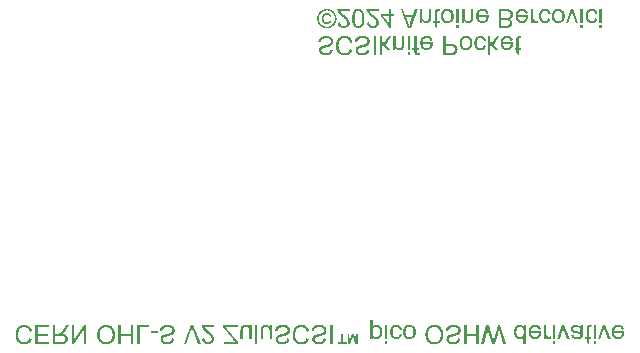
<source format=gbo>
%FSLAX46Y46*%
%MOMM*%
%LPD*%
G01*
%ADD10C,0.050000*%
D10*
%LPC*%
%LPC*%
G36*
X0055533382Y0034328643D02*
G01*
X0055594776Y0034327086D01*
X0055655821Y0034323990D01*
X0055716462Y0034319373D01*
X0055776679Y0034313255D01*
X0055836452Y0034305654D01*
X0055895763Y0034296588D01*
X0055954592Y0034286077D01*
X0056012921Y0034274139D01*
X0056070729Y0034260793D01*
X0056127999Y0034246058D01*
X0056184710Y0034229951D01*
X0056240844Y0034212493D01*
X0056296382Y0034193702D01*
X0056351304Y0034173596D01*
X0056405592Y0034152195D01*
X0056459227Y0034129516D01*
X0056512189Y0034105580D01*
X0056564461Y0034080403D01*
X0056616021Y0034054007D01*
X0056666853Y0034026408D01*
X0056716936Y0033997626D01*
X0056766253Y0033967679D01*
X0056814783Y0033936587D01*
X0056862508Y0033904368D01*
X0056909409Y0033871040D01*
X0056955468Y0033836622D01*
X0057000665Y0033801134D01*
X0057044981Y0033764593D01*
X0057088398Y0033727019D01*
X0057130896Y0033688429D01*
X0057172458Y0033648844D01*
X0057213063Y0033608280D01*
X0057252692Y0033566758D01*
X0057291328Y0033524296D01*
X0057328951Y0033480911D01*
X0057365542Y0033436624D01*
X0057401082Y0033391453D01*
X0057435553Y0033345416D01*
X0057468935Y0033298531D01*
X0057501209Y0033250819D01*
X0057532357Y0033202297D01*
X0057562359Y0033152983D01*
X0057591197Y0033102898D01*
X0057618851Y0033052059D01*
X0057645303Y0033000485D01*
X0057670533Y0032948195D01*
X0057694523Y0032895207D01*
X0057717254Y0032841541D01*
X0057738706Y0032787214D01*
X0057758861Y0032732247D01*
X0057777700Y0032676657D01*
X0057795203Y0032620463D01*
X0057811351Y0032563685D01*
X0057826127Y0032506340D01*
X0057839510Y0032448449D01*
X0057851482Y0032390029D01*
X0057862023Y0032331101D01*
X0057871116Y0032271681D01*
X0057878740Y0032211791D01*
X0057884877Y0032151448D01*
X0057889508Y0032090671D01*
X0057892614Y0032029480D01*
X0057894176Y0031967931D01*
X0057894307Y0031936980D01*
X0057894307Y0004127496D01*
X0057897835Y0004127496D01*
X0057897835Y0004092218D01*
X0030684164Y0004092218D01*
X0030684164Y0004127496D01*
X0057859029Y0004127496D01*
X0057859029Y0031936901D01*
X0057858900Y0031967410D01*
X0057857359Y0032028138D01*
X0057854299Y0032088436D01*
X0057849735Y0032148323D01*
X0057843688Y0032207778D01*
X0057836177Y0032266785D01*
X0057827219Y0032325326D01*
X0057816833Y0032383381D01*
X0057805039Y0032440935D01*
X0057791855Y0032497965D01*
X0057777299Y0032554457D01*
X0057761391Y0032610390D01*
X0057744148Y0032665749D01*
X0057725590Y0032720511D01*
X0057705734Y0032774662D01*
X0057684601Y0032828180D01*
X0057662208Y0032881051D01*
X0057638573Y0032933252D01*
X0057613717Y0032984768D01*
X0057587657Y0033035578D01*
X0057560411Y0033085666D01*
X0057531999Y0033135011D01*
X0057502439Y0033183597D01*
X0057471751Y0033231405D01*
X0057439951Y0033278415D01*
X0057407061Y0033324609D01*
X0057373097Y0033369970D01*
X0057338077Y0033414480D01*
X0057302023Y0033458117D01*
X0057264952Y0033500865D01*
X0057226882Y0033542705D01*
X0057187833Y0033583619D01*
X0057147822Y0033623589D01*
X0057106870Y0033662595D01*
X0057064995Y0033700618D01*
X0057022214Y0033737642D01*
X0056978547Y0033773648D01*
X0056934013Y0033808615D01*
X0056888631Y0033842528D01*
X0056842419Y0033875365D01*
X0056795395Y0033907112D01*
X0056747579Y0033937746D01*
X0056698990Y0033967251D01*
X0056649646Y0033995608D01*
X0056599564Y0034022800D01*
X0056548766Y0034048806D01*
X0056497269Y0034073609D01*
X0056445090Y0034097192D01*
X0056392252Y0034119533D01*
X0056338770Y0034140617D01*
X0056284663Y0034160424D01*
X0056229949Y0034178937D01*
X0056174652Y0034196135D01*
X0056118783Y0034212002D01*
X0056062364Y0034226519D01*
X0056005415Y0034239666D01*
X0055947951Y0034251427D01*
X0055889995Y0034261782D01*
X0055831560Y0034270714D01*
X0055772671Y0034278203D01*
X0055713339Y0034284231D01*
X0055653589Y0034288780D01*
X0055593435Y0034291831D01*
X0055532862Y0034293367D01*
X0055502435Y0034293496D01*
X0030684164Y0034293496D01*
X0030684164Y0034328774D01*
X0055502513Y0034328774D01*
G37*
G36*
X0030684164Y0034293496D02*
G01*
X0005866730Y0034293496D01*
X0005836222Y0034293367D01*
X0005775493Y0034291826D01*
X0005715196Y0034288765D01*
X0005655309Y0034284202D01*
X0005595853Y0034278155D01*
X0005536847Y0034270643D01*
X0005478306Y0034261685D01*
X0005420251Y0034251300D01*
X0005362697Y0034239505D01*
X0005305667Y0034226321D01*
X0005249174Y0034211765D01*
X0005193242Y0034195857D01*
X0005137882Y0034178614D01*
X0005083121Y0034160056D01*
X0005028969Y0034140201D01*
X0004975451Y0034119067D01*
X0004922581Y0034096674D01*
X0004870379Y0034073040D01*
X0004818864Y0034048183D01*
X0004768053Y0034022123D01*
X0004717966Y0033994877D01*
X0004668620Y0033966466D01*
X0004620034Y0033936906D01*
X0004572227Y0033906217D01*
X0004525216Y0033874418D01*
X0004479022Y0033841527D01*
X0004433661Y0033807563D01*
X0004389152Y0033772544D01*
X0004345514Y0033736490D01*
X0004302767Y0033699419D01*
X0004260926Y0033661349D01*
X0004220012Y0033622299D01*
X0004180042Y0033582289D01*
X0004141037Y0033541336D01*
X0004103013Y0033499461D01*
X0004065989Y0033456680D01*
X0004029984Y0033413013D01*
X0003995016Y0033368480D01*
X0003961104Y0033323097D01*
X0003928266Y0033276886D01*
X0003896520Y0033229861D01*
X0003865885Y0033182045D01*
X0003836380Y0033133457D01*
X0003808023Y0033084112D01*
X0003780831Y0033034030D01*
X0003754825Y0032983232D01*
X0003730022Y0032931736D01*
X0003706440Y0032879557D01*
X0003684098Y0032826719D01*
X0003663014Y0032773236D01*
X0003643207Y0032719130D01*
X0003624694Y0032664416D01*
X0003607497Y0032609119D01*
X0003591629Y0032553249D01*
X0003577113Y0032496831D01*
X0003563965Y0032439882D01*
X0003552204Y0032382417D01*
X0003541849Y0032324462D01*
X0003532917Y0032266026D01*
X0003525428Y0032207137D01*
X0003519400Y0032147806D01*
X0003514851Y0032088055D01*
X0003511800Y0032027901D01*
X0003510264Y0031967328D01*
X0003510136Y0031936901D01*
X0003510136Y0004127496D01*
X0030684164Y0004127496D01*
X0030684164Y0004092218D01*
X0003474858Y0004092218D01*
X0003474858Y0031936980D01*
X0003474988Y0031967849D01*
X0003476545Y0032029242D01*
X0003479641Y0032090288D01*
X0003484258Y0032150929D01*
X0003490376Y0032211145D01*
X0003497978Y0032270919D01*
X0003507043Y0032330229D01*
X0003517554Y0032389059D01*
X0003529492Y0032447387D01*
X0003542838Y0032505196D01*
X0003557574Y0032562465D01*
X0003573680Y0032619176D01*
X0003591138Y0032675310D01*
X0003609930Y0032730848D01*
X0003630035Y0032785771D01*
X0003651437Y0032840059D01*
X0003674115Y0032893694D01*
X0003698052Y0032946656D01*
X0003723228Y0032998927D01*
X0003749625Y0033050488D01*
X0003777223Y0033101319D01*
X0003806005Y0033151403D01*
X0003835952Y0033200719D01*
X0003867044Y0033249249D01*
X0003899264Y0033296974D01*
X0003932592Y0033343876D01*
X0003967009Y0033389934D01*
X0004002498Y0033435131D01*
X0004039038Y0033479448D01*
X0004076613Y0033522864D01*
X0004115202Y0033565363D01*
X0004154788Y0033606924D01*
X0004195351Y0033647529D01*
X0004236873Y0033687159D01*
X0004279336Y0033725795D01*
X0004322720Y0033763417D01*
X0004367007Y0033800008D01*
X0004412179Y0033835549D01*
X0004458216Y0033870019D01*
X0004505100Y0033903401D01*
X0004552813Y0033935675D01*
X0004601335Y0033966823D01*
X0004650648Y0033996825D01*
X0004700733Y0034025663D01*
X0004751572Y0034053317D01*
X0004803146Y0034079769D01*
X0004855437Y0034105000D01*
X0004908424Y0034128990D01*
X0004962091Y0034151720D01*
X0005016417Y0034173173D01*
X0005071385Y0034193327D01*
X0005126975Y0034212166D01*
X0005183168Y0034229669D01*
X0005239947Y0034245818D01*
X0005297291Y0034260593D01*
X0005355182Y0034273976D01*
X0005413602Y0034285948D01*
X0005472531Y0034296490D01*
X0005531950Y0034305582D01*
X0005591841Y0034313206D01*
X0005652184Y0034319343D01*
X0005712960Y0034323975D01*
X0005774151Y0034327081D01*
X0005835701Y0034328643D01*
X0005866652Y0034328774D01*
X0030684164Y0034328774D01*
G37*
%LPD*%
G36*
X0005901112Y0006490747D02*
G01*
X0005960954Y0006486447D01*
X0006018418Y0006477848D01*
X0006073463Y0006464950D01*
X0006126049Y0006447752D01*
X0006176134Y0006426255D01*
X0006223676Y0006400458D01*
X0006268635Y0006370361D01*
X0006290022Y0006353522D01*
X0006310941Y0006336021D01*
X0006350256Y0006297966D01*
X0006386471Y0006256212D01*
X0006419502Y0006210716D01*
X0006449268Y0006161437D01*
X0006475685Y0006108335D01*
X0006498670Y0006051367D01*
X0006518142Y0005990492D01*
X0006526383Y0005958411D01*
X0006314716Y0005905494D01*
X0006308598Y0005929748D01*
X0006294666Y0005976009D01*
X0006278626Y0006019499D01*
X0006260394Y0006060138D01*
X0006239889Y0006097841D01*
X0006217027Y0006132526D01*
X0006191727Y0006164111D01*
X0006163904Y0006192512D01*
X0006148911Y0006205355D01*
X0006133560Y0006217675D01*
X0006101458Y0006239813D01*
X0006067641Y0006258913D01*
X0006032067Y0006274932D01*
X0005994695Y0006287831D01*
X0005955483Y0006297567D01*
X0005914390Y0006304099D01*
X0005871374Y0006307385D01*
X0005849050Y0006307661D01*
X0005831218Y0006307468D01*
X0005795851Y0006305153D01*
X0005760876Y0006300523D01*
X0005726336Y0006293577D01*
X0005692271Y0006284317D01*
X0005658723Y0006272741D01*
X0005625732Y0006258851D01*
X0005593342Y0006242645D01*
X0005577411Y0006233578D01*
X0005561729Y0006224097D01*
X0005532274Y0006202971D01*
X0005505071Y0006179324D01*
X0005480081Y0006153238D01*
X0005457260Y0006124795D01*
X0005436569Y0006094079D01*
X0005417966Y0006061171D01*
X0005401409Y0006026155D01*
X0005393967Y0006007800D01*
X0005386829Y0005988507D01*
X0005373951Y0005948799D01*
X0005362789Y0005907706D01*
X0005353384Y0005865187D01*
X0005345777Y0005821200D01*
X0005340010Y0005775704D01*
X0005336124Y0005728658D01*
X0005334160Y0005680020D01*
X0005333995Y0005655023D01*
X0005334133Y0005635206D01*
X0005335766Y0005595850D01*
X0005338990Y0005556824D01*
X0005343765Y0005518128D01*
X0005350049Y0005479764D01*
X0005357801Y0005441730D01*
X0005366978Y0005404027D01*
X0005377541Y0005366654D01*
X0005383384Y0005348106D01*
X0005389557Y0005329751D01*
X0005404068Y0005294673D01*
X0005421101Y0005261517D01*
X0005440572Y0005230243D01*
X0005462401Y0005200808D01*
X0005486502Y0005173171D01*
X0005512795Y0005147292D01*
X0005541197Y0005123128D01*
X0005556245Y0005111745D01*
X0005571624Y0005100748D01*
X0005604035Y0005081215D01*
X0005638431Y0005064596D01*
X0005674811Y0005050850D01*
X0005713176Y0005039936D01*
X0005753525Y0005031812D01*
X0005795858Y0005026438D01*
X0005840176Y0005023771D01*
X0005863161Y0005023551D01*
X0005882867Y0005023771D01*
X0005920901Y0005026376D01*
X0005957281Y0005031502D01*
X0005992008Y0005039068D01*
X0006025081Y0005048989D01*
X0006056500Y0005061185D01*
X0006086265Y0005075572D01*
X0006114377Y0005092067D01*
X0006127744Y0005101162D01*
X0006140836Y0005111332D01*
X0006165661Y0005134152D01*
X0006188895Y0005159949D01*
X0006210578Y0005188722D01*
X0006230753Y0005220472D01*
X0006249459Y0005255199D01*
X0006266740Y0005292902D01*
X0006282636Y0005333582D01*
X0006290022Y0005355162D01*
X0006498161Y0005305773D01*
X0006489948Y0005278267D01*
X0006470807Y0005225991D01*
X0006448482Y0005176961D01*
X0006423058Y0005131134D01*
X0006394615Y0005088470D01*
X0006363237Y0005048927D01*
X0006329007Y0005012465D01*
X0006292006Y0004979040D01*
X0006272383Y0004963579D01*
X0006252291Y0004948696D01*
X0006209689Y0004922217D01*
X0006164297Y0004899645D01*
X0006116238Y0004880938D01*
X0006065636Y0004866055D01*
X0006012616Y0004854955D01*
X0005957302Y0004847596D01*
X0005899817Y0004843938D01*
X0005870217Y0004843634D01*
X0005843869Y0004843882D01*
X0005792254Y0004846859D01*
X0005741901Y0004852812D01*
X0005692767Y0004861742D01*
X0005644811Y0004873648D01*
X0005597992Y0004888531D01*
X0005552269Y0004906390D01*
X0005507600Y0004927226D01*
X0005485689Y0004938884D01*
X0005464054Y0004951039D01*
X0005422734Y0004977807D01*
X0005383790Y0005007490D01*
X0005347266Y0005040046D01*
X0005313200Y0005075434D01*
X0005281637Y0005113612D01*
X0005252615Y0005154540D01*
X0005226177Y0005198176D01*
X0005214051Y0005221106D01*
X0005202392Y0005244423D01*
X0005181557Y0005292709D01*
X0005163697Y0005342980D01*
X0005148814Y0005395235D01*
X0005136908Y0005449475D01*
X0005127978Y0005505698D01*
X0005122025Y0005563907D01*
X0005119049Y0005624099D01*
X0005118801Y0005655023D01*
X0005119021Y0005683382D01*
X0005121667Y0005739296D01*
X0005126959Y0005794280D01*
X0005134896Y0005848375D01*
X0005145480Y0005901622D01*
X0005158709Y0005954063D01*
X0005174584Y0006005740D01*
X0005193105Y0006056693D01*
X0005203467Y0006081883D01*
X0005214244Y0006106743D01*
X0005237746Y0006153748D01*
X0005263626Y0006197569D01*
X0005291924Y0006238290D01*
X0005322681Y0006275994D01*
X0005355940Y0006310761D01*
X0005391742Y0006342677D01*
X0005430127Y0006371822D01*
X0005450412Y0006385272D01*
X0005470531Y0006398225D01*
X0005513505Y0006421376D01*
X0005559724Y0006441220D01*
X0005609148Y0006457757D01*
X0005661734Y0006470986D01*
X0005717441Y0006480908D01*
X0005776228Y0006487522D01*
X0005838053Y0006490829D01*
X0005870217Y0006491105D01*
G37*
%LPD*%
G36*
X0007976298Y0006272383D02*
G01*
X0006999105Y0006272383D01*
X0006999105Y0005729106D01*
X0007877520Y0005729106D01*
X0007877520Y0005542134D01*
X0006999105Y0005542134D01*
X0006999105Y0005055301D01*
X0007937493Y0005055301D01*
X0007937493Y0004868329D01*
X0006787438Y0004868329D01*
X0006787438Y0006459355D01*
X0007976298Y0006459355D01*
G37*
%LPD*%
G36*
X0009222071Y0005708160D02*
G01*
X0009268042Y0005692285D01*
X0009310376Y0005673764D01*
X0009349071Y0005652597D01*
X0009384128Y0005628785D01*
X0009415547Y0005602326D01*
X0009429741Y0005587995D01*
X0009443329Y0005573305D01*
X0009467493Y0005542547D01*
X0009488080Y0005510136D01*
X0009505134Y0005476071D01*
X0009518693Y0005440352D01*
X0009528801Y0005402980D01*
X0009535499Y0005363954D01*
X0009538827Y0005323274D01*
X0009539102Y0005302245D01*
X0009538937Y0005285791D01*
X0009536932Y0005253669D01*
X0009532880Y0005222415D01*
X0009526741Y0005191947D01*
X0009518473Y0005162181D01*
X0009508034Y0005133036D01*
X0009495384Y0005104428D01*
X0009480481Y0005076275D01*
X0009472075Y0005062356D01*
X0009463393Y0005048659D01*
X0009445161Y0005023172D01*
X0009425814Y0004999938D01*
X0009405267Y0004978916D01*
X0009383439Y0004960065D01*
X0009360247Y0004943342D01*
X0009335608Y0004928707D01*
X0009309439Y0004916119D01*
X0009295686Y0004910662D01*
X0009281520Y0004905481D01*
X0009250452Y0004896220D01*
X0009216139Y0004888283D01*
X0009178622Y0004881668D01*
X0009174758Y0004881166D01*
X0009174758Y0005076324D01*
X0009183169Y0005079637D01*
X0009209462Y0005093528D01*
X0009232572Y0005109733D01*
X0009242769Y0005118801D01*
X0009252498Y0005128144D01*
X0009270006Y0005147698D01*
X0009285137Y0005168369D01*
X0009297849Y0005190238D01*
X0009308102Y0005213389D01*
X0009315853Y0005237905D01*
X0009321062Y0005263867D01*
X0009323687Y0005291359D01*
X0009323908Y0005305773D01*
X0009323798Y0005315640D01*
X0009322475Y0005334843D01*
X0009319829Y0005353446D01*
X0009315860Y0005371491D01*
X0009310569Y0005389020D01*
X0009303954Y0005406073D01*
X0009296017Y0005422692D01*
X0009286756Y0005438919D01*
X0009281575Y0005446884D01*
X0009276173Y0005454739D01*
X0009264287Y0005469621D01*
X0009251141Y0005483512D01*
X0009236775Y0005496410D01*
X0009221230Y0005508317D01*
X0009204549Y0005519231D01*
X0009186773Y0005529153D01*
X0009174758Y0005534850D01*
X0009174758Y0005720777D01*
G37*
%LPD*%
G36*
X0009394463Y0006025439D02*
G01*
X0009373297Y0005994130D01*
X0009330633Y0005935922D01*
X0009286977Y0005883005D01*
X0009253118Y0005846955D01*
X0009229926Y0005824466D01*
X0009218075Y0005813772D01*
X0009207050Y0005804402D01*
X0009180592Y0005784889D01*
X0009174758Y0005781242D01*
X0009174758Y0006098427D01*
X0009193380Y0006127744D01*
X0009405047Y0006459355D01*
X0009669630Y0006459355D01*
G37*
%LPD*%
G36*
X0008480770Y0005753800D02*
G01*
X0008724186Y0005753800D01*
X0008762110Y0005754241D01*
X0008820318Y0005758210D01*
X0008840603Y0005760856D01*
X0008852509Y0005763722D01*
X0008876322Y0005771660D01*
X0008900134Y0005782243D01*
X0008923947Y0005795472D01*
X0008935853Y0005803189D01*
X0008947869Y0005811567D01*
X0008973005Y0005832734D01*
X0008999463Y0005859192D01*
X0009027244Y0005890942D01*
X0009041686Y0005909022D01*
X0009056679Y0005928315D01*
X0009090744Y0005974451D01*
X0009129109Y0006029352D01*
X0009171111Y0006092687D01*
X0009174758Y0006098427D01*
X0009174758Y0005781242D01*
X0009148842Y0005765045D01*
X0009111801Y0005745532D01*
X0009091075Y0005736161D01*
X0009119214Y0005731972D01*
X0009172462Y0005721389D01*
X0009174758Y0005720777D01*
X0009174758Y0005534850D01*
X0009167942Y0005538082D01*
X0009158103Y0005542134D01*
X0009147988Y0005545992D01*
X0009125870Y0005552648D01*
X0009101562Y0005558105D01*
X0009075145Y0005562446D01*
X0009031985Y0005567159D01*
X0008967493Y0005570135D01*
X0008932325Y0005570356D01*
X0008480770Y0005570356D01*
X0008480770Y0005044718D01*
X0008985242Y0005044718D01*
X0009006849Y0005044910D01*
X0009047818Y0005047226D01*
X0009086017Y0005051856D01*
X0009121364Y0005058801D01*
X0009153776Y0005068061D01*
X0009174758Y0005076324D01*
X0009174758Y0004881166D01*
X0009137942Y0004876377D01*
X0009094141Y0004872408D01*
X0009047260Y0004869762D01*
X0008997341Y0004868439D01*
X0008971131Y0004868329D01*
X0008265576Y0004868329D01*
X0008265576Y0006459355D01*
X0008480770Y0006459355D01*
G37*
%LPD*%
G36*
X0010071796Y0005210523D02*
G01*
X0010907879Y0006459355D01*
X0011123073Y0006459355D01*
X0011123073Y0004868329D01*
X0010921990Y0004868329D01*
X0010921990Y0006117161D01*
X0010085907Y0004868329D01*
X0009870713Y0004868329D01*
X0009870713Y0006459355D01*
X0010071796Y0006459355D01*
G37*
%LPD*%
G36*
X0012817452Y0006487329D02*
G01*
X0012868364Y0006484332D01*
X0012918552Y0006478296D01*
X0012967975Y0006469181D01*
X0013016592Y0006456944D01*
X0013064362Y0006441544D01*
X0013111243Y0006422940D01*
X0013157193Y0006401092D01*
X0013179765Y0006388800D01*
X0013202035Y0006376011D01*
X0013244368Y0006348210D01*
X0013284055Y0006317700D01*
X0013321097Y0006284441D01*
X0013355493Y0006248391D01*
X0013387243Y0006209510D01*
X0013416347Y0006167756D01*
X0013442805Y0006123087D01*
X0013454932Y0006099522D01*
X0013466618Y0006075572D01*
X0013487743Y0006026293D01*
X0013506098Y0005975361D01*
X0013521601Y0005922775D01*
X0013534169Y0005868536D01*
X0013543719Y0005812642D01*
X0013550168Y0005755096D01*
X0013553434Y0005695895D01*
X0013553710Y0005665606D01*
X0013553462Y0005635978D01*
X0013550506Y0005578080D01*
X0013544635Y0005521773D01*
X0013535892Y0005467017D01*
X0013524316Y0005413770D01*
X0013509950Y0005361990D01*
X0013492835Y0005311636D01*
X0013473012Y0005262668D01*
X0013461987Y0005238745D01*
X0013449888Y0005215181D01*
X0013423740Y0005170491D01*
X0013395215Y0005128654D01*
X0013364271Y0005089586D01*
X0013330867Y0005053206D01*
X0013294962Y0005019431D01*
X0013256515Y0004988177D01*
X0013215484Y0004959362D01*
X0013193877Y0004945940D01*
X0013171911Y0004932986D01*
X0013126622Y0004909835D01*
X0013079741Y0004889992D01*
X0013031310Y0004873455D01*
X0012981370Y0004860226D01*
X0012929962Y0004850304D01*
X0012877128Y0004843690D01*
X0012822909Y0004840382D01*
X0012795238Y0004840107D01*
X0012791519Y0004840132D01*
X0012791519Y0005020026D01*
X0012791710Y0005020023D01*
X0012811471Y0005020244D01*
X0012850146Y0005022869D01*
X0012887766Y0005028078D01*
X0012924291Y0005035829D01*
X0012959679Y0005046082D01*
X0012993889Y0005058794D01*
X0013026879Y0005073925D01*
X0013058608Y0005091433D01*
X0013073932Y0005101162D01*
X0013089642Y0005111249D01*
X0013119407Y0005133098D01*
X0013147189Y0005156993D01*
X0013172986Y0005182976D01*
X0013196798Y0005211088D01*
X0013218626Y0005241370D01*
X0013238470Y0005273864D01*
X0013256329Y0005308612D01*
X0013264432Y0005326939D01*
X0013272232Y0005344937D01*
X0013286412Y0005382309D01*
X0013298814Y0005421335D01*
X0013309356Y0005462015D01*
X0013317955Y0005504348D01*
X0013324528Y0005548335D01*
X0013328993Y0005593975D01*
X0013331267Y0005641270D01*
X0013331460Y0005665606D01*
X0013331046Y0005703612D01*
X0013327649Y0005758190D01*
X0013323951Y0005793307D01*
X0013319032Y0005827331D01*
X0013312895Y0005860256D01*
X0013305547Y0005892078D01*
X0013296992Y0005922792D01*
X0013287235Y0005952393D01*
X0013276282Y0005980874D01*
X0013264138Y0006008231D01*
X0013250808Y0006034460D01*
X0013236298Y0006059554D01*
X0013220611Y0006083508D01*
X0013203755Y0006106318D01*
X0013185732Y0006127979D01*
X0013176238Y0006138328D01*
X0013166591Y0006148794D01*
X0013146748Y0006168560D01*
X0013126243Y0006186936D01*
X0013105076Y0006203933D01*
X0013083248Y0006219559D01*
X0013060758Y0006233827D01*
X0013037607Y0006246746D01*
X0013013795Y0006258327D01*
X0012989321Y0006268580D01*
X0012964185Y0006277515D01*
X0012938389Y0006285142D01*
X0012911930Y0006291472D01*
X0012884810Y0006296516D01*
X0012857029Y0006300283D01*
X0012814200Y0006303720D01*
X0012791519Y0006304037D01*
X0012791519Y0006487575D01*
X0012791710Y0006487577D01*
G37*
%LPD*%
G36*
X0012791519Y0006304037D02*
G01*
X0012784655Y0006304133D01*
X0012770151Y0006304023D01*
X0012741628Y0006302702D01*
X0012713692Y0006300067D01*
X0012686347Y0006296121D01*
X0012659600Y0006290871D01*
X0012633454Y0006284321D01*
X0012607915Y0006276477D01*
X0012582989Y0006267343D01*
X0012558681Y0006256925D01*
X0012534995Y0006245228D01*
X0012511937Y0006232257D01*
X0012489512Y0006218018D01*
X0012467725Y0006202515D01*
X0012446582Y0006185754D01*
X0012426087Y0006167739D01*
X0012406246Y0006148477D01*
X0012396600Y0006138328D01*
X0012387105Y0006127992D01*
X0012369083Y0006106498D01*
X0012352226Y0006084018D01*
X0012336540Y0006060560D01*
X0012322029Y0006036127D01*
X0012308699Y0006010726D01*
X0012296555Y0005984360D01*
X0012285602Y0005957037D01*
X0012275846Y0005928759D01*
X0012267291Y0005899534D01*
X0012259942Y0005869365D01*
X0012253806Y0005838258D01*
X0012246731Y0005789967D01*
X0012241791Y0005722188D01*
X0012241377Y0005686772D01*
X0012242452Y0005642951D01*
X0012246842Y0005580593D01*
X0012251201Y0005540787D01*
X0012256782Y0005502505D01*
X0012263580Y0005465758D01*
X0012271590Y0005430556D01*
X0012280807Y0005396909D01*
X0012291225Y0005364829D01*
X0012302839Y0005334324D01*
X0012315644Y0005305406D01*
X0012329636Y0005278085D01*
X0012344808Y0005252370D01*
X0012361156Y0005228274D01*
X0012378674Y0005205805D01*
X0012397357Y0005184974D01*
X0012407183Y0005175245D01*
X0012427220Y0005156449D01*
X0012469181Y0005122735D01*
X0012513333Y0005093714D01*
X0012559594Y0005069426D01*
X0012607880Y0005049913D01*
X0012658110Y0005035216D01*
X0012710199Y0005025377D01*
X0012764067Y0005020437D01*
X0012791519Y0005020026D01*
X0012791519Y0004840132D01*
X0012774161Y0004840251D01*
X0012732895Y0004841988D01*
X0012692680Y0004845460D01*
X0012653502Y0004850669D01*
X0012615344Y0004857615D01*
X0012578191Y0004866296D01*
X0012542028Y0004876714D01*
X0012506839Y0004888868D01*
X0012472609Y0004902759D01*
X0012439321Y0004918386D01*
X0012406962Y0004935749D01*
X0012375514Y0004954849D01*
X0012344963Y0004975685D01*
X0012315293Y0004998257D01*
X0012286488Y0005022566D01*
X0012258534Y0005048610D01*
X0012244905Y0005062356D01*
X0012231814Y0005076364D01*
X0012207009Y0005105548D01*
X0012183858Y0005136130D01*
X0012162361Y0005168105D01*
X0012142517Y0005201468D01*
X0012124327Y0005236212D01*
X0012107791Y0005272334D01*
X0012092908Y0005309828D01*
X0012079679Y0005348688D01*
X0012068103Y0005388911D01*
X0012058181Y0005430489D01*
X0012049913Y0005473420D01*
X0012043298Y0005517696D01*
X0012038338Y0005563313D01*
X0012035030Y0005610266D01*
X0012033377Y0005658550D01*
X0012033239Y0005683245D01*
X0012032825Y0005709648D01*
X0012034500Y0005761882D01*
X0012039213Y0005813393D01*
X0012047005Y0005864140D01*
X0012057919Y0005914080D01*
X0012071996Y0005963172D01*
X0012089277Y0006011376D01*
X0012109803Y0006058650D01*
X0012121433Y0006081883D01*
X0012132926Y0006104841D01*
X0012158351Y0006148828D01*
X0012186628Y0006190500D01*
X0012217675Y0006229857D01*
X0012251410Y0006266898D01*
X0012287748Y0006301625D01*
X0012326609Y0006334036D01*
X0012367909Y0006364133D01*
X0012389544Y0006378216D01*
X0012411510Y0006391804D01*
X0012456820Y0006415968D01*
X0012503783Y0006436555D01*
X0012552400Y0006453609D01*
X0012602671Y0006467169D01*
X0012654596Y0006477276D01*
X0012708174Y0006483974D01*
X0012763405Y0006487302D01*
X0012791519Y0006487575D01*
G37*
%LPD*%
G36*
X0014037015Y0005707939D02*
G01*
X0014862514Y0005707939D01*
X0014862514Y0006459355D01*
X0015074180Y0006459355D01*
X0015074180Y0004868329D01*
X0014862514Y0004868329D01*
X0014862514Y0005520967D01*
X0014037015Y0005520967D01*
X0014037015Y0004868329D01*
X0013825348Y0004868329D01*
X0013825348Y0006459355D01*
X0014037015Y0006459355D01*
G37*
%LPD*%
G36*
X0016411207Y0006272383D02*
G01*
X0015628041Y0006272383D01*
X0015628041Y0004868329D01*
X0015416375Y0004868329D01*
X0015416375Y0006459355D01*
X0016411207Y0006459355D01*
G37*
%LPD*%
G36*
X0017162623Y0005785550D02*
G01*
X0016562901Y0005785550D01*
X0016562901Y0005983106D01*
X0017162623Y0005983106D01*
G37*
%LPD*%
G36*
X0018033900Y0006490940D02*
G01*
X0018075242Y0006488955D01*
X0018115591Y0006484987D01*
X0018154947Y0006479033D01*
X0018193312Y0006471096D01*
X0018230684Y0006461174D01*
X0018267064Y0006449268D01*
X0018302452Y0006435377D01*
X0018319733Y0006427605D01*
X0018336738Y0006419557D01*
X0018368860Y0006402318D01*
X0018398791Y0006383632D01*
X0018426613Y0006363416D01*
X0018452410Y0006341588D01*
X0018476264Y0006318065D01*
X0018498258Y0006292764D01*
X0018518473Y0006265603D01*
X0018527872Y0006251216D01*
X0018536939Y0006237271D01*
X0018553145Y0006208849D01*
X0018567035Y0006179827D01*
X0018578611Y0006150248D01*
X0018587871Y0006120151D01*
X0018594817Y0006089580D01*
X0018599447Y0006058574D01*
X0018601762Y0006027175D01*
X0018601955Y0006011328D01*
X0018601789Y0005995508D01*
X0018599784Y0005964461D01*
X0018595733Y0005934199D01*
X0018589594Y0005904805D01*
X0018581326Y0005876363D01*
X0018570887Y0005848954D01*
X0018558237Y0005822661D01*
X0018543333Y0005797567D01*
X0018534927Y0005785550D01*
X0018526769Y0005773093D01*
X0018508290Y0005749260D01*
X0018487288Y0005726687D01*
X0018463848Y0005705335D01*
X0018438051Y0005685160D01*
X0018409981Y0005666123D01*
X0018379719Y0005648181D01*
X0018347349Y0005631293D01*
X0018330316Y0005623273D01*
X0018304850Y0005612469D01*
X0018237216Y0005588822D01*
X0018149242Y0005563025D01*
X0018040598Y0005535409D01*
X0017977539Y0005520967D01*
X0017946285Y0005513691D01*
X0017888738Y0005499160D01*
X0017837144Y0005484690D01*
X0017791504Y0005470324D01*
X0017751816Y0005456103D01*
X0017718082Y0005442068D01*
X0017690301Y0005428260D01*
X0017668473Y0005414720D01*
X0017660039Y0005408078D01*
X0017652267Y0005401353D01*
X0017638376Y0005386843D01*
X0017626470Y0005371133D01*
X0017616548Y0005354307D01*
X0017608611Y0005336448D01*
X0017602658Y0005317638D01*
X0017598689Y0005297959D01*
X0017596705Y0005277495D01*
X0017596539Y0005266967D01*
X0017596760Y0005254482D01*
X0017599426Y0005230339D01*
X0017604800Y0005207188D01*
X0017612924Y0005185029D01*
X0017623838Y0005163863D01*
X0017637584Y0005143688D01*
X0017654203Y0005124506D01*
X0017673737Y0005106316D01*
X0017684734Y0005097634D01*
X0017696226Y0005089201D01*
X0017721713Y0005074008D01*
X0017750238Y0005060861D01*
X0017781844Y0005049802D01*
X0017816570Y0005040873D01*
X0017854459Y0005034114D01*
X0017895553Y0005029566D01*
X0017939891Y0005027272D01*
X0017963428Y0005027079D01*
X0017986331Y0005027272D01*
X0018029677Y0005029607D01*
X0018070108Y0005034320D01*
X0018107667Y0005041452D01*
X0018142393Y0005051043D01*
X0018174329Y0005063135D01*
X0018203516Y0005077770D01*
X0018229995Y0005094988D01*
X0018242122Y0005104690D01*
X0018253808Y0005114777D01*
X0018274995Y0005136646D01*
X0018293598Y0005160624D01*
X0018309659Y0005186793D01*
X0018323219Y0005215236D01*
X0018334319Y0005246035D01*
X0018343001Y0005279273D01*
X0018349306Y0005315033D01*
X0018351483Y0005333995D01*
X0018552566Y0005319884D01*
X0018551739Y0005302741D01*
X0018548411Y0005269027D01*
X0018543037Y0005236037D01*
X0018535575Y0005203812D01*
X0018525984Y0005172393D01*
X0018514222Y0005141821D01*
X0018500249Y0005112138D01*
X0018484022Y0005083385D01*
X0018474955Y0005069412D01*
X0018465557Y0005055659D01*
X0018445341Y0005029532D01*
X0018423347Y0005005058D01*
X0018399494Y0004982237D01*
X0018373697Y0004961071D01*
X0018345874Y0004941558D01*
X0018315943Y0004923698D01*
X0018283821Y0004907493D01*
X0018266816Y0004900079D01*
X0018250142Y0004892968D01*
X0018215457Y0004880380D01*
X0018179242Y0004869714D01*
X0018141580Y0004860929D01*
X0018102554Y0004853983D01*
X0018062247Y0004848836D01*
X0018020740Y0004845446D01*
X0017978118Y0004843772D01*
X0017956372Y0004843634D01*
X0017936584Y0004843772D01*
X0017897578Y0004845426D01*
X0017859296Y0004848733D01*
X0017821779Y0004853694D01*
X0017785068Y0004860309D01*
X0017749205Y0004868577D01*
X0017714230Y0004878499D01*
X0017680186Y0004890074D01*
X0017663567Y0004896551D01*
X0017647196Y0004903303D01*
X0017616107Y0004918186D01*
X0017587003Y0004934723D01*
X0017559883Y0004952913D01*
X0017534748Y0004972756D01*
X0017511597Y0004994254D01*
X0017490430Y0005017405D01*
X0017471248Y0005042209D01*
X0017462484Y0005055301D01*
X0017454078Y0005068558D01*
X0017439174Y0005095367D01*
X0017426524Y0005122570D01*
X0017416085Y0005150206D01*
X0017407817Y0005178318D01*
X0017401678Y0005206947D01*
X0017397626Y0005236134D01*
X0017395621Y0005265920D01*
X0017395456Y0005281078D01*
X0017395594Y0005294886D01*
X0017397268Y0005321717D01*
X0017400658Y0005347679D01*
X0017405805Y0005372856D01*
X0017412750Y0005397330D01*
X0017421535Y0005421183D01*
X0017432201Y0005444500D01*
X0017444790Y0005467361D01*
X0017451900Y0005478634D01*
X0017459314Y0005489796D01*
X0017475520Y0005511293D01*
X0017493379Y0005531798D01*
X0017512892Y0005551311D01*
X0017534059Y0005569832D01*
X0017556879Y0005587361D01*
X0017581353Y0005603897D01*
X0017607481Y0005619442D01*
X0017621234Y0005626800D01*
X0017632809Y0005632753D01*
X0017659267Y0005644680D01*
X0017705900Y0005662684D01*
X0017782629Y0005687158D01*
X0017875233Y0005712459D01*
X0017928150Y0005725578D01*
X0018030455Y0005750713D01*
X0018141415Y0005780314D01*
X0018192843Y0005796354D01*
X0018210372Y0005803189D01*
X0018222774Y0005807874D01*
X0018245967Y0005817796D01*
X0018267299Y0005828380D01*
X0018286853Y0005839624D01*
X0018304712Y0005851531D01*
X0018320959Y0005864098D01*
X0018335677Y0005877327D01*
X0018348947Y0005891218D01*
X0018355011Y0005898439D01*
X0018365153Y0005913101D01*
X0018377390Y0005935942D01*
X0018384005Y0005951672D01*
X0018389296Y0005967878D01*
X0018393265Y0005984601D01*
X0018395911Y0006001881D01*
X0018397234Y0006019761D01*
X0018397344Y0006028967D01*
X0018397234Y0006038199D01*
X0018395890Y0006056390D01*
X0018393162Y0006074249D01*
X0018389007Y0006091778D01*
X0018383384Y0006108975D01*
X0018376253Y0006125843D01*
X0018367571Y0006142379D01*
X0018357298Y0006158585D01*
X0018351483Y0006166550D01*
X0018346053Y0006174405D01*
X0018333816Y0006189308D01*
X0018319926Y0006203281D01*
X0018304382Y0006216366D01*
X0018287184Y0006228603D01*
X0018268332Y0006240034D01*
X0018237161Y0006255847D01*
X0018213900Y0006265327D01*
X0018202545Y0006269847D01*
X0018178794Y0006277806D01*
X0018153907Y0006284503D01*
X0018128007Y0006289981D01*
X0018087616Y0006296140D01*
X0018031227Y0006300275D01*
X0018002233Y0006300605D01*
X0017985118Y0006300495D01*
X0017951714Y0006299151D01*
X0017919303Y0006296423D01*
X0017887884Y0006292268D01*
X0017857457Y0006286646D01*
X0017828022Y0006279514D01*
X0017799579Y0006270833D01*
X0017772129Y0006260559D01*
X0017758817Y0006254744D01*
X0017745092Y0006248708D01*
X0017719295Y0006235831D01*
X0017695482Y0006222023D01*
X0017673654Y0006207326D01*
X0017653810Y0006191782D01*
X0017635951Y0006175431D01*
X0017620076Y0006158316D01*
X0017606185Y0006140477D01*
X0017600067Y0006131272D01*
X0017593563Y0006121874D01*
X0017581636Y0006101741D01*
X0017570970Y0006080078D01*
X0017561523Y0006056968D01*
X0017553255Y0006032494D01*
X0017546124Y0006006739D01*
X0017537339Y0005966018D01*
X0017533039Y0005937244D01*
X0017335484Y0005954883D01*
X0017335704Y0005974010D01*
X0017338350Y0006011693D01*
X0017343642Y0006048652D01*
X0017351579Y0006084846D01*
X0017362163Y0006120234D01*
X0017375392Y0006154774D01*
X0017391267Y0006188426D01*
X0017409788Y0006221148D01*
X0017420150Y0006237105D01*
X0017430872Y0006252815D01*
X0017453733Y0006282581D01*
X0017478372Y0006310362D01*
X0017504872Y0006336159D01*
X0017533315Y0006359971D01*
X0017563783Y0006381799D01*
X0017596360Y0006401643D01*
X0017631128Y0006419502D01*
X0017649456Y0006427605D01*
X0017668142Y0006435377D01*
X0017707189Y0006449268D01*
X0017748282Y0006461174D01*
X0017791462Y0006471096D01*
X0017836772Y0006479033D01*
X0017884253Y0006484987D01*
X0017933945Y0006488955D01*
X0017985890Y0006490940D01*
X0018012817Y0006491105D01*
G37*
%LPD*%
G36*
X0020799758Y0004868329D02*
G01*
X0020584564Y0004868329D01*
X0020154176Y0006025439D01*
X0020130804Y0006091144D01*
X0020098723Y0006188378D01*
X0020078880Y0006253531D01*
X0020069509Y0006286494D01*
X0020061351Y0006255847D01*
X0020042830Y0006192512D01*
X0020021664Y0006127028D01*
X0019997851Y0006059724D01*
X0019984842Y0006025439D01*
X0019572093Y0004868329D01*
X0019342788Y0004868329D01*
X0019960148Y0006459355D01*
X0020175342Y0006459355D01*
G37*
%LPD*%
G36*
X0021935702Y0006275911D02*
G01*
X0021152536Y0006275911D01*
X0021152536Y0006272383D01*
X0021160694Y0006259154D01*
X0021179049Y0006232696D01*
X0021210303Y0006193008D01*
X0021233675Y0006166550D01*
X0021247014Y0006152328D01*
X0021287694Y0006113964D01*
X0021376990Y0006035581D01*
X0021459452Y0005965467D01*
X0021511046Y0005921369D01*
X0021601170Y0005841829D01*
X0021675914Y0005772376D01*
X0021735611Y0005712680D01*
X0021759313Y0005686772D01*
X0021781251Y0005661637D01*
X0021819781Y0005611697D01*
X0021852193Y0005562749D01*
X0021878816Y0005515455D01*
X0021889841Y0005492745D01*
X0021898770Y0005470145D01*
X0021913157Y0005424008D01*
X0021923079Y0005377045D01*
X0021928205Y0005329585D01*
X0021928646Y0005305773D01*
X0021928288Y0005282760D01*
X0021924009Y0005238132D01*
X0021915493Y0005195220D01*
X0021902780Y0005154065D01*
X0021885913Y0005114708D01*
X0021864933Y0005077191D01*
X0021839880Y0005041555D01*
X0021810797Y0005007841D01*
X0021794591Y0004991801D01*
X0021777806Y0004976257D01*
X0021741736Y0004948475D01*
X0021702627Y0004924663D01*
X0021660439Y0004904819D01*
X0021615129Y0004888944D01*
X0021566657Y0004877038D01*
X0021514980Y0004869100D01*
X0021460059Y0004865132D01*
X0021431230Y0004864801D01*
X0021403035Y0004865104D01*
X0021349127Y0004868742D01*
X0021298194Y0004876018D01*
X0021250239Y0004886932D01*
X0021205260Y0004901484D01*
X0021163257Y0004919674D01*
X0021124231Y0004941503D01*
X0021088181Y0004966969D01*
X0021071397Y0004981218D01*
X0021055136Y0004996073D01*
X0021025391Y0005028774D01*
X0020999016Y0005064988D01*
X0020976051Y0005104635D01*
X0020956538Y0005147629D01*
X0020940518Y0005193890D01*
X0020928033Y0005243334D01*
X0020919124Y0005295879D01*
X0020916175Y0005323412D01*
X0021117258Y0005344578D01*
X0021117479Y0005326223D01*
X0021120124Y0005291166D01*
X0021125416Y0005258093D01*
X0021133354Y0005227004D01*
X0021143937Y0005197900D01*
X0021157166Y0005170780D01*
X0021173041Y0005145645D01*
X0021191562Y0005122494D01*
X0021201925Y0005111745D01*
X0021212646Y0005101382D01*
X0021235487Y0005082862D01*
X0021260043Y0005066987D01*
X0021286357Y0005053757D01*
X0021314469Y0005043174D01*
X0021344421Y0005035237D01*
X0021376253Y0005029945D01*
X0021410008Y0005027299D01*
X0021427702Y0005027079D01*
X0021444128Y0005027299D01*
X0021475837Y0005029924D01*
X0021506099Y0005035133D01*
X0021534831Y0005042885D01*
X0021561951Y0005053137D01*
X0021587375Y0005065850D01*
X0021611022Y0005080981D01*
X0021632809Y0005098489D01*
X0021642896Y0005108217D01*
X0021653259Y0005118250D01*
X0021671780Y0005139375D01*
X0021687655Y0005161699D01*
X0021700884Y0005185139D01*
X0021711468Y0005209613D01*
X0021719405Y0005235038D01*
X0021724697Y0005261331D01*
X0021727343Y0005288410D01*
X0021727563Y0005302245D01*
X0021727315Y0005316163D01*
X0021724359Y0005344296D01*
X0021718489Y0005372821D01*
X0021709745Y0005401781D01*
X0021698170Y0005431216D01*
X0021683803Y0005461167D01*
X0021666688Y0005491677D01*
X0021646865Y0005522786D01*
X0021635841Y0005538606D01*
X0021624155Y0005554674D01*
X0021596374Y0005588801D01*
X0021563301Y0005625429D01*
X0021524937Y0005664683D01*
X0021481280Y0005706685D01*
X0021432332Y0005751561D01*
X0021349650Y0005824135D01*
X0021286591Y0005877272D01*
X0021245140Y0005911337D01*
X0021171057Y0005975995D01*
X0021107557Y0006036188D01*
X0021054640Y0006091585D01*
X0021032591Y0006117161D01*
X0021010653Y0006143619D01*
X0020981466Y0006183307D01*
X0020963938Y0006209765D01*
X0020948063Y0006236223D01*
X0020933841Y0006262682D01*
X0020921274Y0006289140D01*
X0020910360Y0006315598D01*
X0020905592Y0006328827D01*
X0020899308Y0006344813D01*
X0020890047Y0006377720D01*
X0020884756Y0006411455D01*
X0020883433Y0006445685D01*
X0020884425Y0006462883D01*
X0021935702Y0006462883D01*
G37*
%LPD*%
G36*
X0023971228Y0006272383D02*
G01*
X0022955229Y0006272383D01*
X0023050479Y0006159494D01*
X0023943005Y0005055301D01*
X0023943005Y0004868329D01*
X0022803534Y0004868329D01*
X0022803534Y0005058829D01*
X0023692533Y0005058829D01*
X0023672690Y0005079003D01*
X0023632672Y0005122659D01*
X0023570825Y0005195089D01*
X0023526728Y0005249328D01*
X0022711812Y0006268855D01*
X0022711812Y0006462883D01*
X0023971228Y0006462883D01*
G37*
%LPD*%
G36*
X0024571321Y0006490981D02*
G01*
X0024599604Y0006489490D01*
X0024627075Y0006486503D01*
X0024653745Y0006482015D01*
X0024679625Y0006476021D01*
X0024704724Y0006468515D01*
X0024729053Y0006459492D01*
X0024752623Y0006448947D01*
X0024775443Y0006436876D01*
X0024797524Y0006423272D01*
X0024818877Y0006408131D01*
X0024839511Y0006391447D01*
X0024859438Y0006373216D01*
X0024878667Y0006353431D01*
X0024897208Y0006332089D01*
X0024915073Y0006309184D01*
X0024923727Y0006297077D01*
X0024923727Y0006466411D01*
X0025100115Y0006466411D01*
X0025100115Y0005305773D01*
X0024906088Y0005305773D01*
X0024906088Y0005923133D01*
X0024905757Y0005959403D01*
X0024901788Y0006024392D01*
X0024896083Y0006067097D01*
X0024891122Y0006093080D01*
X0024885169Y0006116975D01*
X0024878224Y0006138824D01*
X0024874338Y0006148911D01*
X0024870259Y0006158723D01*
X0024860978Y0006177285D01*
X0024850312Y0006194648D01*
X0024838220Y0006210895D01*
X0024824660Y0006226109D01*
X0024809591Y0006240371D01*
X0024792972Y0006253766D01*
X0024774761Y0006266375D01*
X0024764977Y0006272383D01*
X0024755055Y0006278198D01*
X0024735170Y0006288472D01*
X0024715161Y0006297153D01*
X0024694945Y0006304285D01*
X0024674440Y0006309907D01*
X0024653563Y0006314062D01*
X0024632231Y0006316790D01*
X0024610361Y0006318134D01*
X0024599172Y0006318244D01*
X0024588009Y0006318134D01*
X0024566512Y0006316811D01*
X0024546007Y0006314165D01*
X0024526494Y0006310196D01*
X0024507973Y0006304905D01*
X0024490444Y0006298290D01*
X0024473908Y0006290353D01*
X0024458364Y0006281092D01*
X0024451005Y0006275911D01*
X0024443812Y0006270509D01*
X0024430293Y0006258644D01*
X0024417891Y0006245580D01*
X0024406687Y0006231400D01*
X0024396765Y0006216187D01*
X0024388208Y0006200022D01*
X0024381097Y0006182990D01*
X0024375516Y0006165172D01*
X0024373394Y0006155966D01*
X0024370858Y0006141745D01*
X0024366890Y0006103215D01*
X0024364244Y0006052283D01*
X0024362921Y0005988618D01*
X0024362811Y0005951356D01*
X0024362811Y0005312828D01*
X0024165255Y0005312828D01*
X0024165255Y0006025439D01*
X0024165365Y0006056417D01*
X0024166688Y0006110822D01*
X0024169334Y0006156463D01*
X0024173303Y0006193670D01*
X0024175839Y0006208883D01*
X0024180138Y0006229829D01*
X0024191879Y0006269351D01*
X0024207092Y0006305732D01*
X0024225448Y0006338639D01*
X0024235811Y0006353522D01*
X0024241240Y0006360743D01*
X0024253436Y0006374654D01*
X0024274396Y0006394477D01*
X0024307469Y0006418951D01*
X0024345502Y0006441606D01*
X0024366338Y0006452300D01*
X0024388938Y0006461229D01*
X0024435240Y0006475616D01*
X0024482865Y0006485538D01*
X0024531813Y0006490664D01*
X0024556838Y0006491105D01*
G37*
%LPD*%
G36*
X0025597532Y0004868329D02*
G01*
X0025403504Y0004868329D01*
X0025403504Y0006459355D01*
X0025597532Y0006459355D01*
G37*
%LPD*%
G36*
X0026303459Y0006490981D02*
G01*
X0026331741Y0006489490D01*
X0026359212Y0006486503D01*
X0026385882Y0006482015D01*
X0026411762Y0006476021D01*
X0026436861Y0006468515D01*
X0026461190Y0006459492D01*
X0026484760Y0006448947D01*
X0026507580Y0006436876D01*
X0026529662Y0006423272D01*
X0026551014Y0006408131D01*
X0026571649Y0006391447D01*
X0026591575Y0006373216D01*
X0026610804Y0006353431D01*
X0026629345Y0006332089D01*
X0026647210Y0006309184D01*
X0026655864Y0006297077D01*
X0026655864Y0006466411D01*
X0026832253Y0006466411D01*
X0026832253Y0005305773D01*
X0026634697Y0005305773D01*
X0026634697Y0005923133D01*
X0026634367Y0005959403D01*
X0026630398Y0006024392D01*
X0026624693Y0006067097D01*
X0026619732Y0006093080D01*
X0026613779Y0006116975D01*
X0026606833Y0006138824D01*
X0026602947Y0006148911D01*
X0026598868Y0006158723D01*
X0026589587Y0006177285D01*
X0026578921Y0006194648D01*
X0026566829Y0006210895D01*
X0026553269Y0006226109D01*
X0026538200Y0006240371D01*
X0026521581Y0006253766D01*
X0026503370Y0006266375D01*
X0026493586Y0006272383D01*
X0026483665Y0006278198D01*
X0026463779Y0006288472D01*
X0026443770Y0006297153D01*
X0026423555Y0006304285D01*
X0026403049Y0006309907D01*
X0026382172Y0006314062D01*
X0026360840Y0006316790D01*
X0026338971Y0006318134D01*
X0026327781Y0006318244D01*
X0026316619Y0006318134D01*
X0026295122Y0006316811D01*
X0026274616Y0006314165D01*
X0026255103Y0006310196D01*
X0026236583Y0006304905D01*
X0026219054Y0006298290D01*
X0026202517Y0006290353D01*
X0026186973Y0006281092D01*
X0026179614Y0006275911D01*
X0026172421Y0006270509D01*
X0026158903Y0006258644D01*
X0026146500Y0006245580D01*
X0026135297Y0006231400D01*
X0026125375Y0006216187D01*
X0026116817Y0006200022D01*
X0026109707Y0006182990D01*
X0026104126Y0006165172D01*
X0026102003Y0006155966D01*
X0026099468Y0006141745D01*
X0026095499Y0006103215D01*
X0026092853Y0006052283D01*
X0026091530Y0005988618D01*
X0026091420Y0005951356D01*
X0026091420Y0005312828D01*
X0025897393Y0005312828D01*
X0025897393Y0006025439D01*
X0025897503Y0006056417D01*
X0025898826Y0006110822D01*
X0025901472Y0006156463D01*
X0025905440Y0006193670D01*
X0025907976Y0006208883D01*
X0025912275Y0006229829D01*
X0025924016Y0006269351D01*
X0025939230Y0006305732D01*
X0025957585Y0006338639D01*
X0025967948Y0006353522D01*
X0025973377Y0006360743D01*
X0025985573Y0006374654D01*
X0026006533Y0006394477D01*
X0026039606Y0006418951D01*
X0026077640Y0006441606D01*
X0026098476Y0006452300D01*
X0026121075Y0006461229D01*
X0026167378Y0006475616D01*
X0026215002Y0006485538D01*
X0026263950Y0006490664D01*
X0026288975Y0006491105D01*
G37*
%LPD*%
G36*
X0027791725Y0006490940D02*
G01*
X0027833066Y0006488955D01*
X0027873415Y0006484987D01*
X0027912771Y0006479033D01*
X0027951136Y0006471096D01*
X0027988508Y0006461174D01*
X0028024889Y0006449268D01*
X0028060277Y0006435377D01*
X0028077557Y0006427605D01*
X0028094562Y0006419557D01*
X0028126684Y0006402318D01*
X0028156615Y0006383632D01*
X0028184438Y0006363416D01*
X0028210235Y0006341588D01*
X0028234088Y0006318065D01*
X0028256082Y0006292764D01*
X0028276298Y0006265603D01*
X0028285696Y0006251216D01*
X0028294763Y0006237271D01*
X0028310969Y0006208849D01*
X0028324860Y0006179827D01*
X0028336435Y0006150248D01*
X0028345696Y0006120151D01*
X0028352641Y0006089580D01*
X0028357271Y0006058574D01*
X0028359586Y0006027175D01*
X0028359779Y0006011328D01*
X0028359614Y0005995508D01*
X0028357609Y0005964461D01*
X0028353557Y0005934199D01*
X0028347418Y0005904805D01*
X0028339150Y0005876363D01*
X0028328711Y0005848954D01*
X0028316061Y0005822661D01*
X0028301157Y0005797567D01*
X0028292751Y0005785550D01*
X0028284593Y0005773093D01*
X0028266114Y0005749260D01*
X0028245113Y0005726687D01*
X0028221672Y0005705335D01*
X0028195875Y0005685160D01*
X0028167805Y0005666123D01*
X0028137543Y0005648181D01*
X0028105173Y0005631293D01*
X0028088140Y0005623273D01*
X0028062674Y0005612469D01*
X0027995040Y0005588822D01*
X0027907066Y0005563025D01*
X0027798422Y0005535409D01*
X0027735363Y0005520967D01*
X0027704109Y0005513691D01*
X0027646562Y0005499160D01*
X0027594969Y0005484690D01*
X0027549328Y0005470324D01*
X0027509641Y0005456103D01*
X0027475906Y0005442068D01*
X0027448125Y0005428260D01*
X0027426297Y0005414720D01*
X0027417863Y0005408078D01*
X0027410091Y0005401353D01*
X0027396201Y0005386843D01*
X0027384294Y0005371133D01*
X0027374372Y0005354307D01*
X0027366435Y0005336448D01*
X0027360482Y0005317638D01*
X0027356513Y0005297959D01*
X0027354529Y0005277495D01*
X0027354363Y0005266967D01*
X0027354584Y0005254482D01*
X0027357250Y0005230339D01*
X0027362625Y0005207188D01*
X0027370748Y0005185029D01*
X0027381662Y0005163863D01*
X0027395408Y0005143688D01*
X0027412027Y0005124506D01*
X0027431561Y0005106316D01*
X0027442558Y0005097634D01*
X0027454051Y0005089201D01*
X0027479537Y0005074008D01*
X0027508063Y0005060861D01*
X0027539668Y0005049802D01*
X0027574395Y0005040873D01*
X0027612284Y0005034114D01*
X0027653377Y0005029566D01*
X0027697715Y0005027272D01*
X0027721252Y0005027079D01*
X0027744155Y0005027272D01*
X0027787501Y0005029607D01*
X0027827933Y0005034320D01*
X0027865491Y0005041452D01*
X0027900218Y0005051043D01*
X0027932154Y0005063135D01*
X0027961340Y0005077770D01*
X0027987819Y0005094988D01*
X0027999946Y0005104690D01*
X0028011632Y0005114777D01*
X0028032819Y0005136646D01*
X0028051423Y0005160624D01*
X0028067484Y0005186793D01*
X0028081044Y0005215236D01*
X0028092144Y0005246035D01*
X0028100825Y0005279273D01*
X0028107130Y0005315033D01*
X0028109307Y0005333995D01*
X0028310390Y0005319884D01*
X0028309563Y0005302741D01*
X0028306236Y0005269027D01*
X0028300861Y0005236037D01*
X0028293399Y0005203812D01*
X0028283808Y0005172393D01*
X0028272046Y0005141821D01*
X0028258073Y0005112138D01*
X0028241847Y0005083385D01*
X0028232779Y0005069412D01*
X0028223381Y0005055659D01*
X0028203165Y0005029532D01*
X0028181172Y0005005058D01*
X0028157318Y0004982237D01*
X0028131521Y0004961071D01*
X0028103699Y0004941558D01*
X0028073768Y0004923698D01*
X0028041646Y0004907493D01*
X0028024641Y0004900079D01*
X0028007966Y0004892968D01*
X0027973281Y0004880380D01*
X0027937066Y0004869714D01*
X0027899405Y0004860929D01*
X0027860379Y0004853983D01*
X0027820071Y0004848836D01*
X0027778564Y0004845446D01*
X0027735942Y0004843772D01*
X0027714196Y0004843634D01*
X0027694408Y0004843772D01*
X0027655402Y0004845426D01*
X0027617121Y0004848733D01*
X0027579604Y0004853694D01*
X0027542893Y0004860309D01*
X0027507029Y0004868577D01*
X0027472055Y0004878499D01*
X0027438010Y0004890074D01*
X0027421391Y0004896551D01*
X0027405020Y0004903303D01*
X0027373932Y0004918186D01*
X0027344827Y0004934723D01*
X0027317708Y0004952913D01*
X0027292572Y0004972756D01*
X0027269421Y0004994254D01*
X0027248255Y0005017405D01*
X0027229072Y0005042209D01*
X0027220308Y0005055301D01*
X0027211902Y0005068558D01*
X0027196998Y0005095367D01*
X0027184348Y0005122570D01*
X0027173909Y0005150206D01*
X0027165641Y0005178318D01*
X0027159502Y0005206947D01*
X0027155451Y0005236134D01*
X0027153446Y0005265920D01*
X0027153280Y0005281078D01*
X0027153418Y0005294886D01*
X0027155092Y0005321717D01*
X0027158482Y0005347679D01*
X0027163629Y0005372856D01*
X0027170575Y0005397330D01*
X0027179360Y0005421183D01*
X0027190026Y0005444500D01*
X0027202614Y0005467361D01*
X0027209725Y0005478634D01*
X0027217138Y0005489796D01*
X0027233344Y0005511293D01*
X0027251204Y0005531798D01*
X0027270717Y0005551311D01*
X0027291883Y0005569832D01*
X0027314703Y0005587361D01*
X0027339177Y0005603897D01*
X0027365305Y0005619442D01*
X0027379058Y0005626800D01*
X0027390633Y0005632753D01*
X0027417092Y0005644680D01*
X0027463724Y0005662684D01*
X0027540453Y0005687158D01*
X0027633058Y0005712459D01*
X0027685974Y0005725578D01*
X0027788280Y0005750713D01*
X0027899239Y0005780314D01*
X0027950668Y0005796354D01*
X0027968196Y0005803189D01*
X0027980598Y0005807874D01*
X0028003791Y0005817796D01*
X0028025123Y0005828380D01*
X0028044677Y0005839624D01*
X0028062537Y0005851531D01*
X0028078784Y0005864098D01*
X0028093501Y0005877327D01*
X0028106772Y0005891218D01*
X0028112835Y0005898439D01*
X0028122977Y0005913101D01*
X0028135214Y0005935942D01*
X0028141829Y0005951672D01*
X0028147120Y0005967878D01*
X0028151089Y0005984601D01*
X0028153735Y0006001881D01*
X0028155058Y0006019761D01*
X0028155168Y0006028967D01*
X0028155058Y0006038199D01*
X0028153714Y0006056390D01*
X0028150986Y0006074249D01*
X0028146831Y0006091778D01*
X0028141209Y0006108975D01*
X0028134077Y0006125843D01*
X0028125396Y0006142379D01*
X0028115122Y0006158585D01*
X0028109307Y0006166550D01*
X0028103878Y0006174405D01*
X0028091641Y0006189308D01*
X0028077750Y0006203281D01*
X0028062206Y0006216366D01*
X0028045008Y0006228603D01*
X0028026156Y0006240034D01*
X0027994985Y0006255847D01*
X0027971724Y0006265327D01*
X0027960369Y0006269847D01*
X0027936618Y0006277806D01*
X0027911731Y0006284503D01*
X0027885831Y0006289981D01*
X0027845441Y0006296140D01*
X0027789051Y0006300275D01*
X0027760057Y0006300605D01*
X0027742942Y0006300495D01*
X0027709539Y0006299151D01*
X0027677127Y0006296423D01*
X0027645708Y0006292268D01*
X0027615281Y0006286646D01*
X0027585846Y0006279514D01*
X0027557403Y0006270833D01*
X0027529953Y0006260559D01*
X0027516641Y0006254744D01*
X0027502916Y0006248708D01*
X0027477119Y0006235831D01*
X0027453306Y0006222023D01*
X0027431478Y0006207326D01*
X0027411635Y0006191782D01*
X0027393775Y0006175431D01*
X0027377900Y0006158316D01*
X0027364010Y0006140477D01*
X0027357891Y0006131272D01*
X0027351387Y0006121874D01*
X0027339460Y0006101741D01*
X0027328794Y0006080078D01*
X0027319347Y0006056968D01*
X0027311079Y0006032494D01*
X0027303948Y0006006739D01*
X0027295163Y0005966018D01*
X0027290863Y0005937244D01*
X0027093308Y0005954883D01*
X0027093529Y0005974010D01*
X0027096174Y0006011693D01*
X0027101466Y0006048652D01*
X0027109404Y0006084846D01*
X0027119987Y0006120234D01*
X0027133216Y0006154774D01*
X0027149091Y0006188426D01*
X0027167612Y0006221148D01*
X0027177975Y0006237105D01*
X0027188696Y0006252815D01*
X0027211557Y0006282581D01*
X0027236197Y0006310362D01*
X0027262696Y0006336159D01*
X0027291139Y0006359971D01*
X0027321607Y0006381799D01*
X0027354184Y0006401643D01*
X0027388952Y0006419502D01*
X0027407280Y0006427605D01*
X0027425966Y0006435377D01*
X0027465013Y0006449268D01*
X0027506106Y0006461174D01*
X0027549287Y0006471096D01*
X0027594597Y0006479033D01*
X0027642077Y0006484987D01*
X0027691769Y0006488955D01*
X0027743714Y0006490940D01*
X0027770641Y0006491105D01*
G37*
%LPD*%
G36*
X0029364340Y0006490747D02*
G01*
X0029424182Y0006486447D01*
X0029481646Y0006477848D01*
X0029536692Y0006464950D01*
X0029589277Y0006447752D01*
X0029639362Y0006426255D01*
X0029686904Y0006400458D01*
X0029731863Y0006370361D01*
X0029753250Y0006353522D01*
X0029774775Y0006336021D01*
X0029814814Y0006297966D01*
X0029851277Y0006256212D01*
X0029884205Y0006210716D01*
X0029913640Y0006161437D01*
X0029939623Y0006108335D01*
X0029962195Y0006051367D01*
X0029981398Y0005990492D01*
X0029989611Y0005958411D01*
X0029777944Y0005905494D01*
X0029772460Y0005929748D01*
X0029759520Y0005976009D01*
X0029744141Y0006019499D01*
X0029726241Y0006060138D01*
X0029705735Y0006097841D01*
X0029682543Y0006132526D01*
X0029656581Y0006164111D01*
X0029627766Y0006192512D01*
X0029612139Y0006205355D01*
X0029596788Y0006217675D01*
X0029564686Y0006239813D01*
X0029530869Y0006258913D01*
X0029495295Y0006274932D01*
X0029457923Y0006287831D01*
X0029418711Y0006297567D01*
X0029377618Y0006304099D01*
X0029334602Y0006307385D01*
X0029312278Y0006307661D01*
X0029294446Y0006307468D01*
X0029259079Y0006305153D01*
X0029224105Y0006300523D01*
X0029189564Y0006293577D01*
X0029155499Y0006284317D01*
X0029121951Y0006272741D01*
X0029088960Y0006258851D01*
X0029056570Y0006242645D01*
X0029040640Y0006233578D01*
X0029024958Y0006224097D01*
X0028995502Y0006202971D01*
X0028968300Y0006179324D01*
X0028943309Y0006153238D01*
X0028920489Y0006124795D01*
X0028899797Y0006094079D01*
X0028881194Y0006061171D01*
X0028864637Y0006026155D01*
X0028857195Y0006007800D01*
X0028850057Y0005988507D01*
X0028837179Y0005948799D01*
X0028826017Y0005907706D01*
X0028816612Y0005865187D01*
X0028809005Y0005821200D01*
X0028803238Y0005775704D01*
X0028799352Y0005728658D01*
X0028797388Y0005680020D01*
X0028797223Y0005655023D01*
X0028797361Y0005635206D01*
X0028798994Y0005595850D01*
X0028802219Y0005556824D01*
X0028806993Y0005518128D01*
X0028813277Y0005479764D01*
X0028821029Y0005441730D01*
X0028830206Y0005404027D01*
X0028840769Y0005366654D01*
X0028846612Y0005348106D01*
X0028852786Y0005329751D01*
X0028867296Y0005294673D01*
X0028884329Y0005261517D01*
X0028903801Y0005230243D01*
X0028925629Y0005200808D01*
X0028949730Y0005173171D01*
X0028976023Y0005147292D01*
X0029004425Y0005123128D01*
X0029019473Y0005111745D01*
X0029034852Y0005100748D01*
X0029067263Y0005081215D01*
X0029101659Y0005064596D01*
X0029138039Y0005050850D01*
X0029176404Y0005039936D01*
X0029216753Y0005031812D01*
X0029259086Y0005026438D01*
X0029303404Y0005023771D01*
X0029326389Y0005023551D01*
X0029346095Y0005023771D01*
X0029384129Y0005026376D01*
X0029420509Y0005031502D01*
X0029455236Y0005039068D01*
X0029488309Y0005048989D01*
X0029519728Y0005061185D01*
X0029549494Y0005075572D01*
X0029577605Y0005092067D01*
X0029590972Y0005101162D01*
X0029604064Y0005110725D01*
X0029628889Y0005132822D01*
X0029652123Y0005158371D01*
X0029673806Y0005187248D01*
X0029693981Y0005219329D01*
X0029712688Y0005254489D01*
X0029729968Y0005292606D01*
X0029745864Y0005333554D01*
X0029753250Y0005355162D01*
X0029961389Y0005305773D01*
X0029953176Y0005278267D01*
X0029934035Y0005225991D01*
X0029911711Y0005176961D01*
X0029886286Y0005131134D01*
X0029857843Y0005088470D01*
X0029826465Y0005048927D01*
X0029792235Y0005012465D01*
X0029755234Y0004979040D01*
X0029735611Y0004963579D01*
X0029715519Y0004948696D01*
X0029672917Y0004922217D01*
X0029627525Y0004899645D01*
X0029579466Y0004880938D01*
X0029528864Y0004866055D01*
X0029475844Y0004854955D01*
X0029420530Y0004847596D01*
X0029363045Y0004843938D01*
X0029333445Y0004843634D01*
X0029307097Y0004843882D01*
X0029255482Y0004846859D01*
X0029205129Y0004852812D01*
X0029155995Y0004861742D01*
X0029108039Y0004873648D01*
X0029061221Y0004888531D01*
X0029015497Y0004906390D01*
X0028970828Y0004927226D01*
X0028948917Y0004938884D01*
X0028927282Y0004951039D01*
X0028885962Y0004977807D01*
X0028847018Y0005007490D01*
X0028810494Y0005040046D01*
X0028776429Y0005075434D01*
X0028744865Y0005113612D01*
X0028715843Y0005154540D01*
X0028689406Y0005198176D01*
X0028677279Y0005221106D01*
X0028665621Y0005244423D01*
X0028644785Y0005292709D01*
X0028626925Y0005342980D01*
X0028612043Y0005395235D01*
X0028600136Y0005449475D01*
X0028591207Y0005505698D01*
X0028585254Y0005563907D01*
X0028582277Y0005624099D01*
X0028582029Y0005655023D01*
X0028582249Y0005683382D01*
X0028584895Y0005739296D01*
X0028590187Y0005794280D01*
X0028598124Y0005848375D01*
X0028608708Y0005901622D01*
X0028621937Y0005954063D01*
X0028637812Y0006005740D01*
X0028656333Y0006056693D01*
X0028666695Y0006081883D01*
X0028677472Y0006106743D01*
X0028700974Y0006153748D01*
X0028726854Y0006197569D01*
X0028755152Y0006238290D01*
X0028785909Y0006275994D01*
X0028819168Y0006310761D01*
X0028854970Y0006342677D01*
X0028893355Y0006371822D01*
X0028913640Y0006385272D01*
X0028933759Y0006398225D01*
X0028976733Y0006421376D01*
X0029022952Y0006441220D01*
X0029072376Y0006457757D01*
X0029124962Y0006470986D01*
X0029180669Y0006480908D01*
X0029239456Y0006487522D01*
X0029301281Y0006490829D01*
X0029333445Y0006491105D01*
G37*
%LPD*%
G36*
X0030878527Y0006490940D02*
G01*
X0030919869Y0006488955D01*
X0030960217Y0006484987D01*
X0030999574Y0006479033D01*
X0031037939Y0006471096D01*
X0031075311Y0006461174D01*
X0031111691Y0006449268D01*
X0031147079Y0006435377D01*
X0031164360Y0006427605D01*
X0031181392Y0006419557D01*
X0031213783Y0006402318D01*
X0031244128Y0006383632D01*
X0031272384Y0006363416D01*
X0031298512Y0006341588D01*
X0031322469Y0006318065D01*
X0031344214Y0006292764D01*
X0031363707Y0006265603D01*
X0031372499Y0006251216D01*
X0031381566Y0006237271D01*
X0031397772Y0006208849D01*
X0031411662Y0006179827D01*
X0031423238Y0006150248D01*
X0031432498Y0006120151D01*
X0031439444Y0006089580D01*
X0031444074Y0006058574D01*
X0031446389Y0006027175D01*
X0031446582Y0006011328D01*
X0031446416Y0005995508D01*
X0031444411Y0005964461D01*
X0031440360Y0005934199D01*
X0031434221Y0005904805D01*
X0031425953Y0005876363D01*
X0031415514Y0005848954D01*
X0031402864Y0005822661D01*
X0031387960Y0005797567D01*
X0031379554Y0005785550D01*
X0031371396Y0005773093D01*
X0031352917Y0005749260D01*
X0031331915Y0005726687D01*
X0031308475Y0005705335D01*
X0031282678Y0005685160D01*
X0031254607Y0005666123D01*
X0031224346Y0005648181D01*
X0031191976Y0005631293D01*
X0031174943Y0005623273D01*
X0031149477Y0005612469D01*
X0031081843Y0005588822D01*
X0030993869Y0005563025D01*
X0030885225Y0005535409D01*
X0030822166Y0005520967D01*
X0030790278Y0005513691D01*
X0030731739Y0005499160D01*
X0030679484Y0005484690D01*
X0030633512Y0005470324D01*
X0030593825Y0005456103D01*
X0030560421Y0005442068D01*
X0030533302Y0005428260D01*
X0030512466Y0005414720D01*
X0030504666Y0005408078D01*
X0030496894Y0005401353D01*
X0030483003Y0005386843D01*
X0030471097Y0005371133D01*
X0030461175Y0005354307D01*
X0030453238Y0005336448D01*
X0030447285Y0005317638D01*
X0030443316Y0005297959D01*
X0030441331Y0005277495D01*
X0030441166Y0005266967D01*
X0030441387Y0005254482D01*
X0030444053Y0005230339D01*
X0030449427Y0005207188D01*
X0030457551Y0005185029D01*
X0030468465Y0005163863D01*
X0030482211Y0005143688D01*
X0030498830Y0005124506D01*
X0030518364Y0005106316D01*
X0030529360Y0005097634D01*
X0030540853Y0005089201D01*
X0030566340Y0005074008D01*
X0030594865Y0005060861D01*
X0030626471Y0005049802D01*
X0030661197Y0005040873D01*
X0030699086Y0005034114D01*
X0030740179Y0005029566D01*
X0030784518Y0005027272D01*
X0030808055Y0005027079D01*
X0030830958Y0005027272D01*
X0030874304Y0005029607D01*
X0030914735Y0005034320D01*
X0030952294Y0005041452D01*
X0030987020Y0005051043D01*
X0031018956Y0005063135D01*
X0031048143Y0005077770D01*
X0031074622Y0005094988D01*
X0031086749Y0005104690D01*
X0031098435Y0005114777D01*
X0031119622Y0005136646D01*
X0031138225Y0005160624D01*
X0031154286Y0005186793D01*
X0031167846Y0005215236D01*
X0031178946Y0005246035D01*
X0031187628Y0005279273D01*
X0031193932Y0005315033D01*
X0031196110Y0005333995D01*
X0031397193Y0005319884D01*
X0031396366Y0005302741D01*
X0031393038Y0005269027D01*
X0031387664Y0005236037D01*
X0031380202Y0005203812D01*
X0031370611Y0005172393D01*
X0031358849Y0005141821D01*
X0031344876Y0005112138D01*
X0031328649Y0005083385D01*
X0031319582Y0005069412D01*
X0031310184Y0005055659D01*
X0031289968Y0005029532D01*
X0031267974Y0005005058D01*
X0031244121Y0004982237D01*
X0031218324Y0004961071D01*
X0031190501Y0004941558D01*
X0031160570Y0004923698D01*
X0031128448Y0004907493D01*
X0031111443Y0004900079D01*
X0031094769Y0004892968D01*
X0031060084Y0004880380D01*
X0031023869Y0004869714D01*
X0030986207Y0004860929D01*
X0030947181Y0004853983D01*
X0030906874Y0004848836D01*
X0030865367Y0004845446D01*
X0030822744Y0004843772D01*
X0030800999Y0004843634D01*
X0030781210Y0004843772D01*
X0030742205Y0004845426D01*
X0030703923Y0004848733D01*
X0030666406Y0004853694D01*
X0030629695Y0004860309D01*
X0030593832Y0004868577D01*
X0030558857Y0004878499D01*
X0030524813Y0004890074D01*
X0030508194Y0004896551D01*
X0030491823Y0004903303D01*
X0030460734Y0004918186D01*
X0030431630Y0004934723D01*
X0030404510Y0004952913D01*
X0030379375Y0004972756D01*
X0030356224Y0004994254D01*
X0030335057Y0005017405D01*
X0030315875Y0005042209D01*
X0030307111Y0005055301D01*
X0030298705Y0005068558D01*
X0030283801Y0005095367D01*
X0030271151Y0005122570D01*
X0030260712Y0005150206D01*
X0030252444Y0005178318D01*
X0030246305Y0005206947D01*
X0030242253Y0005236134D01*
X0030240248Y0005265920D01*
X0030240083Y0005281078D01*
X0030240221Y0005294886D01*
X0030241895Y0005321717D01*
X0030245285Y0005347679D01*
X0030250432Y0005372856D01*
X0030257377Y0005397330D01*
X0030266162Y0005421183D01*
X0030276828Y0005444500D01*
X0030289417Y0005467361D01*
X0030296527Y0005478634D01*
X0030303941Y0005489796D01*
X0030320147Y0005511293D01*
X0030338006Y0005531798D01*
X0030357519Y0005551311D01*
X0030378686Y0005569832D01*
X0030401506Y0005587361D01*
X0030425980Y0005603897D01*
X0030452108Y0005619442D01*
X0030465860Y0005626800D01*
X0030477436Y0005632753D01*
X0030503894Y0005644680D01*
X0030550527Y0005662684D01*
X0030627256Y0005687158D01*
X0030719860Y0005712459D01*
X0030772777Y0005725578D01*
X0030875082Y0005750713D01*
X0030986042Y0005780314D01*
X0031037470Y0005796354D01*
X0031054999Y0005803189D01*
X0031067401Y0005807874D01*
X0031090593Y0005817796D01*
X0031111926Y0005828380D01*
X0031131480Y0005839624D01*
X0031149339Y0005851531D01*
X0031165586Y0005864098D01*
X0031180304Y0005877327D01*
X0031193574Y0005891218D01*
X0031199638Y0005898439D01*
X0031209780Y0005913101D01*
X0031222017Y0005935942D01*
X0031228631Y0005951672D01*
X0031233923Y0005967878D01*
X0031237892Y0005984601D01*
X0031240538Y0006001881D01*
X0031241861Y0006019761D01*
X0031241971Y0006028967D01*
X0031241861Y0006038199D01*
X0031240517Y0006056390D01*
X0031237789Y0006074249D01*
X0031233634Y0006091778D01*
X0031228011Y0006108975D01*
X0031220880Y0006125843D01*
X0031212198Y0006142379D01*
X0031201925Y0006158585D01*
X0031196110Y0006166550D01*
X0031190680Y0006174405D01*
X0031178443Y0006189308D01*
X0031164553Y0006203281D01*
X0031149009Y0006216366D01*
X0031131811Y0006228603D01*
X0031112959Y0006240034D01*
X0031081788Y0006255847D01*
X0031058527Y0006265327D01*
X0031047172Y0006269847D01*
X0031023421Y0006277806D01*
X0030998534Y0006284503D01*
X0030972634Y0006289981D01*
X0030932243Y0006296140D01*
X0030875854Y0006300275D01*
X0030846860Y0006300605D01*
X0030829745Y0006300495D01*
X0030796341Y0006299151D01*
X0030763930Y0006296423D01*
X0030732511Y0006292268D01*
X0030702084Y0006286646D01*
X0030672649Y0006279514D01*
X0030644206Y0006270833D01*
X0030616756Y0006260559D01*
X0030603444Y0006254744D01*
X0030589718Y0006248708D01*
X0030563922Y0006235831D01*
X0030540109Y0006222023D01*
X0030518281Y0006207326D01*
X0030498437Y0006191782D01*
X0030480578Y0006175431D01*
X0030464703Y0006158316D01*
X0030450812Y0006140477D01*
X0030444694Y0006131272D01*
X0030438189Y0006121874D01*
X0030426263Y0006101741D01*
X0030415597Y0006080078D01*
X0030406150Y0006056968D01*
X0030397882Y0006032494D01*
X0030390751Y0006006739D01*
X0030381966Y0005966018D01*
X0030377666Y0005937244D01*
X0030180111Y0005954883D01*
X0030180331Y0005974010D01*
X0030182977Y0006011693D01*
X0030188269Y0006048652D01*
X0030196206Y0006084846D01*
X0030206790Y0006120234D01*
X0030220019Y0006154774D01*
X0030235894Y0006188426D01*
X0030254414Y0006221148D01*
X0030264777Y0006237105D01*
X0030275498Y0006252815D01*
X0030298360Y0006282581D01*
X0030322999Y0006310362D01*
X0030349499Y0006336159D01*
X0030377942Y0006359971D01*
X0030408410Y0006381799D01*
X0030440987Y0006401643D01*
X0030475755Y0006419502D01*
X0030494083Y0006427605D01*
X0030512769Y0006435377D01*
X0030551816Y0006449268D01*
X0030592909Y0006461174D01*
X0030636089Y0006471096D01*
X0030681399Y0006479033D01*
X0030728879Y0006484987D01*
X0030778572Y0006488955D01*
X0030830517Y0006490940D01*
X0030857443Y0006491105D01*
G37*
%LPD*%
G36*
X0031979276Y0004868329D02*
G01*
X0031767609Y0004868329D01*
X0031767609Y0006459355D01*
X0031979276Y0006459355D01*
G37*
%LPD*%
G36*
X0033379802Y0005002384D02*
G01*
X0033616163Y0005753800D01*
X0033750219Y0005753800D01*
X0033979524Y0005012968D01*
X0033979524Y0005753800D01*
X0034113579Y0005753800D01*
X0034113579Y0004868329D01*
X0033901913Y0004868329D01*
X0033686719Y0005573884D01*
X0033464469Y0004868329D01*
X0033245747Y0004868329D01*
X0033245747Y0005753800D01*
X0033379802Y0005753800D01*
G37*
%LPD*%
G36*
X0032857692Y0005002384D02*
G01*
X0033146969Y0005002384D01*
X0033146969Y0004871857D01*
X0032423775Y0004871857D01*
X0032423775Y0005002384D01*
X0032709525Y0005002384D01*
X0032709525Y0005753800D01*
X0032857692Y0005753800D01*
G37*
%LPD*%
G36*
X0035678781Y0006490912D02*
G01*
X0035711523Y0006488597D01*
X0035743935Y0006483967D01*
X0035776015Y0006477022D01*
X0035807765Y0006467761D01*
X0035839185Y0006456186D01*
X0035870273Y0006442295D01*
X0035901031Y0006426089D01*
X0035916272Y0006417022D01*
X0035931320Y0006407568D01*
X0035959784Y0006386753D01*
X0035986325Y0006363685D01*
X0036010985Y0006338405D01*
X0036033805Y0006310954D01*
X0036054827Y0006281375D01*
X0036074092Y0006249707D01*
X0036091641Y0006215994D01*
X0036099716Y0006198300D01*
X0036107488Y0006180358D01*
X0036121379Y0006143647D01*
X0036133285Y0006105944D01*
X0036143207Y0006067248D01*
X0036151145Y0006027561D01*
X0036157098Y0005986881D01*
X0036161067Y0005945210D01*
X0036163051Y0005902545D01*
X0036163216Y0005880800D01*
X0036163078Y0005860350D01*
X0036161404Y0005820022D01*
X0036158014Y0005780417D01*
X0036152867Y0005741577D01*
X0036145922Y0005703543D01*
X0036137137Y0005666357D01*
X0036126471Y0005630059D01*
X0036113883Y0005594692D01*
X0036106772Y0005577411D01*
X0036099358Y0005560379D01*
X0036083152Y0005527947D01*
X0036065293Y0005497437D01*
X0036045780Y0005468808D01*
X0036024613Y0005442019D01*
X0036001793Y0005417029D01*
X0035977319Y0005393795D01*
X0035951192Y0005372277D01*
X0035937439Y0005362217D01*
X0035923438Y0005353150D01*
X0035894354Y0005336944D01*
X0035864010Y0005323053D01*
X0035832446Y0005311478D01*
X0035799704Y0005302218D01*
X0035765825Y0005295272D01*
X0035730850Y0005290642D01*
X0035694822Y0005288327D01*
X0035676383Y0005288134D01*
X0035662575Y0005288244D01*
X0035654577Y0005288639D01*
X0035654577Y0005436380D01*
X0035658745Y0005436300D01*
X0035674509Y0005436576D01*
X0035704957Y0005439904D01*
X0035734144Y0005446601D01*
X0035762111Y0005456709D01*
X0035788900Y0005470269D01*
X0035814552Y0005487322D01*
X0035839109Y0005507910D01*
X0035862611Y0005532074D01*
X0035873939Y0005545661D01*
X0035884963Y0005559828D01*
X0035904786Y0005590937D01*
X0035921901Y0005625415D01*
X0035936267Y0005663305D01*
X0035947843Y0005704646D01*
X0035956587Y0005749480D01*
X0035962457Y0005797849D01*
X0035965413Y0005849794D01*
X0035965661Y0005877272D01*
X0035965413Y0005906046D01*
X0035962457Y0005960306D01*
X0035956587Y0006010659D01*
X0035947843Y0006057147D01*
X0035936267Y0006099811D01*
X0035921901Y0006138693D01*
X0035904786Y0006173833D01*
X0035884963Y0006205273D01*
X0035873939Y0006219466D01*
X0035861950Y0006233054D01*
X0035837145Y0006257218D01*
X0035811348Y0006277806D01*
X0035784559Y0006294859D01*
X0035756778Y0006308419D01*
X0035728005Y0006318527D01*
X0035698239Y0006325224D01*
X0035667481Y0006328552D01*
X0035654577Y0006328777D01*
X0035654577Y0006491037D01*
X0035662272Y0006491105D01*
G37*
%LPD*%
G36*
X0035358884Y0006342939D02*
G01*
X0035371121Y0006358593D01*
X0035398902Y0006387697D01*
X0035430652Y0006414155D01*
X0035466371Y0006437968D01*
X0035485884Y0006448772D01*
X0035495833Y0006453953D01*
X0035516049Y0006463214D01*
X0035536719Y0006471151D01*
X0035557927Y0006477766D01*
X0035579755Y0006483057D01*
X0035602286Y0006487026D01*
X0035625603Y0006489672D01*
X0035649787Y0006490995D01*
X0035654577Y0006491037D01*
X0035654577Y0006328777D01*
X0035651689Y0006328827D01*
X0035635897Y0006328552D01*
X0035605160Y0006325245D01*
X0035575477Y0006318630D01*
X0035546889Y0006308708D01*
X0035519439Y0006295479D01*
X0035493166Y0006278942D01*
X0035468114Y0006259099D01*
X0035444322Y0006235948D01*
X0035432967Y0006222994D01*
X0035421970Y0006209462D01*
X0035402437Y0006179366D01*
X0035385817Y0006145631D01*
X0035372072Y0006108259D01*
X0035361157Y0006067248D01*
X0035353034Y0006022600D01*
X0035347660Y0005974314D01*
X0035344993Y0005922389D01*
X0035344773Y0005894911D01*
X0035344387Y0005866772D01*
X0035346350Y0005813504D01*
X0035351559Y0005763812D01*
X0035359972Y0005717654D01*
X0035371548Y0005674990D01*
X0035386245Y0005635778D01*
X0035404021Y0005599977D01*
X0035424837Y0005567545D01*
X0035436495Y0005552717D01*
X0035448484Y0005538468D01*
X0035473288Y0005513002D01*
X0035499085Y0005491174D01*
X0035525874Y0005472984D01*
X0035553655Y0005458432D01*
X0035582429Y0005447518D01*
X0035612194Y0005440242D01*
X0035642952Y0005436604D01*
X0035654577Y0005436380D01*
X0035654577Y0005288639D01*
X0035635786Y0005289567D01*
X0035609990Y0005292213D01*
X0035585185Y0005296182D01*
X0035561372Y0005301473D01*
X0035538552Y0005308088D01*
X0035516724Y0005316025D01*
X0035495888Y0005325286D01*
X0035485884Y0005330467D01*
X0035476017Y0005335897D01*
X0035456814Y0005348092D01*
X0035438210Y0005361818D01*
X0035420165Y0005376990D01*
X0035393996Y0005402125D01*
X0035360758Y0005440159D01*
X0035344773Y0005460995D01*
X0035344773Y0005312828D01*
X0035168384Y0005312828D01*
X0035168384Y0006907382D01*
X0035358884Y0006907382D01*
G37*
%LPD*%
G36*
X0036597133Y0004868329D02*
G01*
X0036403105Y0004868329D01*
X0036403105Y0005094106D01*
X0036597133Y0005094106D01*
G37*
%LPD*%
G36*
X0036597133Y0005305773D02*
G01*
X0036403105Y0005305773D01*
X0036403105Y0006459355D01*
X0036597133Y0006459355D01*
G37*
%LPD*%
G36*
X0037386307Y0006494330D02*
G01*
X0037431947Y0006490712D01*
X0037475604Y0006483519D01*
X0037517275Y0006472791D01*
X0037556963Y0006458570D01*
X0037594666Y0006440896D01*
X0037630385Y0006419812D01*
X0037664119Y0006395359D01*
X0037680159Y0006381744D01*
X0037696420Y0006367605D01*
X0037726206Y0006336889D01*
X0037752747Y0006303320D01*
X0037776084Y0006266981D01*
X0037796259Y0006227955D01*
X0037813312Y0006186325D01*
X0037827285Y0006142172D01*
X0037838220Y0006095581D01*
X0037842437Y0006071300D01*
X0037651937Y0006046605D01*
X0037648492Y0006063032D01*
X0037640244Y0006094699D01*
X0037630405Y0006124795D01*
X0037619016Y0006153155D01*
X0037606117Y0006179614D01*
X0037591751Y0006204005D01*
X0037575959Y0006226164D01*
X0037558782Y0006245925D01*
X0037549632Y0006254744D01*
X0037539627Y0006263178D01*
X0037518791Y0006278371D01*
X0037496963Y0006291517D01*
X0037474143Y0006302576D01*
X0037450330Y0006311505D01*
X0037425526Y0006318265D01*
X0037399729Y0006322812D01*
X0037372940Y0006325107D01*
X0037359132Y0006325300D01*
X0037341410Y0006325024D01*
X0037307345Y0006321717D01*
X0037274934Y0006315102D01*
X0037244176Y0006305180D01*
X0037215072Y0006291951D01*
X0037187621Y0006275415D01*
X0037161824Y0006255571D01*
X0037137681Y0006232420D01*
X0037126299Y0006219466D01*
X0037115302Y0006205907D01*
X0037095768Y0006175479D01*
X0037079149Y0006141084D01*
X0037065403Y0006102719D01*
X0037054489Y0006060386D01*
X0037046366Y0006014084D01*
X0037040991Y0005963813D01*
X0037038325Y0005909573D01*
X0037038104Y0005880800D01*
X0037038352Y0005852661D01*
X0037041308Y0005799434D01*
X0037047179Y0005749907D01*
X0037055922Y0005704122D01*
X0037067498Y0005662119D01*
X0037081864Y0005623941D01*
X0037098979Y0005589628D01*
X0037118802Y0005559221D01*
X0037129826Y0005545661D01*
X0037141237Y0005532708D01*
X0037165690Y0005509557D01*
X0037192066Y0005489713D01*
X0037220322Y0005473177D01*
X0037250418Y0005459948D01*
X0037282313Y0005450026D01*
X0037315965Y0005443411D01*
X0037351332Y0005440104D01*
X0037369715Y0005439828D01*
X0037381566Y0005439994D01*
X0037404697Y0005441957D01*
X0037427104Y0005445843D01*
X0037448746Y0005451610D01*
X0037469581Y0005459217D01*
X0037489570Y0005468622D01*
X0037508669Y0005479784D01*
X0037526839Y0005492662D01*
X0037535521Y0005499800D01*
X0037544009Y0005507242D01*
X0037559884Y0005523758D01*
X0037574436Y0005542196D01*
X0037587665Y0005562515D01*
X0037599572Y0005584674D01*
X0037610155Y0005608631D01*
X0037619415Y0005634345D01*
X0037627353Y0005661775D01*
X0037630770Y0005676189D01*
X0037821270Y0005647967D01*
X0037817054Y0005626359D01*
X0037806181Y0005585328D01*
X0037792456Y0005546881D01*
X0037775960Y0005510976D01*
X0037756778Y0005477573D01*
X0037734991Y0005446629D01*
X0037710683Y0005418104D01*
X0037683935Y0005391955D01*
X0037669576Y0005379856D01*
X0037654197Y0005368198D01*
X0037621786Y0005347362D01*
X0037587390Y0005329503D01*
X0037551010Y0005314620D01*
X0037512645Y0005302714D01*
X0037472296Y0005293784D01*
X0037429963Y0005287831D01*
X0037385645Y0005284854D01*
X0037362660Y0005284606D01*
X0037344194Y0005284799D01*
X0037307814Y0005287094D01*
X0037272095Y0005291641D01*
X0037237038Y0005298400D01*
X0037202642Y0005307330D01*
X0037168908Y0005318389D01*
X0037135835Y0005331535D01*
X0037103423Y0005346728D01*
X0037087493Y0005355162D01*
X0037071784Y0005363954D01*
X0037042039Y0005383467D01*
X0037014340Y0005405295D01*
X0036988729Y0005429438D01*
X0036965248Y0005455896D01*
X0036943936Y0005484670D01*
X0036924837Y0005515758D01*
X0036907990Y0005549162D01*
X0036900521Y0005566828D01*
X0036892749Y0005584164D01*
X0036878858Y0005620213D01*
X0036866952Y0005657916D01*
X0036857030Y0005697273D01*
X0036849093Y0005738283D01*
X0036843140Y0005780948D01*
X0036839171Y0005825265D01*
X0036837187Y0005871236D01*
X0036837021Y0005894911D01*
X0036837407Y0005930299D01*
X0036842017Y0005997768D01*
X0036851194Y0006061268D01*
X0036861191Y0006106164D01*
X0036869167Y0006134938D01*
X0036878262Y0006162719D01*
X0036888471Y0006189508D01*
X0036899788Y0006215305D01*
X0036912209Y0006240109D01*
X0036925727Y0006263922D01*
X0036940339Y0006286742D01*
X0036956038Y0006308570D01*
X0036972820Y0006329406D01*
X0036981660Y0006339411D01*
X0036990652Y0006348905D01*
X0037009255Y0006366928D01*
X0037028603Y0006383784D01*
X0037048695Y0006399471D01*
X0037069530Y0006413981D01*
X0037091111Y0006427311D01*
X0037113435Y0006439455D01*
X0037136503Y0006450408D01*
X0037160316Y0006460165D01*
X0037184872Y0006468720D01*
X0037210173Y0006476068D01*
X0037236218Y0006482205D01*
X0037276587Y0006489279D01*
X0037333142Y0006494219D01*
X0037362660Y0006494633D01*
G37*
%LPD*%
G36*
X0038493008Y0006487384D02*
G01*
X0038530401Y0006485090D01*
X0038566864Y0006480542D01*
X0038602438Y0006473783D01*
X0038637165Y0006464853D01*
X0038671085Y0006453795D01*
X0038704241Y0006440648D01*
X0038736673Y0006425455D01*
X0038752603Y0006417022D01*
X0038768312Y0006408257D01*
X0038798099Y0006389096D01*
X0038825963Y0006368012D01*
X0038851945Y0006345047D01*
X0038876089Y0006320242D01*
X0038898434Y0006293639D01*
X0038919021Y0006265279D01*
X0038937894Y0006235204D01*
X0038946630Y0006219466D01*
X0038955036Y0006203343D01*
X0038969940Y0006168617D01*
X0038982590Y0006130914D01*
X0038993029Y0006090234D01*
X0039001297Y0006046578D01*
X0039007436Y0005999945D01*
X0039011488Y0005950336D01*
X0039013493Y0005897750D01*
X0039013658Y0005870217D01*
X0039013272Y0005836124D01*
X0039008621Y0005770991D01*
X0039001909Y0005724684D01*
X0038996056Y0005694900D01*
X0038989018Y0005666055D01*
X0038980788Y0005638152D01*
X0038971363Y0005611197D01*
X0038960735Y0005585197D01*
X0038948902Y0005560154D01*
X0038935856Y0005536076D01*
X0038921593Y0005512966D01*
X0038906108Y0005490830D01*
X0038889396Y0005469674D01*
X0038871452Y0005449502D01*
X0038861964Y0005439828D01*
X0038842589Y0005421032D01*
X0038801868Y0005387318D01*
X0038769653Y0005365258D01*
X0038747447Y0005351928D01*
X0038724606Y0005339784D01*
X0038701119Y0005328831D01*
X0038676976Y0005319074D01*
X0038652166Y0005310519D01*
X0038626679Y0005303171D01*
X0038600505Y0005297034D01*
X0038560022Y0005289960D01*
X0038503426Y0005285020D01*
X0038473909Y0005284606D01*
X0038473368Y0005284613D01*
X0038473368Y0005443364D01*
X0038473909Y0005443356D01*
X0038491658Y0005443632D01*
X0038526033Y0005446960D01*
X0038559023Y0005453657D01*
X0038590587Y0005463765D01*
X0038620683Y0005477325D01*
X0038649271Y0005494378D01*
X0038676308Y0005514966D01*
X0038701753Y0005539130D01*
X0038713797Y0005552717D01*
X0038725483Y0005566856D01*
X0038746608Y0005597655D01*
X0038764964Y0005631555D01*
X0038780467Y0005668637D01*
X0038793034Y0005708986D01*
X0038802584Y0005752684D01*
X0038809033Y0005799813D01*
X0038812299Y0005850456D01*
X0038812575Y0005877272D01*
X0038812327Y0005905412D01*
X0038809350Y0005958659D01*
X0038803397Y0006008268D01*
X0038794468Y0006054240D01*
X0038782561Y0006096573D01*
X0038767678Y0006135268D01*
X0038749819Y0006170326D01*
X0038728983Y0006201745D01*
X0038717325Y0006215939D01*
X0038705281Y0006229526D01*
X0038679815Y0006253690D01*
X0038652695Y0006274278D01*
X0038623922Y0006291331D01*
X0038593495Y0006304891D01*
X0038561414Y0006314999D01*
X0038527680Y0006321696D01*
X0038492292Y0006325024D01*
X0038473909Y0006325300D01*
X0038473368Y0006325292D01*
X0038473368Y0006487570D01*
X0038473909Y0006487577D01*
G37*
%LPD*%
G36*
X0038473368Y0006325292D02*
G01*
X0038455526Y0006325024D01*
X0038420138Y0006321696D01*
X0038386403Y0006314999D01*
X0038354323Y0006304891D01*
X0038323895Y0006291331D01*
X0038295122Y0006274278D01*
X0038268002Y0006253690D01*
X0038242536Y0006229526D01*
X0038230492Y0006215939D01*
X0038218834Y0006201772D01*
X0038197998Y0006170663D01*
X0038180139Y0006136185D01*
X0038165256Y0006098296D01*
X0038153350Y0006056955D01*
X0038144420Y0006012120D01*
X0038138467Y0005963751D01*
X0038135490Y0005911806D01*
X0038135242Y0005884328D01*
X0038135490Y0005856850D01*
X0038138467Y0005804905D01*
X0038144420Y0005756536D01*
X0038153350Y0005711701D01*
X0038165256Y0005670360D01*
X0038180139Y0005632471D01*
X0038197998Y0005597992D01*
X0038218834Y0005566883D01*
X0038230492Y0005552717D01*
X0038242536Y0005539130D01*
X0038268002Y0005514966D01*
X0038295122Y0005494378D01*
X0038323895Y0005477325D01*
X0038354323Y0005463765D01*
X0038386403Y0005453657D01*
X0038420138Y0005446960D01*
X0038455526Y0005443632D01*
X0038473368Y0005443364D01*
X0038473368Y0005284613D01*
X0038447588Y0005284937D01*
X0038396366Y0005288906D01*
X0038346922Y0005296843D01*
X0038299339Y0005308749D01*
X0038253698Y0005324624D01*
X0038210083Y0005344468D01*
X0038168577Y0005368281D01*
X0038129262Y0005396062D01*
X0038110548Y0005411606D01*
X0038099427Y0005421307D01*
X0038078421Y0005441810D01*
X0038058887Y0005463628D01*
X0038040816Y0005486756D01*
X0038024197Y0005511188D01*
X0038009019Y0005536920D01*
X0037995273Y0005563947D01*
X0037982948Y0005592263D01*
X0037972034Y0005621864D01*
X0037962521Y0005652743D01*
X0037954397Y0005684896D01*
X0037947654Y0005718317D01*
X0037942279Y0005753003D01*
X0037938264Y0005788946D01*
X0037935597Y0005826143D01*
X0037934269Y0005864587D01*
X0037934159Y0005884328D01*
X0037934545Y0005920377D01*
X0037939175Y0005989128D01*
X0037945831Y0006037879D01*
X0037951619Y0006069169D01*
X0037958564Y0006099410D01*
X0037966667Y0006128592D01*
X0037975927Y0006156704D01*
X0037986345Y0006183736D01*
X0037997921Y0006209677D01*
X0038010654Y0006234518D01*
X0038024544Y0006258248D01*
X0038039593Y0006280856D01*
X0038055798Y0006302333D01*
X0038073162Y0006322668D01*
X0038082326Y0006332355D01*
X0038091648Y0006341850D01*
X0038110913Y0006359872D01*
X0038130922Y0006376729D01*
X0038151675Y0006392415D01*
X0038173173Y0006406926D01*
X0038195414Y0006420256D01*
X0038218400Y0006432400D01*
X0038242130Y0006443353D01*
X0038266604Y0006453109D01*
X0038291822Y0006461664D01*
X0038317784Y0006469013D01*
X0038344490Y0006475149D01*
X0038385852Y0006482224D01*
X0038443730Y0006487164D01*
X0038473368Y0006487570D01*
G37*
%LPD*%
G36*
X0040605732Y0006487329D02*
G01*
X0040656643Y0006484332D01*
X0040706831Y0006478296D01*
X0040756255Y0006469181D01*
X0040804872Y0006456944D01*
X0040852641Y0006441544D01*
X0040899522Y0006422940D01*
X0040945473Y0006401092D01*
X0040968045Y0006388800D01*
X0040990314Y0006376011D01*
X0041032648Y0006348210D01*
X0041072335Y0006317700D01*
X0041109377Y0006284441D01*
X0041143772Y0006248391D01*
X0041175522Y0006209510D01*
X0041204627Y0006167756D01*
X0041231085Y0006123087D01*
X0041243212Y0006099522D01*
X0041254897Y0006075572D01*
X0041276023Y0006026293D01*
X0041294378Y0005975361D01*
X0041309881Y0005922775D01*
X0041322449Y0005868536D01*
X0041331998Y0005812642D01*
X0041338448Y0005755096D01*
X0041341714Y0005695895D01*
X0041341989Y0005665606D01*
X0041341741Y0005635978D01*
X0041338785Y0005578080D01*
X0041332915Y0005521773D01*
X0041324171Y0005467017D01*
X0041312596Y0005413770D01*
X0041298230Y0005361990D01*
X0041281114Y0005311636D01*
X0041261291Y0005262668D01*
X0041250267Y0005238745D01*
X0041238774Y0005215181D01*
X0041213349Y0005170491D01*
X0041185072Y0005128654D01*
X0041154025Y0005089586D01*
X0041120291Y0005053206D01*
X0041083952Y0005019431D01*
X0041045091Y0004988177D01*
X0041003791Y0004959362D01*
X0040982156Y0004945940D01*
X0040960190Y0004932986D01*
X0040914901Y0004909835D01*
X0040868020Y0004889992D01*
X0040819589Y0004873455D01*
X0040769649Y0004860226D01*
X0040718241Y0004850304D01*
X0040665408Y0004843690D01*
X0040611189Y0004840382D01*
X0040583518Y0004840107D01*
X0040580402Y0004840128D01*
X0040580402Y0005020070D01*
X0040583518Y0005020023D01*
X0040603279Y0005020244D01*
X0040641953Y0005022869D01*
X0040679574Y0005028078D01*
X0040716099Y0005035829D01*
X0040751487Y0005046082D01*
X0040785696Y0005058794D01*
X0040818687Y0005073925D01*
X0040850416Y0005091433D01*
X0040865740Y0005101162D01*
X0040881449Y0005111249D01*
X0040911215Y0005133098D01*
X0040938996Y0005156993D01*
X0040964793Y0005182976D01*
X0040988605Y0005211088D01*
X0041010434Y0005241370D01*
X0041030277Y0005273864D01*
X0041048137Y0005308612D01*
X0041056239Y0005326939D01*
X0041064039Y0005344937D01*
X0041078219Y0005382309D01*
X0041090622Y0005421335D01*
X0041101164Y0005462015D01*
X0041109762Y0005504348D01*
X0041116336Y0005548335D01*
X0041120801Y0005593975D01*
X0041123074Y0005641270D01*
X0041123267Y0005665606D01*
X0041122881Y0005703612D01*
X0041118230Y0005776021D01*
X0041111518Y0005827331D01*
X0041105665Y0005860256D01*
X0041098627Y0005892078D01*
X0041090398Y0005922792D01*
X0041080972Y0005952393D01*
X0041070345Y0005980874D01*
X0041058511Y0006008231D01*
X0041045465Y0006034460D01*
X0041031202Y0006059554D01*
X0041015717Y0006083508D01*
X0040999005Y0006106318D01*
X0040981061Y0006127979D01*
X0040971573Y0006138328D01*
X0040961927Y0006148794D01*
X0040942083Y0006168560D01*
X0040921578Y0006186936D01*
X0040900411Y0006203933D01*
X0040878583Y0006219559D01*
X0040856093Y0006233827D01*
X0040832942Y0006246746D01*
X0040809130Y0006258327D01*
X0040784656Y0006268580D01*
X0040759521Y0006277515D01*
X0040733724Y0006285142D01*
X0040707265Y0006291472D01*
X0040680146Y0006296516D01*
X0040652364Y0006300283D01*
X0040609535Y0006303720D01*
X0040580402Y0006304127D01*
X0040580402Y0006487573D01*
G37*
%LPD*%
G36*
X0040580402Y0006487573D02*
G01*
X0040580402Y0006304127D01*
X0040579990Y0006304133D01*
X0040565486Y0006304023D01*
X0040536963Y0006302702D01*
X0040509027Y0006300067D01*
X0040481683Y0006296121D01*
X0040454935Y0006290871D01*
X0040428789Y0006284321D01*
X0040403251Y0006276477D01*
X0040378325Y0006267343D01*
X0040354016Y0006256925D01*
X0040330330Y0006245228D01*
X0040307272Y0006232257D01*
X0040284847Y0006218018D01*
X0040263060Y0006202515D01*
X0040241917Y0006185754D01*
X0040221422Y0006167739D01*
X0040201581Y0006148477D01*
X0040191935Y0006138328D01*
X0040182440Y0006127992D01*
X0040164418Y0006106498D01*
X0040147561Y0006084018D01*
X0040131875Y0006060560D01*
X0040117364Y0006036127D01*
X0040104034Y0006010726D01*
X0040091890Y0005984360D01*
X0040080937Y0005957037D01*
X0040071181Y0005928759D01*
X0040062626Y0005899534D01*
X0040055277Y0005869365D01*
X0040049141Y0005838258D01*
X0040042066Y0005789967D01*
X0040037126Y0005722188D01*
X0040036713Y0005686772D01*
X0040037126Y0005642951D01*
X0040040550Y0005580593D01*
X0040044294Y0005540787D01*
X0040049296Y0005502505D01*
X0040055562Y0005465758D01*
X0040063096Y0005430556D01*
X0040071904Y0005396909D01*
X0040081992Y0005364829D01*
X0040093363Y0005334324D01*
X0040106024Y0005305406D01*
X0040119979Y0005278085D01*
X0040135234Y0005252370D01*
X0040151793Y0005228274D01*
X0040169663Y0005205805D01*
X0040188848Y0005184974D01*
X0040198990Y0005175245D01*
X0040219027Y0005156449D01*
X0040260988Y0005122735D01*
X0040305140Y0005093714D01*
X0040351401Y0005069426D01*
X0040399688Y0005049913D01*
X0040449917Y0005035216D01*
X0040502007Y0005025377D01*
X0040555874Y0005020437D01*
X0040580402Y0005020070D01*
X0040580402Y0004840128D01*
X0040562441Y0004840251D01*
X0040521174Y0004841988D01*
X0040480960Y0004845460D01*
X0040441781Y0004850669D01*
X0040403624Y0004857615D01*
X0040366471Y0004866296D01*
X0040330308Y0004876714D01*
X0040295119Y0004888868D01*
X0040260888Y0004902759D01*
X0040227601Y0004918386D01*
X0040195241Y0004935749D01*
X0040163794Y0004954849D01*
X0040133242Y0004975685D01*
X0040103572Y0004998257D01*
X0040074768Y0005022566D01*
X0040046814Y0005048610D01*
X0040033185Y0005062356D01*
X0040020094Y0005076364D01*
X0039995289Y0005105548D01*
X0039972138Y0005136130D01*
X0039950640Y0005168105D01*
X0039930797Y0005201468D01*
X0039912607Y0005236212D01*
X0039896070Y0005272334D01*
X0039881187Y0005309828D01*
X0039867958Y0005348688D01*
X0039856383Y0005388911D01*
X0039846461Y0005430489D01*
X0039838193Y0005473420D01*
X0039831578Y0005517696D01*
X0039826617Y0005563313D01*
X0039823310Y0005610266D01*
X0039821656Y0005658550D01*
X0039821518Y0005683245D01*
X0039821739Y0005709648D01*
X0039824405Y0005761882D01*
X0039829780Y0005813393D01*
X0039837903Y0005864140D01*
X0039848817Y0005914080D01*
X0039862563Y0005963172D01*
X0039879182Y0006011376D01*
X0039898716Y0006058650D01*
X0039909713Y0006081883D01*
X0039921178Y0006104841D01*
X0039946334Y0006148828D01*
X0039974198Y0006190500D01*
X0040004811Y0006229857D01*
X0040038215Y0006266898D01*
X0040074450Y0006301625D01*
X0040113559Y0006334036D01*
X0040155582Y0006364133D01*
X0040177824Y0006378216D01*
X0040199790Y0006391804D01*
X0040245099Y0006415968D01*
X0040292063Y0006436555D01*
X0040340680Y0006453609D01*
X0040390951Y0006467169D01*
X0040442875Y0006477276D01*
X0040496453Y0006483974D01*
X0040551685Y0006487302D01*
X0040579990Y0006487577D01*
G37*
%LPD*%
G36*
X0042241489Y0006490940D02*
G01*
X0042282830Y0006488955D01*
X0042323179Y0006484987D01*
X0042362536Y0006479033D01*
X0042400900Y0006471096D01*
X0042438273Y0006461174D01*
X0042474653Y0006449268D01*
X0042510041Y0006435377D01*
X0042527321Y0006427605D01*
X0042544326Y0006419557D01*
X0042576448Y0006402318D01*
X0042606379Y0006383632D01*
X0042634202Y0006363416D01*
X0042659999Y0006341588D01*
X0042683853Y0006318065D01*
X0042705846Y0006292764D01*
X0042726062Y0006265603D01*
X0042735460Y0006251216D01*
X0042744528Y0006237271D01*
X0042760733Y0006208849D01*
X0042774624Y0006179827D01*
X0042786199Y0006150248D01*
X0042795460Y0006120151D01*
X0042802405Y0006089580D01*
X0042807035Y0006058574D01*
X0042809350Y0006027175D01*
X0042809543Y0006011328D01*
X0042809378Y0005995508D01*
X0042807373Y0005964461D01*
X0042803322Y0005934199D01*
X0042797182Y0005904805D01*
X0042788914Y0005876363D01*
X0042778476Y0005848954D01*
X0042765825Y0005822661D01*
X0042750922Y0005797567D01*
X0042742516Y0005785550D01*
X0042733751Y0005773699D01*
X0042714548Y0005750589D01*
X0042693299Y0005728265D01*
X0042669962Y0005706809D01*
X0042644496Y0005686304D01*
X0042616859Y0005666832D01*
X0042587011Y0005648477D01*
X0042554910Y0005631320D01*
X0042537905Y0005623273D01*
X0042512439Y0005612469D01*
X0042444805Y0005588822D01*
X0042356831Y0005563025D01*
X0042248186Y0005535409D01*
X0042185127Y0005520967D01*
X0042153873Y0005513691D01*
X0042096327Y0005499160D01*
X0042044733Y0005484690D01*
X0041999092Y0005470324D01*
X0041959405Y0005456103D01*
X0041925671Y0005442068D01*
X0041897889Y0005428260D01*
X0041876061Y0005414720D01*
X0041867628Y0005408078D01*
X0041859856Y0005401353D01*
X0041845965Y0005386843D01*
X0041834059Y0005371133D01*
X0041824137Y0005354307D01*
X0041816199Y0005336448D01*
X0041810246Y0005317638D01*
X0041806277Y0005297959D01*
X0041804293Y0005277495D01*
X0041804128Y0005266967D01*
X0041804348Y0005254482D01*
X0041807015Y0005230339D01*
X0041812389Y0005207188D01*
X0041820513Y0005185029D01*
X0041831427Y0005163863D01*
X0041845173Y0005143688D01*
X0041861792Y0005124506D01*
X0041881325Y0005106316D01*
X0041892322Y0005097634D01*
X0041903815Y0005089201D01*
X0041929302Y0005074008D01*
X0041957827Y0005060861D01*
X0041989432Y0005049802D01*
X0042024159Y0005040873D01*
X0042062048Y0005034114D01*
X0042103141Y0005029566D01*
X0042147479Y0005027272D01*
X0042171016Y0005027079D01*
X0042193919Y0005027272D01*
X0042237265Y0005029607D01*
X0042277697Y0005034320D01*
X0042315255Y0005041452D01*
X0042349982Y0005051043D01*
X0042381918Y0005063135D01*
X0042411105Y0005077770D01*
X0042437584Y0005094988D01*
X0042449710Y0005104690D01*
X0042461396Y0005114777D01*
X0042482583Y0005136646D01*
X0042501187Y0005160624D01*
X0042517248Y0005186793D01*
X0042530808Y0005215236D01*
X0042541908Y0005246035D01*
X0042550590Y0005279273D01*
X0042556894Y0005315033D01*
X0042559071Y0005333995D01*
X0042760155Y0005319884D01*
X0042759328Y0005302741D01*
X0042756000Y0005269027D01*
X0042750625Y0005236037D01*
X0042743163Y0005203812D01*
X0042733572Y0005172393D01*
X0042721811Y0005141821D01*
X0042707837Y0005112138D01*
X0042691611Y0005083385D01*
X0042682544Y0005069412D01*
X0042673145Y0005055659D01*
X0042652930Y0005029532D01*
X0042630936Y0005005058D01*
X0042607082Y0004982237D01*
X0042581285Y0004961071D01*
X0042553463Y0004941558D01*
X0042523532Y0004923698D01*
X0042491410Y0004907493D01*
X0042474405Y0004900079D01*
X0042457731Y0004892968D01*
X0042423045Y0004880380D01*
X0042386831Y0004869714D01*
X0042349169Y0004860929D01*
X0042310143Y0004853983D01*
X0042269835Y0004848836D01*
X0042228329Y0004845446D01*
X0042185706Y0004843772D01*
X0042163961Y0004843634D01*
X0042144172Y0004843772D01*
X0042105167Y0004845426D01*
X0042066885Y0004848733D01*
X0042029368Y0004853694D01*
X0041992657Y0004860309D01*
X0041956794Y0004868577D01*
X0041921819Y0004878499D01*
X0041887775Y0004890074D01*
X0041871155Y0004896551D01*
X0041854784Y0004903303D01*
X0041823696Y0004918186D01*
X0041794592Y0004934723D01*
X0041767472Y0004952913D01*
X0041742337Y0004972756D01*
X0041719186Y0004994254D01*
X0041698019Y0005017405D01*
X0041678837Y0005042209D01*
X0041670072Y0005055301D01*
X0041661666Y0005068558D01*
X0041646763Y0005095367D01*
X0041634112Y0005122570D01*
X0041623674Y0005150206D01*
X0041615406Y0005178318D01*
X0041609266Y0005206947D01*
X0041605215Y0005236134D01*
X0041603210Y0005265920D01*
X0041603045Y0005281078D01*
X0041603182Y0005294886D01*
X0041604857Y0005321717D01*
X0041608247Y0005347679D01*
X0041613394Y0005372856D01*
X0041620339Y0005397330D01*
X0041629124Y0005421183D01*
X0041639790Y0005444500D01*
X0041652378Y0005467361D01*
X0041659489Y0005478634D01*
X0041666903Y0005489796D01*
X0041683108Y0005511293D01*
X0041700968Y0005531798D01*
X0041720481Y0005551311D01*
X0041741647Y0005569832D01*
X0041764468Y0005587361D01*
X0041788942Y0005603897D01*
X0041815069Y0005619442D01*
X0041828822Y0005626800D01*
X0041840398Y0005632753D01*
X0041866856Y0005644680D01*
X0041913489Y0005662684D01*
X0041990218Y0005687158D01*
X0042082822Y0005712459D01*
X0042135738Y0005725578D01*
X0042238044Y0005750713D01*
X0042349003Y0005780314D01*
X0042400432Y0005796354D01*
X0042417960Y0005803189D01*
X0042430363Y0005807874D01*
X0042453555Y0005817796D01*
X0042474887Y0005828380D01*
X0042494442Y0005839624D01*
X0042512301Y0005851531D01*
X0042528548Y0005864098D01*
X0042543265Y0005877327D01*
X0042556536Y0005891218D01*
X0042562599Y0005898439D01*
X0042572742Y0005913101D01*
X0042584979Y0005935942D01*
X0042591593Y0005951672D01*
X0042596885Y0005967878D01*
X0042600854Y0005984601D01*
X0042603499Y0006001881D01*
X0042604822Y0006019761D01*
X0042604932Y0006028967D01*
X0042604822Y0006038199D01*
X0042603479Y0006056390D01*
X0042600750Y0006074249D01*
X0042596595Y0006091778D01*
X0042590973Y0006108975D01*
X0042583842Y0006125843D01*
X0042575160Y0006142379D01*
X0042564887Y0006158585D01*
X0042559071Y0006166550D01*
X0042553642Y0006174405D01*
X0042541405Y0006189308D01*
X0042527514Y0006203281D01*
X0042511970Y0006216366D01*
X0042494772Y0006228603D01*
X0042475921Y0006240034D01*
X0042444749Y0006255847D01*
X0042421488Y0006265327D01*
X0042410133Y0006269847D01*
X0042386383Y0006277806D01*
X0042361495Y0006284503D01*
X0042335595Y0006289981D01*
X0042295205Y0006296140D01*
X0042238816Y0006300275D01*
X0042209822Y0006300605D01*
X0042192707Y0006300495D01*
X0042159303Y0006299151D01*
X0042126891Y0006296423D01*
X0042095472Y0006292268D01*
X0042065045Y0006286646D01*
X0042035610Y0006279514D01*
X0042007168Y0006270833D01*
X0041979717Y0006260559D01*
X0041966405Y0006254744D01*
X0041952680Y0006248708D01*
X0041926883Y0006235831D01*
X0041903071Y0006222023D01*
X0041881243Y0006207326D01*
X0041861399Y0006191782D01*
X0041843540Y0006175431D01*
X0041827665Y0006158316D01*
X0041813774Y0006140477D01*
X0041807655Y0006131272D01*
X0041801757Y0006121874D01*
X0041790554Y0006101741D01*
X0041780136Y0006080078D01*
X0041770586Y0006056968D01*
X0041761987Y0006032494D01*
X0041754422Y0006006739D01*
X0041747973Y0005979784D01*
X0041742722Y0005951714D01*
X0041740628Y0005937244D01*
X0041543072Y0005954883D01*
X0041543320Y0005974010D01*
X0041546235Y0006011693D01*
X0041551940Y0006048652D01*
X0041560312Y0006084846D01*
X0041571226Y0006120234D01*
X0041584558Y0006154774D01*
X0041600185Y0006188426D01*
X0041617982Y0006221148D01*
X0041627739Y0006237105D01*
X0041638460Y0006252815D01*
X0041661322Y0006282581D01*
X0041685961Y0006310362D01*
X0041712461Y0006336159D01*
X0041740903Y0006359971D01*
X0041771372Y0006381799D01*
X0041803949Y0006401643D01*
X0041838716Y0006419502D01*
X0041857044Y0006427605D01*
X0041875730Y0006435377D01*
X0041914777Y0006449268D01*
X0041955870Y0006461174D01*
X0041999051Y0006471096D01*
X0042044361Y0006479033D01*
X0042091841Y0006484987D01*
X0042141533Y0006488955D01*
X0042193478Y0006490940D01*
X0042220405Y0006491105D01*
G37*
%LPD*%
G36*
X0043314015Y0005707939D02*
G01*
X0044139514Y0005707939D01*
X0044139514Y0006459355D01*
X0044351181Y0006459355D01*
X0044351181Y0004868329D01*
X0044139514Y0004868329D01*
X0044139514Y0005520967D01*
X0043314015Y0005520967D01*
X0043314015Y0004868329D01*
X0043102349Y0004868329D01*
X0043102349Y0006459355D01*
X0043314015Y0006459355D01*
G37*
%LPD*%
G36*
X0046605429Y0004868329D02*
G01*
X0046393762Y0004868329D01*
X0046143290Y0005891383D01*
X0046119919Y0005987515D01*
X0046089492Y0006118980D01*
X0046072625Y0006199512D01*
X0046065679Y0006237105D01*
X0046060911Y0006203950D01*
X0046050018Y0006136791D01*
X0046030898Y0006034203D01*
X0045999809Y0005893313D01*
X0045962933Y0005747627D01*
X0045942207Y0005672661D01*
X0045712902Y0004868329D01*
X0045458902Y0004868329D01*
X0045155513Y0005940772D01*
X0045148017Y0005968553D01*
X0045112298Y0006115397D01*
X0045084958Y0006233578D01*
X0045078123Y0006192677D01*
X0045062579Y0006111649D01*
X0045036451Y0005990602D01*
X0045017930Y0005909022D01*
X0044774514Y0004864801D01*
X0044559320Y0004864801D01*
X0044982652Y0006455827D01*
X0045194319Y0006455827D01*
X0045194319Y0006459355D01*
X0045532985Y0005245801D01*
X0045554152Y0005162898D01*
X0045578846Y0005058829D01*
X0045580610Y0005069191D01*
X0045588382Y0005101272D01*
X0045608391Y0005174363D01*
X0045628235Y0005245801D01*
X0045963374Y0006459355D01*
X0046167985Y0006459355D01*
G37*
%LPD*%
G36*
X0047854332Y0006482614D02*
G01*
X0047879281Y0006479958D01*
X0047903460Y0006475966D01*
X0047926859Y0006470633D01*
X0047949468Y0006463953D01*
X0047971275Y0006455923D01*
X0047992271Y0006446536D01*
X0048012446Y0006435787D01*
X0048031788Y0006423672D01*
X0048050288Y0006410184D01*
X0048067936Y0006395319D01*
X0048084720Y0006379072D01*
X0048100632Y0006361438D01*
X0048115659Y0006342411D01*
X0048129793Y0006321985D01*
X0048136483Y0006311189D01*
X0048136483Y0006455827D01*
X0048319927Y0006455827D01*
X0048319927Y0004868329D01*
X0048125900Y0004868329D01*
X0048125900Y0005439828D01*
X0048112450Y0005422851D01*
X0048083015Y0005391101D01*
X0048049942Y0005361997D01*
X0048012570Y0005335538D01*
X0047991844Y0005323412D01*
X0047981840Y0005318230D01*
X0047961024Y0005308970D01*
X0047939279Y0005301032D01*
X0047916645Y0005294418D01*
X0047893163Y0005289126D01*
X0047868875Y0005285157D01*
X0047843822Y0005282512D01*
X0047832895Y0005281951D01*
X0047832895Y0005443471D01*
X0047842465Y0005443632D01*
X0047874236Y0005446960D01*
X0047904745Y0005453657D01*
X0047934035Y0005463765D01*
X0047962147Y0005477325D01*
X0047989123Y0005494378D01*
X0048015002Y0005514966D01*
X0048039827Y0005539130D01*
X0048051816Y0005552717D01*
X0048062841Y0005566938D01*
X0048082664Y0005598668D01*
X0048099779Y0005634304D01*
X0048114145Y0005673805D01*
X0048125720Y0005717131D01*
X0048134464Y0005764239D01*
X0048140335Y0005815088D01*
X0048143290Y0005869638D01*
X0048143538Y0005898439D01*
X0048143318Y0005925256D01*
X0048140651Y0005975878D01*
X0048135277Y0006022924D01*
X0048127154Y0006066435D01*
X0048116240Y0006106454D01*
X0048102494Y0006143020D01*
X0048085874Y0006176175D01*
X0048066341Y0006205962D01*
X0048055344Y0006219466D01*
X0048044017Y0006232420D01*
X0048020494Y0006255571D01*
X0047995854Y0006275415D01*
X0047970016Y0006291951D01*
X0047942896Y0006305180D01*
X0047914412Y0006315102D01*
X0047884481Y0006321717D01*
X0047853021Y0006325024D01*
X0047836622Y0006325300D01*
X0047832895Y0006325235D01*
X0047832895Y0006483719D01*
G37*
%LPD*%
G36*
X0047828623Y0006483939D02*
G01*
X0047832895Y0006483719D01*
X0047832895Y0006325235D01*
X0047820830Y0006325024D01*
X0047790093Y0006321696D01*
X0047760410Y0006314999D01*
X0047731822Y0006304891D01*
X0047704372Y0006291331D01*
X0047678100Y0006274278D01*
X0047653047Y0006253690D01*
X0047629255Y0006229526D01*
X0047617900Y0006215939D01*
X0047606269Y0006201772D01*
X0047585723Y0006170663D01*
X0047568360Y0006136185D01*
X0047554097Y0006098296D01*
X0047542852Y0006056955D01*
X0047534543Y0006012120D01*
X0047529086Y0005963751D01*
X0047526398Y0005911806D01*
X0047526178Y0005884328D01*
X0047525158Y0005856188D01*
X0047526068Y0005802962D01*
X0047530367Y0005753435D01*
X0047537891Y0005707650D01*
X0047548475Y0005665647D01*
X0047561952Y0005627469D01*
X0047578157Y0005593156D01*
X0047596926Y0005562749D01*
X0047607317Y0005549189D01*
X0047618644Y0005536236D01*
X0047642167Y0005513085D01*
X0047666807Y0005493241D01*
X0047692645Y0005476705D01*
X0047719765Y0005463475D01*
X0047748249Y0005453553D01*
X0047778180Y0005446939D01*
X0047809640Y0005443632D01*
X0047826039Y0005443356D01*
X0047832895Y0005443471D01*
X0047832895Y0005281951D01*
X0047818046Y0005281189D01*
X0047804872Y0005281078D01*
X0047787095Y0005281271D01*
X0047752348Y0005283586D01*
X0047718531Y0005288217D01*
X0047685603Y0005295162D01*
X0047653522Y0005304422D01*
X0047622248Y0005315998D01*
X0047591738Y0005329888D01*
X0047561952Y0005346094D01*
X0047547345Y0005355162D01*
X0047532958Y0005364615D01*
X0047505817Y0005385410D01*
X0047480599Y0005408395D01*
X0047457262Y0005433489D01*
X0047435765Y0005460609D01*
X0047416066Y0005489672D01*
X0047398124Y0005520595D01*
X0047381897Y0005553296D01*
X0047374484Y0005570356D01*
X0047367373Y0005588270D01*
X0047354785Y0005624692D01*
X0047344119Y0005661899D01*
X0047335334Y0005699974D01*
X0047328388Y0005739000D01*
X0047323241Y0005779060D01*
X0047319851Y0005820235D01*
X0047318177Y0005862610D01*
X0047318039Y0005884328D01*
X0047318205Y0005906073D01*
X0047320189Y0005948717D01*
X0047324158Y0005990306D01*
X0047330111Y0006030799D01*
X0047338048Y0006070156D01*
X0047347970Y0006108335D01*
X0047359876Y0006145294D01*
X0047373767Y0006180992D01*
X0047381539Y0006198300D01*
X0047389614Y0006215332D01*
X0047407143Y0006247744D01*
X0047426325Y0006278171D01*
X0047447161Y0006306613D01*
X0047469651Y0006333072D01*
X0047493794Y0006357546D01*
X0047519591Y0006380035D01*
X0047547041Y0006400540D01*
X0047561456Y0006409966D01*
X0047576063Y0006419034D01*
X0047605828Y0006435239D01*
X0047636256Y0006449130D01*
X0047667344Y0006460706D01*
X0047699094Y0006469966D01*
X0047731505Y0006476911D01*
X0047764578Y0006481541D01*
X0047798313Y0006483857D01*
X0047815455Y0006484050D01*
G37*
%LPD*%
G36*
X0049625204Y0005933717D02*
G01*
X0049625204Y0005880800D01*
X0049624818Y0005845412D01*
X0049620188Y0005777964D01*
X0049613532Y0005730148D01*
X0049607744Y0005699455D01*
X0049600799Y0005669782D01*
X0049592696Y0005641135D01*
X0049583435Y0005613519D01*
X0049573017Y0005586940D01*
X0049561442Y0005561401D01*
X0049548709Y0005536909D01*
X0049534818Y0005513469D01*
X0049519770Y0005491085D01*
X0049503564Y0005469764D01*
X0049486201Y0005449509D01*
X0049477037Y0005439828D01*
X0049458323Y0005420398D01*
X0049428925Y0005394043D01*
X0049408621Y0005377920D01*
X0049387703Y0005363037D01*
X0049366159Y0005349395D01*
X0049343979Y0005336992D01*
X0049321154Y0005325830D01*
X0049297672Y0005315908D01*
X0049273524Y0005307227D01*
X0049248698Y0005299785D01*
X0049223186Y0005293584D01*
X0049196975Y0005288623D01*
X0049170057Y0005284902D01*
X0049128421Y0005281492D01*
X0049101934Y0005281112D01*
X0049101934Y0005439867D01*
X0049117948Y0005440131D01*
X0049153336Y0005443749D01*
X0049187071Y0005450942D01*
X0049219151Y0005461670D01*
X0049249578Y0005475891D01*
X0049278352Y0005493565D01*
X0049305472Y0005514649D01*
X0049330938Y0005539102D01*
X0049342982Y0005552717D01*
X0049350148Y0005562143D01*
X0049363377Y0005582689D01*
X0049375283Y0005605344D01*
X0049385866Y0005630190D01*
X0049395127Y0005657310D01*
X0049403064Y0005686786D01*
X0049409679Y0005718702D01*
X0049414970Y0005753139D01*
X0049417065Y0005771439D01*
X0049101934Y0005771439D01*
X0049101934Y0005933717D01*
G37*
%LPD*%
G36*
X0049138619Y0006487329D02*
G01*
X0049186595Y0006484332D01*
X0049232319Y0006478296D01*
X0049275830Y0006469181D01*
X0049317171Y0006456944D01*
X0049356383Y0006441544D01*
X0049393508Y0006422940D01*
X0049428585Y0006401092D01*
X0049445287Y0006388800D01*
X0049461576Y0006376067D01*
X0049491713Y0006348885D01*
X0049518998Y0006319533D01*
X0049543514Y0006287886D01*
X0049565342Y0006253821D01*
X0049584565Y0006217213D01*
X0049601267Y0006177939D01*
X0049615530Y0006135875D01*
X0049621676Y0006113633D01*
X0049420593Y0006088939D01*
X0049413951Y0006104621D01*
X0049400329Y0006134056D01*
X0049386190Y0006161175D01*
X0049371411Y0006185980D01*
X0049355866Y0006208470D01*
X0049339433Y0006228644D01*
X0049321987Y0006246503D01*
X0049303405Y0006262048D01*
X0049293593Y0006268855D01*
X0049284222Y0006275966D01*
X0049264420Y0006288554D01*
X0049243419Y0006299220D01*
X0049221301Y0006308005D01*
X0049198150Y0006314951D01*
X0049174048Y0006320098D01*
X0049149078Y0006323488D01*
X0049123323Y0006325162D01*
X0049110149Y0006325300D01*
X0049101934Y0006325185D01*
X0049101934Y0006487423D01*
X0049113676Y0006487577D01*
G37*
%LPD*%
G36*
X0049101934Y0006325185D02*
G01*
X0049092400Y0006325052D01*
X0049058024Y0006322034D01*
X0049025034Y0006315915D01*
X0048993470Y0006306613D01*
X0048963374Y0006294046D01*
X0048934787Y0006278129D01*
X0048907749Y0006258782D01*
X0048882304Y0006235920D01*
X0048870260Y0006222994D01*
X0048858574Y0006210206D01*
X0048837408Y0006182404D01*
X0048818887Y0006151894D01*
X0048803012Y0006118635D01*
X0048789783Y0006082586D01*
X0048779199Y0006043705D01*
X0048771262Y0006001950D01*
X0048765970Y0005957281D01*
X0048764427Y0005933717D01*
X0049101934Y0005933717D01*
X0049101934Y0005771439D01*
X0048775010Y0005771439D01*
X0048776526Y0005753056D01*
X0048781508Y0005717689D01*
X0048788866Y0005684037D01*
X0048798643Y0005652142D01*
X0048810880Y0005622046D01*
X0048825618Y0005593789D01*
X0048842899Y0005567414D01*
X0048862763Y0005542961D01*
X0048873788Y0005531550D01*
X0048885170Y0005520526D01*
X0048909272Y0005500703D01*
X0048934904Y0005483588D01*
X0048961982Y0005469222D01*
X0048990425Y0005457646D01*
X0049020149Y0005448903D01*
X0049051072Y0005443032D01*
X0049083112Y0005440076D01*
X0049099565Y0005439828D01*
X0049101934Y0005439867D01*
X0049101934Y0005281112D01*
X0049099565Y0005281078D01*
X0049070020Y0005281492D01*
X0049027204Y0005284915D01*
X0048999446Y0005288659D01*
X0048972367Y0005293662D01*
X0048945974Y0005299927D01*
X0048920270Y0005307462D01*
X0048895261Y0005316270D01*
X0048870952Y0005326357D01*
X0048847349Y0005337729D01*
X0048824457Y0005350389D01*
X0048802280Y0005364345D01*
X0048780824Y0005379599D01*
X0048760094Y0005396159D01*
X0048740095Y0005414029D01*
X0048720833Y0005433214D01*
X0048711510Y0005443356D01*
X0048702346Y0005453684D01*
X0048684983Y0005475104D01*
X0048668777Y0005497449D01*
X0048653729Y0005520729D01*
X0048639838Y0005544955D01*
X0048627105Y0005570137D01*
X0048615530Y0005596285D01*
X0048605112Y0005623410D01*
X0048595851Y0005651522D01*
X0048587749Y0005680632D01*
X0048580803Y0005710749D01*
X0048575016Y0005741884D01*
X0048568360Y0005790387D01*
X0048563729Y0005858889D01*
X0048563344Y0005894911D01*
X0048563729Y0005929638D01*
X0048568360Y0005995804D01*
X0048577620Y0006058064D01*
X0048587749Y0006102100D01*
X0048595851Y0006130338D01*
X0048605112Y0006157624D01*
X0048615530Y0006183960D01*
X0048627105Y0006209354D01*
X0048639838Y0006233810D01*
X0048653729Y0006257333D01*
X0048668777Y0006279929D01*
X0048684983Y0006301602D01*
X0048702346Y0006322358D01*
X0048711510Y0006332355D01*
X0048720839Y0006341850D01*
X0048740187Y0006359872D01*
X0048760362Y0006376729D01*
X0048781363Y0006392415D01*
X0048803191Y0006406926D01*
X0048825846Y0006420256D01*
X0048849328Y0006432400D01*
X0048873636Y0006443353D01*
X0048898772Y0006453109D01*
X0048924734Y0006461664D01*
X0048951523Y0006469013D01*
X0048979139Y0006475149D01*
X0049022009Y0006482224D01*
X0049082202Y0006487164D01*
X0049101934Y0006487423D01*
G37*
%LPD*%
G36*
X0050055592Y0005856106D02*
G01*
X0050055923Y0005825789D01*
X0050059892Y0005766423D01*
X0050067829Y0005708876D01*
X0050079735Y0005653479D01*
X0050087342Y0005626800D01*
X0050092965Y0005609933D01*
X0050103631Y0005586865D01*
X0050111899Y0005572643D01*
X0050121159Y0005559414D01*
X0050131412Y0005547177D01*
X0050142657Y0005535933D01*
X0050154894Y0005525680D01*
X0050161425Y0005520967D01*
X0050174765Y0005512037D01*
X0050202546Y0005497651D01*
X0050231650Y0005487729D01*
X0050262077Y0005482603D01*
X0050277842Y0005482162D01*
X0050287075Y0005482272D01*
X0050305306Y0005483595D01*
X0050332302Y0005487894D01*
X0050368021Y0005498478D01*
X0050404070Y0005514352D01*
X0050422481Y0005524495D01*
X0050489508Y0005344578D01*
X0050476941Y0005336806D01*
X0050451805Y0005322916D01*
X0050426670Y0005311009D01*
X0050401535Y0005301087D01*
X0050376399Y0005293150D01*
X0050351264Y0005287197D01*
X0050326128Y0005283228D01*
X0050300993Y0005281244D01*
X0050288425Y0005281078D01*
X0050271338Y0005281519D01*
X0050238265Y0005286646D01*
X0050206515Y0005296568D01*
X0050176088Y0005310954D01*
X0050161425Y0005319884D01*
X0050154122Y0005324762D01*
X0050139260Y0005336958D01*
X0050124129Y0005352006D01*
X0050108771Y0005369824D01*
X0050093226Y0005390329D01*
X0050077537Y0005413439D01*
X0050053828Y0005452506D01*
X0050037953Y0005482162D01*
X0050037953Y0005305773D01*
X0049861565Y0005305773D01*
X0049861565Y0006459355D01*
X0050055592Y0006459355D01*
G37*
%LPD*%
G36*
X0050799953Y0004868329D02*
G01*
X0050605925Y0004868329D01*
X0050605925Y0005094106D01*
X0050799953Y0005094106D01*
G37*
%LPD*%
G36*
X0050799953Y0005305773D02*
G01*
X0050605925Y0005305773D01*
X0050605925Y0006459355D01*
X0050799953Y0006459355D01*
G37*
%LPD*%
G36*
X0052034674Y0005305773D02*
G01*
X0051833591Y0005305773D01*
X0051576063Y0006007800D01*
X0051553132Y0006069977D01*
X0051516091Y0006179779D01*
X0051501980Y0006226522D01*
X0051493932Y0006196205D01*
X0051476734Y0006136674D01*
X0051458213Y0006078466D01*
X0051438370Y0006021580D01*
X0051427896Y0005993689D01*
X0051180952Y0005302245D01*
X0050976341Y0005302245D01*
X0051413785Y0006455827D01*
X0051597230Y0006455827D01*
X0051597230Y0006459355D01*
G37*
%LPD*%
G36*
X0052677335Y0006461505D02*
G01*
X0052729094Y0006447118D01*
X0052754340Y0006438188D01*
X0052766935Y0006433420D01*
X0052792380Y0006422486D01*
X0052818095Y0006409835D01*
X0052844036Y0006395428D01*
X0052870164Y0006379222D01*
X0052896436Y0006361177D01*
X0052922812Y0006341250D01*
X0052949249Y0006319402D01*
X0052962478Y0006307661D01*
X0052964132Y0006332135D01*
X0052970416Y0006375129D01*
X0052979676Y0006412171D01*
X0052991252Y0006444583D01*
X0052997756Y0006459355D01*
X0053202367Y0006459355D01*
X0053193327Y0006443260D01*
X0053177617Y0006409360D01*
X0053165050Y0006374303D01*
X0053155955Y0006339080D01*
X0053152978Y0006321772D01*
X0053150332Y0006302369D01*
X0053145371Y0006241680D01*
X0053141403Y0006155029D01*
X0053139088Y0006042747D01*
X0053138867Y0005976050D01*
X0053138867Y0005714995D01*
X0053138757Y0005682804D01*
X0053137434Y0005627241D01*
X0053134788Y0005582262D01*
X0053130819Y0005547866D01*
X0053128284Y0005535078D01*
X0053123984Y0005515455D01*
X0053112243Y0005478579D01*
X0053097030Y0005444844D01*
X0053078674Y0005414583D01*
X0053068312Y0005401023D01*
X0053062882Y0005394463D01*
X0053050666Y0005381875D01*
X0053036858Y0005369886D01*
X0053021500Y0005358455D01*
X0052995827Y0005342208D01*
X0052956305Y0005322199D01*
X0052934256Y0005312828D01*
X0052922846Y0005308308D01*
X0052898393Y0005300350D01*
X0052872017Y0005293653D01*
X0052843761Y0005288175D01*
X0052798161Y0005282015D01*
X0052730858Y0005277881D01*
X0052694368Y0005277551D01*
X0052675929Y0005277661D01*
X0052639901Y0005278984D01*
X0052626912Y0005279966D01*
X0052626912Y0005437736D01*
X0052652641Y0005436438D01*
X0052669673Y0005436300D01*
X0052688001Y0005436466D01*
X0052722728Y0005438471D01*
X0052755139Y0005442522D01*
X0052785235Y0005448661D01*
X0052813016Y0005456930D01*
X0052838483Y0005467368D01*
X0052861634Y0005480019D01*
X0052882470Y0005494922D01*
X0052891923Y0005503328D01*
X0052898427Y0005509474D01*
X0052910292Y0005523696D01*
X0052920710Y0005540232D01*
X0052929598Y0005559084D01*
X0052936874Y0005580250D01*
X0052942456Y0005603732D01*
X0052946259Y0005629529D01*
X0052948202Y0005657641D01*
X0052948367Y0005672661D01*
X0052948367Y0005722050D01*
X0052919263Y0005731311D01*
X0052847826Y0005749501D01*
X0052760513Y0005766699D01*
X0052657326Y0005782243D01*
X0052626912Y0005785814D01*
X0052626912Y0005954402D01*
X0052675626Y0005946836D01*
X0052768230Y0005929638D01*
X0052847605Y0005911117D01*
X0052898041Y0005896317D01*
X0052927807Y0005886064D01*
X0052941312Y0005880800D01*
X0052941312Y0005954883D01*
X0052944840Y0005954883D01*
X0052944509Y0005986082D01*
X0052940540Y0006042637D01*
X0052934835Y0006079844D01*
X0052929874Y0006102292D01*
X0052923921Y0006122632D01*
X0052916976Y0006140781D01*
X0052913090Y0006148911D01*
X0052907688Y0006159412D01*
X0052895761Y0006179565D01*
X0052882449Y0006198665D01*
X0052867711Y0006216669D01*
X0052851505Y0006233536D01*
X0052833790Y0006249225D01*
X0052814525Y0006263695D01*
X0052793669Y0006276903D01*
X0052782562Y0006282966D01*
X0052771262Y0006288809D01*
X0052748111Y0006299372D01*
X0052724299Y0006308550D01*
X0052699825Y0006316301D01*
X0052674689Y0006322585D01*
X0052648892Y0006327360D01*
X0052626912Y0006330039D01*
X0052626912Y0006470842D01*
G37*
%LPD*%
G36*
X0052370336Y0005643530D02*
G01*
X0052379286Y0005615397D01*
X0052389291Y0005589518D01*
X0052400391Y0005565850D01*
X0052412628Y0005544352D01*
X0052426043Y0005524984D01*
X0052440678Y0005507703D01*
X0052456573Y0005492469D01*
X0052465062Y0005485689D01*
X0052473220Y0005479846D01*
X0052491700Y0005469284D01*
X0052512701Y0005460106D01*
X0052536141Y0005452355D01*
X0052561938Y0005446071D01*
X0052590009Y0005441296D01*
X0052620270Y0005438071D01*
X0052626912Y0005437736D01*
X0052626912Y0005279966D01*
X0052604926Y0005281630D01*
X0052571047Y0005285598D01*
X0052538305Y0005290890D01*
X0052506741Y0005297505D01*
X0052476397Y0005305442D01*
X0052447313Y0005314703D01*
X0052433312Y0005319884D01*
X0052419532Y0005325258D01*
X0052393115Y0005336834D01*
X0052368145Y0005349401D01*
X0052344704Y0005362961D01*
X0052322876Y0005377513D01*
X0052302743Y0005393058D01*
X0052284388Y0005409594D01*
X0052267893Y0005427123D01*
X0052260451Y0005436300D01*
X0052253258Y0005445699D01*
X0052239698Y0005465852D01*
X0052227130Y0005487598D01*
X0052215555Y0005510894D01*
X0052204972Y0005535698D01*
X0052195380Y0005561971D01*
X0052182730Y0005603870D01*
X0052175785Y0005633856D01*
X0052366285Y0005658550D01*
G37*
%LPD*%
G36*
X0052568029Y0006476553D02*
G01*
X0052623757Y0006471427D01*
X0052626912Y0006470842D01*
X0052626912Y0006330039D01*
X0052622434Y0006330584D01*
X0052595314Y0006332217D01*
X0052581479Y0006332355D01*
X0052567698Y0006332217D01*
X0052541281Y0006330564D01*
X0052516311Y0006327256D01*
X0052492871Y0006322296D01*
X0052471043Y0006315681D01*
X0052450910Y0006307413D01*
X0052432554Y0006297491D01*
X0052416059Y0006285915D01*
X0052408618Y0006279439D01*
X0052401480Y0006272769D01*
X0052388602Y0006258858D01*
X0052377440Y0006244223D01*
X0052368035Y0006228823D01*
X0052360428Y0006212618D01*
X0052354661Y0006195564D01*
X0052350775Y0006177622D01*
X0052348811Y0006158750D01*
X0052348646Y0006148911D01*
X0052348976Y0006135902D01*
X0052352780Y0006111759D01*
X0052360056Y0006089269D01*
X0052370474Y0006067772D01*
X0052376868Y0006057189D01*
X0052383703Y0006046826D01*
X0052399743Y0006028305D01*
X0052418925Y0006012430D01*
X0052441580Y0005999201D01*
X0052454479Y0005993689D01*
X0052467157Y0005988397D01*
X0052500230Y0005977979D01*
X0052542563Y0005968057D01*
X0052594157Y0005958962D01*
X0052623812Y0005954883D01*
X0052626912Y0005954402D01*
X0052626912Y0005785814D01*
X0052599118Y0005789078D01*
X0052543555Y0005796574D01*
X0052477244Y0005806496D01*
X0052441360Y0005813442D01*
X0052426257Y0005817300D01*
X0052406633Y0005822812D01*
X0052369426Y0005836041D01*
X0052334369Y0005851916D01*
X0052301131Y0005870437D01*
X0052285146Y0005880800D01*
X0052269601Y0005891714D01*
X0052241489Y0005916684D01*
X0052216354Y0005945127D01*
X0052193534Y0005976711D01*
X0052182840Y0005993689D01*
X0052173911Y0006011107D01*
X0052159524Y0006047983D01*
X0052149602Y0006087010D01*
X0052144476Y0006127855D01*
X0052144035Y0006148911D01*
X0052144310Y0006166660D01*
X0052147597Y0006201015D01*
X0052154129Y0006233922D01*
X0052163865Y0006265300D01*
X0052176763Y0006295066D01*
X0052192783Y0006323136D01*
X0052211882Y0006349429D01*
X0052234021Y0006373862D01*
X0052246340Y0006385272D01*
X0052259156Y0006396902D01*
X0052287247Y0006417449D01*
X0052318253Y0006434812D01*
X0052352132Y0006449075D01*
X0052388843Y0006460320D01*
X0052428344Y0006468629D01*
X0052470595Y0006474086D01*
X0052515553Y0006476773D01*
X0052539145Y0006476994D01*
G37*
%LPD*%
G36*
X0053768795Y0006476773D02*
G01*
X0053803191Y0006474293D01*
X0053859415Y0006466852D01*
X0053900866Y0006459355D01*
X0053872644Y0006286494D01*
X0053844863Y0006289140D01*
X0053801207Y0006293109D01*
X0053784450Y0006293550D01*
X0053774087Y0006293439D01*
X0053755401Y0006291951D01*
X0053738864Y0006288644D01*
X0053724147Y0006283187D01*
X0053717422Y0006279439D01*
X0053706839Y0006271501D01*
X0053693444Y0006257941D01*
X0053687326Y0006247027D01*
X0053685672Y0006240633D01*
X0053683137Y0006234570D01*
X0053679168Y0006215222D01*
X0053676522Y0006188102D01*
X0053675199Y0006154203D01*
X0053675089Y0006134800D01*
X0053675089Y0005460995D01*
X0053872644Y0005460995D01*
X0053872644Y0005309301D01*
X0053675089Y0005309301D01*
X0053675089Y0004907134D01*
X0053481061Y0005023551D01*
X0053481061Y0005309301D01*
X0053336422Y0005309301D01*
X0053336422Y0005460995D01*
X0053481061Y0005460995D01*
X0053481061Y0006124217D01*
X0053481282Y0006166660D01*
X0053484093Y0006239255D01*
X0053488351Y0006283366D01*
X0053492175Y0006308315D01*
X0053496888Y0006329399D01*
X0053502531Y0006346577D01*
X0053505756Y0006353522D01*
X0053508512Y0006360109D01*
X0053515106Y0006372966D01*
X0053527198Y0006391445D01*
X0053547703Y0006413935D01*
X0053566162Y0006428776D01*
X0053579701Y0006437665D01*
X0053586894Y0006441716D01*
X0053594308Y0006445630D01*
X0053610493Y0006452865D01*
X0053637551Y0006462332D01*
X0053679223Y0006471592D01*
X0053726683Y0006476553D01*
X0053752700Y0006476994D01*
G37*
%LPD*%
G36*
X0054257172Y0004868329D02*
G01*
X0054063144Y0004868329D01*
X0054063144Y0005094106D01*
X0054257172Y0005094106D01*
G37*
%LPD*%
G36*
X0054257172Y0005305773D02*
G01*
X0054063144Y0005305773D01*
X0054063144Y0006459355D01*
X0054257172Y0006459355D01*
G37*
%LPD*%
G36*
X0055495420Y0005305773D02*
G01*
X0055294337Y0005305773D01*
X0055036810Y0006007800D01*
X0055013879Y0006069977D01*
X0054976838Y0006179779D01*
X0054962727Y0006226522D01*
X0054954679Y0006196205D01*
X0054937481Y0006136674D01*
X0054918960Y0006078466D01*
X0054899116Y0006021580D01*
X0054888643Y0005993689D01*
X0054641699Y0005302245D01*
X0054437088Y0005302245D01*
X0054874532Y0006455827D01*
X0055057976Y0006455827D01*
X0055057976Y0006459355D01*
G37*
%LPD*%
G36*
X0056666642Y0005933717D02*
G01*
X0056666642Y0005880800D01*
X0056666256Y0005845412D01*
X0056661626Y0005777964D01*
X0056654970Y0005730148D01*
X0056649182Y0005699455D01*
X0056642237Y0005669782D01*
X0056634134Y0005641135D01*
X0056624873Y0005613519D01*
X0056614455Y0005586940D01*
X0056602880Y0005561401D01*
X0056590147Y0005536909D01*
X0056576256Y0005513469D01*
X0056561208Y0005491085D01*
X0056545002Y0005469764D01*
X0056527639Y0005449509D01*
X0056518475Y0005439828D01*
X0056499761Y0005420398D01*
X0056470363Y0005394043D01*
X0056450059Y0005377920D01*
X0056429140Y0005363037D01*
X0056407596Y0005349395D01*
X0056385417Y0005336992D01*
X0056362592Y0005325830D01*
X0056339110Y0005315908D01*
X0056314961Y0005307227D01*
X0056290136Y0005299785D01*
X0056264623Y0005293584D01*
X0056238413Y0005288623D01*
X0056211495Y0005284902D01*
X0056169859Y0005281492D01*
X0056143178Y0005281110D01*
X0056143178Y0005439864D01*
X0056159386Y0005440131D01*
X0056194774Y0005443749D01*
X0056228509Y0005450942D01*
X0056260589Y0005461670D01*
X0056291016Y0005475891D01*
X0056319790Y0005493565D01*
X0056346909Y0005514649D01*
X0056372376Y0005539102D01*
X0056384420Y0005552717D01*
X0056391585Y0005562143D01*
X0056404815Y0005582689D01*
X0056416721Y0005605344D01*
X0056427304Y0005630190D01*
X0056436565Y0005657310D01*
X0056444502Y0005686786D01*
X0056451117Y0005718702D01*
X0056456408Y0005753139D01*
X0056458503Y0005771439D01*
X0056143178Y0005771439D01*
X0056143178Y0005933717D01*
G37*
%LPD*%
G36*
X0056180057Y0006487329D02*
G01*
X0056228033Y0006484332D01*
X0056273756Y0006478296D01*
X0056317268Y0006469181D01*
X0056358609Y0006456944D01*
X0056397821Y0006441544D01*
X0056434945Y0006422940D01*
X0056470023Y0006401092D01*
X0056486725Y0006388800D01*
X0056503014Y0006376067D01*
X0056533151Y0006348885D01*
X0056560436Y0006319533D01*
X0056584952Y0006287886D01*
X0056606780Y0006253821D01*
X0056626003Y0006217213D01*
X0056642705Y0006177939D01*
X0056656968Y0006135875D01*
X0056663114Y0006113633D01*
X0056462031Y0006088939D01*
X0056455361Y0006104621D01*
X0056441470Y0006134056D01*
X0056426918Y0006161175D01*
X0056411705Y0006185980D01*
X0056395830Y0006208470D01*
X0056379293Y0006228644D01*
X0056362095Y0006246503D01*
X0056344236Y0006262048D01*
X0056335031Y0006268855D01*
X0056325660Y0006275966D01*
X0056305858Y0006288554D01*
X0056284856Y0006299220D01*
X0056262739Y0006308005D01*
X0056239588Y0006314951D01*
X0056215486Y0006320098D01*
X0056190516Y0006323488D01*
X0056164761Y0006325162D01*
X0056151587Y0006325300D01*
X0056143178Y0006325182D01*
X0056143178Y0006487421D01*
X0056155114Y0006487577D01*
G37*
%LPD*%
G36*
X0056143178Y0006325182D02*
G01*
X0056133837Y0006325052D01*
X0056099462Y0006322034D01*
X0056066472Y0006315915D01*
X0056034908Y0006306613D01*
X0056004812Y0006294046D01*
X0055976224Y0006278129D01*
X0055949187Y0006258782D01*
X0055923742Y0006235920D01*
X0055911698Y0006222994D01*
X0055900012Y0006210206D01*
X0055878845Y0006182404D01*
X0055860325Y0006151894D01*
X0055844450Y0006118635D01*
X0055831221Y0006082586D01*
X0055820637Y0006043705D01*
X0055812700Y0006001950D01*
X0055807408Y0005957281D01*
X0055805865Y0005933717D01*
X0056143178Y0005933717D01*
X0056143178Y0005771439D01*
X0055816448Y0005771439D01*
X0055817357Y0005753056D01*
X0055821616Y0005717689D01*
X0055828726Y0005684037D01*
X0055838607Y0005652142D01*
X0055851174Y0005622046D01*
X0055866347Y0005593789D01*
X0055884041Y0005567414D01*
X0055904174Y0005542961D01*
X0055915226Y0005531550D01*
X0055926608Y0005520526D01*
X0055950710Y0005500703D01*
X0055976342Y0005483588D01*
X0056003420Y0005469222D01*
X0056031863Y0005457646D01*
X0056061587Y0005448903D01*
X0056092510Y0005443032D01*
X0056124549Y0005440076D01*
X0056141003Y0005439828D01*
X0056143178Y0005439864D01*
X0056143178Y0005281110D01*
X0056141003Y0005281078D01*
X0056111458Y0005281492D01*
X0056068642Y0005284915D01*
X0056040884Y0005288659D01*
X0056013805Y0005293662D01*
X0055987412Y0005299927D01*
X0055961708Y0005307462D01*
X0055936699Y0005316270D01*
X0055912390Y0005326357D01*
X0055888787Y0005337729D01*
X0055865895Y0005350389D01*
X0055843718Y0005364345D01*
X0055822262Y0005379599D01*
X0055801532Y0005396159D01*
X0055781533Y0005414029D01*
X0055762270Y0005433214D01*
X0055752948Y0005443356D01*
X0055743784Y0005453684D01*
X0055726421Y0005475104D01*
X0055710215Y0005497449D01*
X0055695167Y0005520729D01*
X0055681276Y0005544955D01*
X0055668543Y0005570137D01*
X0055656968Y0005596285D01*
X0055646550Y0005623410D01*
X0055637289Y0005651522D01*
X0055629187Y0005680632D01*
X0055622241Y0005710749D01*
X0055616453Y0005741884D01*
X0055609798Y0005790387D01*
X0055605167Y0005858889D01*
X0055604781Y0005894911D01*
X0055605167Y0005929638D01*
X0055609798Y0005995804D01*
X0055619058Y0006058064D01*
X0055629187Y0006102100D01*
X0055637289Y0006130338D01*
X0055646550Y0006157624D01*
X0055656968Y0006183960D01*
X0055668543Y0006209354D01*
X0055681276Y0006233810D01*
X0055695167Y0006257333D01*
X0055710215Y0006279929D01*
X0055726421Y0006301602D01*
X0055743784Y0006322358D01*
X0055752948Y0006332355D01*
X0055762277Y0006341850D01*
X0055781625Y0006359872D01*
X0055801799Y0006376729D01*
X0055822801Y0006392415D01*
X0055844629Y0006406926D01*
X0055867284Y0006420256D01*
X0055890765Y0006432400D01*
X0055915074Y0006443353D01*
X0055940209Y0006453109D01*
X0055966172Y0006461664D01*
X0055992961Y0006469013D01*
X0056020577Y0006475149D01*
X0056063447Y0006482224D01*
X0056123640Y0006487164D01*
X0056143178Y0006487421D01*
G37*
%LPD*%
G36*
X0031457082Y0030952528D02*
G01*
X0031498424Y0030950544D01*
X0031538772Y0030946575D01*
X0031578129Y0030940622D01*
X0031616494Y0030932684D01*
X0031653866Y0030922762D01*
X0031690246Y0030910856D01*
X0031725634Y0030896966D01*
X0031742915Y0030889193D01*
X0031759947Y0030881146D01*
X0031792338Y0030863906D01*
X0031822683Y0030845220D01*
X0031850939Y0030825004D01*
X0031877067Y0030803176D01*
X0031901024Y0030779653D01*
X0031922769Y0030754352D01*
X0031942262Y0030727191D01*
X0031951054Y0030712805D01*
X0031960121Y0030698859D01*
X0031976327Y0030670437D01*
X0031990217Y0030641415D01*
X0032001793Y0030611836D01*
X0032011053Y0030581740D01*
X0032017999Y0030551168D01*
X0032022629Y0030520162D01*
X0032024944Y0030488763D01*
X0032025137Y0030472916D01*
X0032024971Y0030457096D01*
X0032022966Y0030426049D01*
X0032018915Y0030395787D01*
X0032012776Y0030366394D01*
X0032004508Y0030337951D01*
X0031994069Y0030310542D01*
X0031981419Y0030284249D01*
X0031966515Y0030259155D01*
X0031958109Y0030247138D01*
X0031949951Y0030234681D01*
X0031931472Y0030210848D01*
X0031910470Y0030188276D01*
X0031887030Y0030166923D01*
X0031861233Y0030146748D01*
X0031833162Y0030127711D01*
X0031802901Y0030109769D01*
X0031770531Y0030092881D01*
X0031753498Y0030084861D01*
X0031728032Y0030074057D01*
X0031660398Y0030050410D01*
X0031572424Y0030024613D01*
X0031463780Y0029996997D01*
X0031400721Y0029982555D01*
X0031368833Y0029975279D01*
X0031310294Y0029960748D01*
X0031258039Y0029946279D01*
X0031212067Y0029931913D01*
X0031172380Y0029917691D01*
X0031138976Y0029903656D01*
X0031111857Y0029889848D01*
X0031091021Y0029876309D01*
X0031083221Y0029869667D01*
X0031075449Y0029862942D01*
X0031061558Y0029848431D01*
X0031049652Y0029832721D01*
X0031039730Y0029815896D01*
X0031031793Y0029798036D01*
X0031025840Y0029779226D01*
X0031021871Y0029759548D01*
X0031019886Y0029739084D01*
X0031019721Y0029728556D01*
X0031019942Y0029716071D01*
X0031022608Y0029691927D01*
X0031027982Y0029668776D01*
X0031036106Y0029646618D01*
X0031047020Y0029625451D01*
X0031060766Y0029605276D01*
X0031077385Y0029586094D01*
X0031096919Y0029567904D01*
X0031107915Y0029559222D01*
X0031119408Y0029550789D01*
X0031144895Y0029535596D01*
X0031173420Y0029522450D01*
X0031205026Y0029511391D01*
X0031239752Y0029502461D01*
X0031277641Y0029495702D01*
X0031318734Y0029491154D01*
X0031363073Y0029488860D01*
X0031386610Y0029488667D01*
X0031409513Y0029488860D01*
X0031452859Y0029491196D01*
X0031493290Y0029495909D01*
X0031530849Y0029503040D01*
X0031565575Y0029512631D01*
X0031597511Y0029524723D01*
X0031626698Y0029539358D01*
X0031653177Y0029556577D01*
X0031665304Y0029566278D01*
X0031676990Y0029576365D01*
X0031698177Y0029598235D01*
X0031716780Y0029622213D01*
X0031732841Y0029648381D01*
X0031746401Y0029676824D01*
X0031757501Y0029707623D01*
X0031766183Y0029740861D01*
X0031772488Y0029776622D01*
X0031774665Y0029795583D01*
X0031975748Y0029781472D01*
X0031974921Y0029764329D01*
X0031971593Y0029730616D01*
X0031966219Y0029697626D01*
X0031958757Y0029665400D01*
X0031949166Y0029633981D01*
X0031937404Y0029603409D01*
X0031923431Y0029573726D01*
X0031907204Y0029544974D01*
X0031898137Y0029531000D01*
X0031888739Y0029517247D01*
X0031868523Y0029491141D01*
X0031846529Y0029466749D01*
X0031822676Y0029444115D01*
X0031796879Y0029423279D01*
X0031769056Y0029404283D01*
X0031739125Y0029387168D01*
X0031707003Y0029371975D01*
X0031689998Y0029365195D01*
X0031673324Y0029358084D01*
X0031638639Y0029345496D01*
X0031602424Y0029334830D01*
X0031564762Y0029326045D01*
X0031525736Y0029319099D01*
X0031485429Y0029313953D01*
X0031443922Y0029310563D01*
X0031401299Y0029308888D01*
X0031379554Y0029308750D01*
X0031359765Y0029308888D01*
X0031320760Y0029310542D01*
X0031282478Y0029313849D01*
X0031244961Y0029318810D01*
X0031208250Y0029325425D01*
X0031172387Y0029333693D01*
X0031137412Y0029343615D01*
X0031103368Y0029355190D01*
X0031086749Y0029361667D01*
X0031070378Y0029368419D01*
X0031039289Y0029383302D01*
X0031010185Y0029399839D01*
X0030983065Y0029418029D01*
X0030957930Y0029437872D01*
X0030934779Y0029459370D01*
X0030913612Y0029482521D01*
X0030894430Y0029507326D01*
X0030885666Y0029520417D01*
X0030877260Y0029533674D01*
X0030862356Y0029560483D01*
X0030849706Y0029587686D01*
X0030839267Y0029615322D01*
X0030830999Y0029643434D01*
X0030824860Y0029672063D01*
X0030820808Y0029701250D01*
X0030818803Y0029731036D01*
X0030818638Y0029746194D01*
X0030818776Y0029760002D01*
X0030820450Y0029786833D01*
X0030823840Y0029812795D01*
X0030828987Y0029837972D01*
X0030835932Y0029862446D01*
X0030844717Y0029886299D01*
X0030855383Y0029909616D01*
X0030867972Y0029932478D01*
X0030875082Y0029943750D01*
X0030882496Y0029954912D01*
X0030898702Y0029976409D01*
X0030916561Y0029996915D01*
X0030936074Y0030016428D01*
X0030957241Y0030034948D01*
X0030980061Y0030052477D01*
X0031004535Y0030069013D01*
X0031030663Y0030084558D01*
X0031044415Y0030091916D01*
X0031055991Y0030097870D01*
X0031082449Y0030109796D01*
X0031129082Y0030127800D01*
X0031205811Y0030152274D01*
X0031298415Y0030177575D01*
X0031351332Y0030190694D01*
X0031453637Y0030215829D01*
X0031564597Y0030245430D01*
X0031616025Y0030261470D01*
X0031633554Y0030268305D01*
X0031645956Y0030272990D01*
X0031669149Y0030282912D01*
X0031690481Y0030293496D01*
X0031710035Y0030304740D01*
X0031727894Y0030316647D01*
X0031744141Y0030329214D01*
X0031758859Y0030342443D01*
X0031772129Y0030356334D01*
X0031778193Y0030363555D01*
X0031783980Y0030370859D01*
X0031793964Y0030385762D01*
X0031802150Y0030401058D01*
X0031808661Y0030416789D01*
X0031813622Y0030432994D01*
X0031817157Y0030449717D01*
X0031820195Y0030475782D01*
X0031820526Y0030494083D01*
X0031820416Y0030503316D01*
X0031819072Y0030521506D01*
X0031816344Y0030539365D01*
X0031812189Y0030556894D01*
X0031806566Y0030574092D01*
X0031799435Y0030590959D01*
X0031790753Y0030607495D01*
X0031780480Y0030623701D01*
X0031774665Y0030631666D01*
X0031769235Y0030639521D01*
X0031756998Y0030654424D01*
X0031743108Y0030668397D01*
X0031727564Y0030681482D01*
X0031710366Y0030693719D01*
X0031691514Y0030705150D01*
X0031660343Y0030720963D01*
X0031637082Y0030730444D01*
X0031625727Y0030734964D01*
X0031601976Y0030742922D01*
X0031577089Y0030749619D01*
X0031551189Y0030755097D01*
X0031510798Y0030761256D01*
X0031454409Y0030765391D01*
X0031425415Y0030765721D01*
X0031408300Y0030765611D01*
X0031374896Y0030764267D01*
X0031342485Y0030761539D01*
X0031311066Y0030757384D01*
X0031280639Y0030751762D01*
X0031251204Y0030744630D01*
X0031222761Y0030735949D01*
X0031195311Y0030725676D01*
X0031181999Y0030719860D01*
X0031168273Y0030713824D01*
X0031142477Y0030700947D01*
X0031118664Y0030687139D01*
X0031096836Y0030672442D01*
X0031076992Y0030656898D01*
X0031059133Y0030640547D01*
X0031043258Y0030623432D01*
X0031029367Y0030605593D01*
X0031023249Y0030596388D01*
X0031016745Y0030586384D01*
X0031004818Y0030565506D01*
X0030994152Y0030543513D01*
X0030984705Y0030520320D01*
X0030976437Y0030495847D01*
X0030969306Y0030470008D01*
X0030960521Y0030428709D01*
X0030956221Y0030398833D01*
X0030758666Y0030416472D01*
X0030758886Y0030435599D01*
X0030761532Y0030473281D01*
X0030766824Y0030510240D01*
X0030774761Y0030546434D01*
X0030785345Y0030581822D01*
X0030798574Y0030616363D01*
X0030814449Y0030650014D01*
X0030832970Y0030682736D01*
X0030843332Y0030698694D01*
X0030854053Y0030714403D01*
X0030876915Y0030744169D01*
X0030901554Y0030771950D01*
X0030928054Y0030797747D01*
X0030956497Y0030821559D01*
X0030986965Y0030843387D01*
X0031019542Y0030863231D01*
X0031054310Y0030881091D01*
X0031072638Y0030889193D01*
X0031091324Y0030896966D01*
X0031130371Y0030910856D01*
X0031171464Y0030922762D01*
X0031214644Y0030932684D01*
X0031259954Y0030940622D01*
X0031307435Y0030946575D01*
X0031357127Y0030950544D01*
X0031409072Y0030952528D01*
X0031435998Y0030952693D01*
G37*
%LPD*%
G36*
X0033029698Y0030952335D02*
G01*
X0033089539Y0030948036D01*
X0033147004Y0030939437D01*
X0033202049Y0030926538D01*
X0033254635Y0030909340D01*
X0033304720Y0030887843D01*
X0033352262Y0030862046D01*
X0033397221Y0030831950D01*
X0033418608Y0030815110D01*
X0033440133Y0030797609D01*
X0033480172Y0030759555D01*
X0033516634Y0030717800D01*
X0033549563Y0030672304D01*
X0033578997Y0030623026D01*
X0033604980Y0030569923D01*
X0033627553Y0030512955D01*
X0033646756Y0030452080D01*
X0033654969Y0030419999D01*
X0033443302Y0030367083D01*
X0033437790Y0030391943D01*
X0033424582Y0030438927D01*
X0033408789Y0030482666D01*
X0033390454Y0030523201D01*
X0033369619Y0030560573D01*
X0033346323Y0030594824D01*
X0033320609Y0030625995D01*
X0033292517Y0030654128D01*
X0033277497Y0030666944D01*
X0033262145Y0030679263D01*
X0033230044Y0030701401D01*
X0033196227Y0030720501D01*
X0033160653Y0030736521D01*
X0033123281Y0030749419D01*
X0033084069Y0030759155D01*
X0033042976Y0030765687D01*
X0032999960Y0030768973D01*
X0032977636Y0030769249D01*
X0032959804Y0030769056D01*
X0032924437Y0030766741D01*
X0032889462Y0030762111D01*
X0032854922Y0030755166D01*
X0032820857Y0030745905D01*
X0032787308Y0030734330D01*
X0032754318Y0030720439D01*
X0032721927Y0030704233D01*
X0032705997Y0030695166D01*
X0032690315Y0030685712D01*
X0032660860Y0030664856D01*
X0032633657Y0030641622D01*
X0032608667Y0030615970D01*
X0032585846Y0030587858D01*
X0032565155Y0030557245D01*
X0032546552Y0030524089D01*
X0032529994Y0030488350D01*
X0032522553Y0030469388D01*
X0032515415Y0030450096D01*
X0032502537Y0030410388D01*
X0032491375Y0030369295D01*
X0032481970Y0030326775D01*
X0032474363Y0030282788D01*
X0032468596Y0030237292D01*
X0032464710Y0030190246D01*
X0032462746Y0030141608D01*
X0032462581Y0030116611D01*
X0032462719Y0030096795D01*
X0032464352Y0030057438D01*
X0032467576Y0030018412D01*
X0032472351Y0029979717D01*
X0032478635Y0029941352D01*
X0032486386Y0029903318D01*
X0032495564Y0029865615D01*
X0032506127Y0029828243D01*
X0032511970Y0029809694D01*
X0032518143Y0029791339D01*
X0032532654Y0029756261D01*
X0032549687Y0029723105D01*
X0032569158Y0029691831D01*
X0032590986Y0029662396D01*
X0032615088Y0029634760D01*
X0032641381Y0029608880D01*
X0032669782Y0029584716D01*
X0032684831Y0029573334D01*
X0032700210Y0029562337D01*
X0032732621Y0029542803D01*
X0032767017Y0029526184D01*
X0032803397Y0029512438D01*
X0032841761Y0029501524D01*
X0032882110Y0029493401D01*
X0032924444Y0029488026D01*
X0032968761Y0029485360D01*
X0032991747Y0029485139D01*
X0033011453Y0029485360D01*
X0033049487Y0029487964D01*
X0033085867Y0029493090D01*
X0033120593Y0029500656D01*
X0033153666Y0029510578D01*
X0033185086Y0029522773D01*
X0033214851Y0029537160D01*
X0033242963Y0029553655D01*
X0033256330Y0029562750D01*
X0033269421Y0029572920D01*
X0033294247Y0029595740D01*
X0033317480Y0029621537D01*
X0033339164Y0029650311D01*
X0033359338Y0029682061D01*
X0033378045Y0029716787D01*
X0033395326Y0029754490D01*
X0033411221Y0029795170D01*
X0033418608Y0029816750D01*
X0033626746Y0029767361D01*
X0033618533Y0029739855D01*
X0033599392Y0029687580D01*
X0033577068Y0029638549D01*
X0033551643Y0029592723D01*
X0033523201Y0029550058D01*
X0033491823Y0029510516D01*
X0033457592Y0029474053D01*
X0033420592Y0029440629D01*
X0033400969Y0029425167D01*
X0033380877Y0029410284D01*
X0033338275Y0029383805D01*
X0033292883Y0029361233D01*
X0033244823Y0029342526D01*
X0033194222Y0029327643D01*
X0033141202Y0029316543D01*
X0033085888Y0029309185D01*
X0033028403Y0029305526D01*
X0032998803Y0029305223D01*
X0032972454Y0029305471D01*
X0032920840Y0029308447D01*
X0032870487Y0029314400D01*
X0032821353Y0029323330D01*
X0032773397Y0029335236D01*
X0032726578Y0029350119D01*
X0032680855Y0029367978D01*
X0032636186Y0029388814D01*
X0032614275Y0029400473D01*
X0032592640Y0029412627D01*
X0032551320Y0029439395D01*
X0032512376Y0029469078D01*
X0032475851Y0029501634D01*
X0032441786Y0029537022D01*
X0032410222Y0029575201D01*
X0032381201Y0029616128D01*
X0032354763Y0029659764D01*
X0032342637Y0029682695D01*
X0032330978Y0029706011D01*
X0032310142Y0029754297D01*
X0032292283Y0029804568D01*
X0032277400Y0029856823D01*
X0032265494Y0029911063D01*
X0032256564Y0029967287D01*
X0032250611Y0030025495D01*
X0032247635Y0030085688D01*
X0032247387Y0030116611D01*
X0032247607Y0030144971D01*
X0032250253Y0030200885D01*
X0032255545Y0030255868D01*
X0032263482Y0030309963D01*
X0032274065Y0030363210D01*
X0032287295Y0030415652D01*
X0032303170Y0030467328D01*
X0032321690Y0030518281D01*
X0032332053Y0030543472D01*
X0032342829Y0030568331D01*
X0032366332Y0030615336D01*
X0032392211Y0030659158D01*
X0032420509Y0030699879D01*
X0032451267Y0030737582D01*
X0032484526Y0030772350D01*
X0032520327Y0030804265D01*
X0032558713Y0030833410D01*
X0032578997Y0030846860D01*
X0032599117Y0030859814D01*
X0032642091Y0030882965D01*
X0032688310Y0030902808D01*
X0032737733Y0030919345D01*
X0032790319Y0030932574D01*
X0032846027Y0030942496D01*
X0032904814Y0030949110D01*
X0032966639Y0030952418D01*
X0032998803Y0030952693D01*
G37*
%LPD*%
G36*
X0034543885Y0030952528D02*
G01*
X0034585226Y0030950544D01*
X0034625575Y0030946575D01*
X0034664932Y0030940622D01*
X0034703296Y0030932684D01*
X0034740669Y0030922762D01*
X0034777049Y0030910856D01*
X0034812437Y0030896966D01*
X0034829718Y0030889193D01*
X0034846722Y0030881146D01*
X0034878845Y0030863906D01*
X0034908776Y0030845220D01*
X0034936598Y0030825004D01*
X0034962395Y0030803176D01*
X0034986249Y0030779653D01*
X0035008242Y0030754352D01*
X0035028458Y0030727191D01*
X0035037856Y0030712805D01*
X0035046924Y0030698859D01*
X0035063129Y0030670437D01*
X0035077020Y0030641415D01*
X0035088596Y0030611836D01*
X0035097856Y0030581740D01*
X0035104801Y0030551168D01*
X0035109431Y0030520162D01*
X0035111747Y0030488763D01*
X0035111939Y0030472916D01*
X0035111774Y0030457096D01*
X0035109769Y0030426049D01*
X0035105718Y0030395787D01*
X0035099578Y0030366394D01*
X0035091310Y0030337951D01*
X0035080872Y0030310542D01*
X0035068221Y0030284249D01*
X0035053318Y0030259155D01*
X0035044912Y0030247138D01*
X0035036147Y0030235287D01*
X0035016945Y0030212178D01*
X0034995695Y0030189853D01*
X0034972358Y0030168397D01*
X0034946892Y0030147892D01*
X0034919255Y0030128421D01*
X0034889407Y0030110065D01*
X0034857306Y0030092909D01*
X0034840301Y0030084861D01*
X0034814835Y0030074057D01*
X0034747201Y0030050410D01*
X0034659227Y0030024613D01*
X0034550582Y0029996997D01*
X0034487523Y0029982555D01*
X0034456270Y0029975279D01*
X0034398723Y0029960748D01*
X0034347129Y0029946279D01*
X0034301488Y0029931913D01*
X0034261801Y0029917691D01*
X0034228067Y0029903656D01*
X0034200285Y0029889848D01*
X0034178457Y0029876309D01*
X0034170024Y0029869667D01*
X0034162252Y0029862942D01*
X0034148361Y0029848431D01*
X0034136455Y0029832721D01*
X0034126533Y0029815896D01*
X0034118595Y0029798036D01*
X0034112642Y0029779226D01*
X0034108674Y0029759548D01*
X0034106689Y0029739084D01*
X0034106524Y0029728556D01*
X0034106744Y0029716071D01*
X0034109411Y0029691927D01*
X0034114785Y0029668776D01*
X0034122909Y0029646618D01*
X0034133823Y0029625451D01*
X0034147569Y0029605276D01*
X0034164188Y0029586094D01*
X0034183721Y0029567904D01*
X0034194718Y0029559222D01*
X0034206211Y0029550789D01*
X0034231698Y0029535596D01*
X0034260223Y0029522450D01*
X0034291828Y0029511391D01*
X0034326555Y0029502461D01*
X0034364444Y0029495702D01*
X0034405537Y0029491154D01*
X0034449875Y0029488860D01*
X0034473412Y0029488667D01*
X0034496315Y0029488860D01*
X0034539661Y0029491196D01*
X0034580093Y0029495909D01*
X0034617651Y0029503040D01*
X0034652378Y0029512631D01*
X0034684314Y0029524723D01*
X0034713501Y0029539358D01*
X0034739980Y0029556577D01*
X0034752106Y0029566278D01*
X0034763792Y0029576365D01*
X0034784980Y0029598235D01*
X0034803583Y0029622213D01*
X0034819644Y0029648381D01*
X0034833204Y0029676824D01*
X0034844304Y0029707623D01*
X0034852986Y0029740861D01*
X0034859290Y0029776622D01*
X0034861467Y0029795583D01*
X0035062551Y0029781472D01*
X0035061724Y0029764329D01*
X0035058396Y0029730616D01*
X0035053022Y0029697626D01*
X0035045559Y0029665400D01*
X0035035968Y0029633981D01*
X0035024207Y0029603409D01*
X0035010233Y0029573726D01*
X0034994007Y0029544974D01*
X0034984940Y0029531000D01*
X0034975541Y0029517247D01*
X0034955326Y0029491141D01*
X0034933332Y0029466749D01*
X0034909478Y0029444115D01*
X0034883681Y0029423279D01*
X0034855859Y0029404283D01*
X0034825928Y0029387168D01*
X0034793806Y0029371975D01*
X0034776801Y0029365195D01*
X0034760127Y0029358084D01*
X0034725441Y0029345496D01*
X0034689227Y0029334830D01*
X0034651565Y0029326045D01*
X0034612539Y0029319099D01*
X0034572231Y0029313953D01*
X0034530725Y0029310563D01*
X0034488102Y0029308888D01*
X0034466357Y0029308750D01*
X0034446568Y0029308888D01*
X0034407563Y0029310542D01*
X0034369281Y0029313849D01*
X0034331764Y0029318810D01*
X0034295053Y0029325425D01*
X0034259190Y0029333693D01*
X0034224215Y0029343615D01*
X0034190171Y0029355190D01*
X0034173551Y0029361667D01*
X0034157180Y0029368419D01*
X0034126092Y0029383302D01*
X0034096988Y0029399839D01*
X0034069868Y0029418029D01*
X0034044733Y0029437872D01*
X0034021582Y0029459370D01*
X0034000415Y0029482521D01*
X0033981233Y0029507326D01*
X0033972468Y0029520417D01*
X0033964062Y0029533674D01*
X0033949159Y0029560483D01*
X0033936508Y0029587686D01*
X0033926070Y0029615322D01*
X0033917802Y0029643434D01*
X0033911662Y0029672063D01*
X0033907611Y0029701250D01*
X0033905606Y0029731036D01*
X0033905441Y0029746194D01*
X0033905578Y0029760002D01*
X0033907253Y0029786833D01*
X0033910643Y0029812795D01*
X0033915790Y0029837972D01*
X0033922735Y0029862446D01*
X0033931520Y0029886299D01*
X0033942186Y0029909616D01*
X0033954774Y0029932478D01*
X0033961885Y0029943750D01*
X0033969299Y0029954912D01*
X0033985505Y0029976409D01*
X0034003364Y0029996915D01*
X0034022877Y0030016428D01*
X0034044044Y0030034948D01*
X0034066864Y0030052477D01*
X0034091338Y0030069013D01*
X0034117465Y0030084558D01*
X0034131218Y0030091916D01*
X0034142794Y0030097870D01*
X0034169252Y0030109796D01*
X0034215885Y0030127800D01*
X0034292614Y0030152274D01*
X0034385218Y0030177575D01*
X0034438135Y0030190694D01*
X0034540440Y0030215829D01*
X0034651400Y0030245430D01*
X0034702828Y0030261470D01*
X0034720357Y0030268305D01*
X0034732759Y0030272990D01*
X0034755951Y0030282912D01*
X0034777283Y0030293496D01*
X0034796838Y0030304740D01*
X0034814697Y0030316647D01*
X0034830944Y0030329214D01*
X0034845661Y0030342443D01*
X0034858932Y0030356334D01*
X0034864995Y0030363555D01*
X0034870783Y0030370859D01*
X0034880767Y0030385762D01*
X0034888952Y0030401058D01*
X0034895464Y0030416789D01*
X0034900425Y0030432994D01*
X0034903959Y0030449717D01*
X0034906998Y0030475782D01*
X0034907329Y0030494083D01*
X0034907218Y0030503316D01*
X0034905875Y0030521506D01*
X0034903146Y0030539365D01*
X0034898991Y0030556894D01*
X0034893369Y0030574092D01*
X0034886238Y0030590959D01*
X0034877556Y0030607495D01*
X0034867283Y0030623701D01*
X0034861467Y0030631666D01*
X0034856038Y0030639521D01*
X0034843801Y0030654424D01*
X0034829910Y0030668397D01*
X0034814366Y0030681482D01*
X0034797168Y0030693719D01*
X0034778317Y0030705150D01*
X0034747146Y0030720963D01*
X0034723884Y0030730444D01*
X0034712529Y0030734964D01*
X0034688779Y0030742922D01*
X0034663891Y0030749619D01*
X0034637991Y0030755097D01*
X0034597601Y0030761256D01*
X0034541212Y0030765391D01*
X0034512218Y0030765721D01*
X0034495103Y0030765611D01*
X0034461699Y0030764267D01*
X0034429288Y0030761539D01*
X0034397868Y0030757384D01*
X0034367441Y0030751762D01*
X0034338006Y0030744630D01*
X0034309564Y0030735949D01*
X0034282113Y0030725676D01*
X0034268801Y0030719860D01*
X0034255076Y0030713824D01*
X0034229279Y0030700947D01*
X0034205467Y0030687139D01*
X0034183639Y0030672442D01*
X0034163795Y0030656898D01*
X0034145936Y0030640547D01*
X0034130061Y0030623432D01*
X0034116170Y0030605593D01*
X0034110052Y0030596388D01*
X0034103547Y0030586384D01*
X0034091620Y0030565506D01*
X0034080954Y0030543513D01*
X0034071508Y0030520320D01*
X0034063240Y0030495847D01*
X0034056108Y0030470008D01*
X0034047323Y0030428709D01*
X0034043024Y0030398833D01*
X0033845468Y0030416472D01*
X0033845689Y0030435599D01*
X0033848335Y0030473281D01*
X0033853626Y0030510240D01*
X0033861564Y0030546434D01*
X0033872147Y0030581822D01*
X0033885376Y0030616363D01*
X0033901251Y0030650014D01*
X0033919772Y0030682736D01*
X0033930135Y0030698694D01*
X0033940856Y0030714403D01*
X0033963718Y0030744169D01*
X0033988357Y0030771950D01*
X0034014857Y0030797747D01*
X0034043299Y0030821559D01*
X0034073768Y0030843387D01*
X0034106345Y0030863231D01*
X0034141112Y0030881091D01*
X0034159440Y0030889193D01*
X0034178127Y0030896966D01*
X0034217173Y0030910856D01*
X0034258266Y0030922762D01*
X0034301447Y0030932684D01*
X0034346757Y0030940622D01*
X0034394237Y0030946575D01*
X0034443929Y0030950544D01*
X0034495874Y0030952528D01*
X0034522801Y0030952693D01*
G37*
%LPD*%
G36*
X0035641106Y0029333445D02*
G01*
X0035429439Y0029333445D01*
X0035429439Y0030924471D01*
X0035641106Y0030924471D01*
G37*
%LPD*%
G36*
X0036184383Y0030469388D02*
G01*
X0036321966Y0030335333D01*
X0036702966Y0030924471D01*
X0036942854Y0030924471D01*
X0036456022Y0030201277D01*
X0036896993Y0029774417D01*
X0036642994Y0029774417D01*
X0036180855Y0030243611D01*
X0036180855Y0029336973D01*
X0035986828Y0029336973D01*
X0035986828Y0030927999D01*
X0036184383Y0030927999D01*
G37*
%LPD*%
G36*
X0037295632Y0030296527D02*
G01*
X0037295880Y0030269132D01*
X0037298836Y0030218179D01*
X0037304706Y0030171794D01*
X0037313450Y0030129936D01*
X0037325025Y0030092564D01*
X0037339391Y0030059636D01*
X0037356507Y0030031110D01*
X0037376330Y0030006947D01*
X0037387354Y0029996666D01*
X0037398681Y0029986965D01*
X0037422184Y0029969747D01*
X0037446741Y0029955112D01*
X0037472393Y0029943020D01*
X0037499182Y0029933428D01*
X0037527149Y0029926297D01*
X0037556336Y0029921584D01*
X0037586784Y0029919248D01*
X0037602548Y0029919055D01*
X0037622172Y0029919386D01*
X0037659213Y0029923520D01*
X0037685175Y0029929680D01*
X0037701712Y0029935158D01*
X0037717587Y0029941855D01*
X0037732800Y0029949813D01*
X0037740131Y0029954333D01*
X0037754353Y0029963814D01*
X0037779323Y0029984981D01*
X0037794991Y0030002675D01*
X0037804066Y0030015242D01*
X0037811920Y0030028472D01*
X0037818514Y0030042362D01*
X0037821270Y0030049583D01*
X0037826341Y0030064797D01*
X0037834279Y0030101838D01*
X0037839571Y0030146817D01*
X0037842216Y0030199734D01*
X0037842437Y0030229500D01*
X0037842437Y0030931527D01*
X0038036465Y0030931527D01*
X0038036465Y0030222444D01*
X0038036354Y0030188930D01*
X0038035031Y0030130722D01*
X0038032386Y0030083097D01*
X0038028417Y0030046055D01*
X0038025881Y0030031944D01*
X0038021582Y0030011108D01*
X0038009841Y0029972413D01*
X0037994627Y0029936694D01*
X0037976272Y0029903291D01*
X0037965909Y0029887305D01*
X0037960480Y0029879451D01*
X0037948284Y0029864547D01*
X0037934559Y0029850574D01*
X0037919387Y0029837489D01*
X0037902850Y0029825252D01*
X0037885032Y0029813822D01*
X0037856217Y0029798009D01*
X0037835381Y0029788528D01*
X0037812782Y0029779598D01*
X0037766480Y0029765211D01*
X0037718855Y0029755290D01*
X0037669907Y0029750163D01*
X0037644882Y0029749722D01*
X0037630068Y0029749846D01*
X0037601131Y0029751335D01*
X0037573030Y0029754311D01*
X0037545768Y0029758776D01*
X0037519351Y0029764729D01*
X0037493784Y0029772170D01*
X0037469072Y0029781100D01*
X0037445221Y0029791518D01*
X0037422236Y0029803424D01*
X0037400121Y0029816819D01*
X0037378882Y0029831702D01*
X0037358524Y0029848073D01*
X0037339052Y0029865932D01*
X0037320472Y0029885280D01*
X0037302788Y0029906116D01*
X0037286006Y0029928440D01*
X0037277993Y0029940222D01*
X0037277993Y0029777944D01*
X0037101604Y0029777944D01*
X0037101604Y0030931527D01*
X0037295632Y0030931527D01*
G37*
%LPD*%
G36*
X0038533881Y0029329917D02*
G01*
X0038339853Y0029329917D01*
X0038339853Y0029555695D01*
X0038533881Y0029555695D01*
G37*
%LPD*%
G36*
X0038533881Y0029770889D02*
G01*
X0038339853Y0029770889D01*
X0038339853Y0030924471D01*
X0038533881Y0030924471D01*
G37*
%LPD*%
G36*
X0039070102Y0029922583D02*
G01*
X0039295880Y0029922583D01*
X0039295880Y0029770889D01*
X0039070102Y0029770889D01*
X0039070102Y0029665056D01*
X0039070433Y0029639369D01*
X0039073265Y0029605945D01*
X0039076428Y0029586246D01*
X0039080727Y0029568717D01*
X0039086205Y0029553318D01*
X0039092902Y0029540006D01*
X0039100860Y0029528740D01*
X0039105380Y0029523945D01*
X0039110148Y0029519397D01*
X0039121062Y0029511150D01*
X0039133630Y0029503956D01*
X0039147851Y0029497858D01*
X0039163726Y0029492898D01*
X0039181255Y0029489115D01*
X0039200437Y0029486552D01*
X0039221273Y0029485249D01*
X0039232380Y0029485139D01*
X0039259279Y0029485580D01*
X0039317488Y0029490872D01*
X0039348797Y0029495722D01*
X0039377019Y0029326389D01*
X0039352104Y0029321318D01*
X0039304314Y0029313381D01*
X0039258673Y0029308089D01*
X0039214851Y0029305443D01*
X0039193575Y0029305223D01*
X0039177837Y0029305333D01*
X0039147762Y0029306677D01*
X0039119402Y0029309405D01*
X0039092799Y0029313560D01*
X0039067994Y0029319182D01*
X0039045029Y0029326314D01*
X0039023945Y0029334995D01*
X0039004784Y0029345268D01*
X0038996019Y0029351084D01*
X0038987503Y0029357120D01*
X0038971339Y0029369997D01*
X0038956290Y0029383805D01*
X0038942441Y0029398502D01*
X0038929873Y0029414046D01*
X0038918670Y0029430397D01*
X0038908913Y0029447512D01*
X0038900687Y0029465351D01*
X0038897242Y0029474556D01*
X0038892170Y0029489659D01*
X0038884233Y0029525543D01*
X0038878941Y0029568538D01*
X0038876295Y0029618974D01*
X0038876075Y0029647417D01*
X0038876075Y0029770889D01*
X0038703214Y0029770889D01*
X0038703214Y0029922583D01*
X0038876075Y0029922583D01*
X0038876075Y0030924471D01*
X0039070102Y0030924471D01*
G37*
%LPD*%
G36*
X0040445935Y0030398833D02*
G01*
X0040445935Y0030345916D01*
X0040445549Y0030310528D01*
X0040440918Y0030243080D01*
X0040434263Y0030195264D01*
X0040428475Y0030164571D01*
X0040421529Y0030134898D01*
X0040413427Y0030106251D01*
X0040404166Y0030078636D01*
X0040393748Y0030052056D01*
X0040382173Y0030026517D01*
X0040369440Y0030002025D01*
X0040355549Y0029978585D01*
X0040340501Y0029956201D01*
X0040324295Y0029934880D01*
X0040306932Y0029914625D01*
X0040297768Y0029904944D01*
X0040279054Y0029885514D01*
X0040249656Y0029859159D01*
X0040229352Y0029843036D01*
X0040208433Y0029828153D01*
X0040186889Y0029814511D01*
X0040164710Y0029802108D01*
X0040141884Y0029790946D01*
X0040118403Y0029781024D01*
X0040094254Y0029772343D01*
X0040069429Y0029764901D01*
X0040043916Y0029758700D01*
X0040017706Y0029753739D01*
X0039990788Y0029750019D01*
X0039949152Y0029746608D01*
X0039922665Y0029746228D01*
X0039922665Y0029904983D01*
X0039938679Y0029905248D01*
X0039974067Y0029908865D01*
X0040007801Y0029916058D01*
X0040039882Y0029926786D01*
X0040070309Y0029941008D01*
X0040099083Y0029958681D01*
X0040126202Y0029979765D01*
X0040151669Y0030004218D01*
X0040163713Y0030017833D01*
X0040171485Y0030027259D01*
X0040185437Y0030047805D01*
X0040197592Y0030070460D01*
X0040208072Y0030095306D01*
X0040217001Y0030122426D01*
X0040224505Y0030151902D01*
X0040230706Y0030183818D01*
X0040235729Y0030218255D01*
X0040237796Y0030236555D01*
X0039922665Y0030236555D01*
X0039922665Y0030398833D01*
G37*
%LPD*%
G36*
X0039959350Y0030952445D02*
G01*
X0040007326Y0030949448D01*
X0040053049Y0030943412D01*
X0040096561Y0030934297D01*
X0040137902Y0030922060D01*
X0040177114Y0030906660D01*
X0040214238Y0030888057D01*
X0040249316Y0030866208D01*
X0040266018Y0030853916D01*
X0040281700Y0030841789D01*
X0040311114Y0030815331D01*
X0040338151Y0030786227D01*
X0040362770Y0030754477D01*
X0040384929Y0030720081D01*
X0040404587Y0030683039D01*
X0040421702Y0030643352D01*
X0040436233Y0030601018D01*
X0040442407Y0030578749D01*
X0040241324Y0030554055D01*
X0040227984Y0030583820D01*
X0040206921Y0030624004D01*
X0040192141Y0030648478D01*
X0040176597Y0030670967D01*
X0040160164Y0030691473D01*
X0040142718Y0030709994D01*
X0040124135Y0030726530D01*
X0040114324Y0030733971D01*
X0040104953Y0030741082D01*
X0040085151Y0030753670D01*
X0040064149Y0030764336D01*
X0040042032Y0030773121D01*
X0040018881Y0030780067D01*
X0039994779Y0030785214D01*
X0039969809Y0030788604D01*
X0039944053Y0030790278D01*
X0039930879Y0030790416D01*
X0039922665Y0030790301D01*
X0039922665Y0030952539D01*
X0039934407Y0030952693D01*
G37*
%LPD*%
G36*
X0039922665Y0030790301D02*
G01*
X0039913130Y0030790168D01*
X0039878755Y0030787150D01*
X0039845765Y0030781031D01*
X0039814201Y0030771730D01*
X0039784105Y0030759162D01*
X0039755517Y0030743246D01*
X0039728480Y0030723898D01*
X0039703035Y0030701036D01*
X0039690991Y0030688110D01*
X0039679305Y0030675322D01*
X0039658138Y0030647520D01*
X0039639618Y0030617010D01*
X0039623743Y0030583752D01*
X0039610513Y0030547702D01*
X0039599930Y0030508821D01*
X0039591993Y0030467066D01*
X0039586701Y0030422397D01*
X0039585158Y0030398833D01*
X0039922665Y0030398833D01*
X0039922665Y0030236555D01*
X0039595741Y0030236555D01*
X0039596650Y0030217566D01*
X0039600908Y0030181475D01*
X0039608019Y0030147575D01*
X0039617900Y0030115784D01*
X0039630467Y0030086018D01*
X0039645640Y0030058196D01*
X0039663334Y0030032234D01*
X0039683467Y0030008049D01*
X0039694519Y0029996666D01*
X0039705901Y0029985642D01*
X0039730003Y0029965819D01*
X0039755634Y0029948704D01*
X0039782713Y0029934338D01*
X0039811156Y0029922762D01*
X0039840880Y0029914019D01*
X0039871803Y0029908148D01*
X0039903842Y0029905192D01*
X0039920296Y0029904944D01*
X0039922665Y0029904983D01*
X0039922665Y0029746228D01*
X0039920296Y0029746194D01*
X0039890751Y0029746608D01*
X0039847935Y0029750031D01*
X0039820177Y0029753775D01*
X0039793098Y0029758778D01*
X0039766704Y0029765043D01*
X0039741001Y0029772578D01*
X0039715992Y0029781386D01*
X0039691683Y0029791473D01*
X0039668080Y0029802845D01*
X0039645187Y0029815505D01*
X0039623010Y0029829461D01*
X0039601554Y0029844716D01*
X0039580824Y0029861275D01*
X0039560826Y0029879145D01*
X0039541563Y0029898330D01*
X0039532241Y0029908472D01*
X0039523077Y0029918484D01*
X0039505714Y0029939400D01*
X0039489508Y0029961383D01*
X0039474460Y0029984428D01*
X0039460569Y0030008530D01*
X0039447836Y0030033683D01*
X0039436261Y0030059883D01*
X0039425843Y0030087124D01*
X0039416582Y0030115402D01*
X0039408479Y0030144710D01*
X0039401534Y0030175044D01*
X0039395746Y0030206399D01*
X0039389090Y0030255207D01*
X0039384460Y0030323978D01*
X0039384074Y0030360027D01*
X0039384460Y0030394754D01*
X0039389090Y0030460920D01*
X0039398351Y0030523180D01*
X0039408479Y0030567216D01*
X0039416582Y0030595455D01*
X0039425843Y0030622740D01*
X0039436261Y0030649077D01*
X0039447836Y0030674470D01*
X0039460569Y0030698926D01*
X0039474460Y0030722449D01*
X0039489508Y0030745045D01*
X0039505714Y0030766718D01*
X0039523077Y0030787474D01*
X0039532241Y0030797471D01*
X0039541570Y0030806966D01*
X0039560918Y0030824988D01*
X0039581092Y0030841845D01*
X0039602094Y0030857531D01*
X0039623922Y0030872042D01*
X0039646577Y0030885372D01*
X0039670058Y0030897516D01*
X0039694367Y0030908469D01*
X0039719502Y0030918225D01*
X0039745465Y0030926780D01*
X0039772254Y0030934129D01*
X0039799869Y0030940265D01*
X0039842740Y0030947340D01*
X0039902933Y0030952280D01*
X0039922665Y0030952539D01*
G37*
%LPD*%
G36*
X0042185541Y0030255991D02*
G01*
X0042216299Y0030248341D01*
X0042245403Y0030239577D01*
X0042272853Y0030229693D01*
X0042298650Y0030218686D01*
X0042322793Y0030206550D01*
X0042345283Y0030193280D01*
X0042366119Y0030178870D01*
X0042385301Y0030163315D01*
X0042402830Y0030146611D01*
X0042410905Y0030137777D01*
X0042426477Y0030119780D01*
X0042454547Y0030082387D01*
X0042478856Y0030043279D01*
X0042499320Y0030002413D01*
X0042515856Y0029959749D01*
X0042528383Y0029915245D01*
X0042536816Y0029868860D01*
X0042541074Y0029820553D01*
X0042541433Y0029795583D01*
X0042541322Y0029781059D01*
X0042539958Y0029752306D01*
X0042537147Y0029723946D01*
X0042532806Y0029696020D01*
X0042526853Y0029668570D01*
X0042519205Y0029641636D01*
X0042509779Y0029615260D01*
X0042498493Y0029589484D01*
X0042492044Y0029576861D01*
X0042486008Y0029564431D01*
X0042473109Y0029540908D01*
X0042459219Y0029518915D01*
X0042444336Y0029498368D01*
X0042428461Y0029479186D01*
X0042411594Y0029461285D01*
X0042393735Y0029444584D01*
X0042374883Y0029428998D01*
X0042365044Y0029421639D01*
X0042355039Y0029414501D01*
X0042334162Y0029401541D01*
X0042312169Y0029390048D01*
X0042288976Y0029379898D01*
X0042264502Y0029370969D01*
X0042238664Y0029363135D01*
X0042197364Y0029353068D01*
X0042171956Y0029348380D01*
X0042171956Y0029545330D01*
X0042188311Y0029552856D01*
X0042205881Y0029563108D01*
X0042222417Y0029575015D01*
X0042238003Y0029588575D01*
X0042252720Y0029603788D01*
X0042266652Y0029620655D01*
X0042273322Y0029629778D01*
X0042279165Y0029638487D01*
X0042289727Y0029656967D01*
X0042298905Y0029676645D01*
X0042306656Y0029697440D01*
X0042312940Y0029719268D01*
X0042317715Y0029742047D01*
X0042320940Y0029765694D01*
X0042322573Y0029790126D01*
X0042322711Y0029802639D01*
X0042322490Y0029819671D01*
X0042319844Y0029852103D01*
X0042314553Y0029882613D01*
X0042306615Y0029911242D01*
X0042296032Y0029938031D01*
X0042282803Y0029963022D01*
X0042266928Y0029986255D01*
X0042248407Y0030007773D01*
X0042238044Y0030017833D01*
X0042227130Y0030026928D01*
X0042202036Y0030043423D01*
X0042173097Y0030057810D01*
X0042171956Y0030058236D01*
X0042171956Y0030258734D01*
G37*
%LPD*%
G36*
X0041536017Y0030278888D02*
G01*
X0041945239Y0030278888D01*
X0041987021Y0030278530D01*
X0042065073Y0030274210D01*
X0042119064Y0030267973D01*
X0042153129Y0030262534D01*
X0042171956Y0030258734D01*
X0042171956Y0030058236D01*
X0042140396Y0030070006D01*
X0042104016Y0030079927D01*
X0042064039Y0030087493D01*
X0042020548Y0030092619D01*
X0041973626Y0030095224D01*
X0041948766Y0030095444D01*
X0041536017Y0030095444D01*
X0041536017Y0029520417D01*
X0041941711Y0029520417D01*
X0041976548Y0029520527D01*
X0042037236Y0029522015D01*
X0042086846Y0029525323D01*
X0042125045Y0029530780D01*
X0042139266Y0029534528D01*
X0042149739Y0029537312D01*
X0042169624Y0029544257D01*
X0042171956Y0029545330D01*
X0042171956Y0029348380D01*
X0042167488Y0029347556D01*
X0042145550Y0029343808D01*
X0042093956Y0029338351D01*
X0042033102Y0029335043D01*
X0041962988Y0029333555D01*
X0041924072Y0029333445D01*
X0041324350Y0029333445D01*
X0041324350Y0030924471D01*
X0041536017Y0030924471D01*
G37*
%LPD*%
G36*
X0043269615Y0030948973D02*
G01*
X0043307008Y0030946678D01*
X0043343471Y0030942131D01*
X0043379045Y0030935371D01*
X0043413771Y0030926442D01*
X0043447692Y0030915383D01*
X0043480847Y0030902237D01*
X0043513279Y0030887044D01*
X0043529209Y0030878610D01*
X0043544919Y0030869846D01*
X0043574705Y0030850684D01*
X0043602569Y0030829600D01*
X0043628552Y0030806635D01*
X0043652695Y0030781831D01*
X0043675040Y0030755228D01*
X0043695628Y0030726868D01*
X0043714500Y0030696792D01*
X0043723237Y0030681055D01*
X0043731643Y0030664932D01*
X0043746546Y0030630205D01*
X0043759197Y0030592502D01*
X0043769635Y0030551822D01*
X0043777904Y0030508166D01*
X0043784043Y0030461533D01*
X0043788094Y0030411924D01*
X0043790099Y0030359338D01*
X0043790265Y0030331805D01*
X0043789879Y0030297712D01*
X0043785228Y0030232580D01*
X0043778515Y0030186272D01*
X0043772663Y0030156489D01*
X0043765625Y0030127643D01*
X0043757395Y0030099740D01*
X0043747969Y0030072786D01*
X0043737342Y0030046785D01*
X0043725508Y0030021742D01*
X0043712462Y0029997664D01*
X0043698200Y0029974554D01*
X0043682715Y0029952419D01*
X0043666003Y0029931262D01*
X0043648058Y0029911090D01*
X0043638570Y0029901417D01*
X0043619195Y0029882620D01*
X0043578474Y0029848906D01*
X0043546259Y0029826846D01*
X0043524054Y0029813516D01*
X0043501213Y0029801372D01*
X0043477726Y0029790419D01*
X0043453583Y0029780663D01*
X0043428773Y0029772108D01*
X0043403286Y0029764759D01*
X0043377112Y0029758623D01*
X0043336629Y0029751548D01*
X0043280033Y0029746608D01*
X0043250515Y0029746194D01*
X0043247869Y0029746228D01*
X0043247869Y0029908512D01*
X0043250515Y0029908472D01*
X0043268264Y0029908748D01*
X0043302639Y0029912076D01*
X0043335630Y0029918773D01*
X0043367194Y0029928881D01*
X0043397290Y0029942441D01*
X0043425877Y0029959494D01*
X0043452914Y0029980082D01*
X0043478360Y0030004246D01*
X0043490404Y0030017833D01*
X0043502062Y0030031972D01*
X0043522898Y0030062771D01*
X0043540757Y0030096671D01*
X0043555640Y0030133754D01*
X0043567546Y0030174102D01*
X0043576476Y0030217800D01*
X0043582429Y0030264929D01*
X0043585406Y0030315572D01*
X0043585654Y0030342388D01*
X0043585406Y0030370528D01*
X0043582429Y0030423775D01*
X0043576476Y0030473385D01*
X0043567546Y0030519356D01*
X0043555640Y0030561689D01*
X0043540757Y0030600384D01*
X0043522898Y0030635442D01*
X0043502062Y0030666861D01*
X0043490404Y0030681055D01*
X0043478360Y0030694642D01*
X0043452894Y0030718806D01*
X0043425774Y0030739394D01*
X0043397001Y0030756447D01*
X0043366574Y0030770007D01*
X0043334493Y0030780115D01*
X0043300758Y0030786812D01*
X0043265370Y0030790140D01*
X0043247869Y0030790403D01*
X0043247869Y0030949129D01*
X0043250515Y0030949166D01*
G37*
%LPD*%
G36*
X0043247869Y0030790403D02*
G01*
X0043246987Y0030790416D01*
X0043228604Y0030790140D01*
X0043193216Y0030786812D01*
X0043159482Y0030780115D01*
X0043127401Y0030770007D01*
X0043096974Y0030756447D01*
X0043068201Y0030739394D01*
X0043041081Y0030718806D01*
X0043015615Y0030694642D01*
X0043003571Y0030681055D01*
X0042991913Y0030666889D01*
X0042971077Y0030635779D01*
X0042953218Y0030601301D01*
X0042938335Y0030563412D01*
X0042926428Y0030522071D01*
X0042917499Y0030477236D01*
X0042911546Y0030428867D01*
X0042908569Y0030376922D01*
X0042908321Y0030349444D01*
X0042909203Y0030321938D01*
X0042913192Y0030269724D01*
X0042919890Y0030220942D01*
X0042929336Y0030175673D01*
X0042941573Y0030134002D01*
X0042956642Y0030096009D01*
X0042974584Y0030061779D01*
X0042995441Y0030031393D01*
X0043007099Y0030017833D01*
X0043019143Y0030004246D01*
X0043044609Y0029980082D01*
X0043071729Y0029959494D01*
X0043100502Y0029942441D01*
X0043130929Y0029928881D01*
X0043163010Y0029918773D01*
X0043196744Y0029912076D01*
X0043232132Y0029908748D01*
X0043247869Y0029908512D01*
X0043247869Y0029746228D01*
X0043224195Y0029746525D01*
X0043172973Y0029750494D01*
X0043123529Y0029758431D01*
X0043075946Y0029770338D01*
X0043030305Y0029786213D01*
X0042986690Y0029806056D01*
X0042945184Y0029829869D01*
X0042905868Y0029857650D01*
X0042887154Y0029873194D01*
X0042876034Y0029882896D01*
X0042855027Y0029903398D01*
X0042835494Y0029925216D01*
X0042817422Y0029948344D01*
X0042800803Y0029972776D01*
X0042785626Y0029998509D01*
X0042771880Y0030025535D01*
X0042759555Y0030053852D01*
X0042748641Y0030083452D01*
X0042739127Y0030114331D01*
X0042731004Y0030146484D01*
X0042724260Y0030179906D01*
X0042718886Y0030214591D01*
X0042714871Y0030250534D01*
X0042712204Y0030287731D01*
X0042710876Y0030326176D01*
X0042710766Y0030345916D01*
X0042711152Y0030382572D01*
X0042715782Y0030452046D01*
X0042722438Y0030501009D01*
X0042728225Y0030532327D01*
X0042735171Y0030562517D01*
X0042743274Y0030591582D01*
X0042752534Y0030619529D01*
X0042762952Y0030646362D01*
X0042774527Y0030672086D01*
X0042787261Y0030696707D01*
X0042801151Y0030720231D01*
X0042816199Y0030742661D01*
X0042832405Y0030764003D01*
X0042849768Y0030784263D01*
X0042858932Y0030793944D01*
X0042868255Y0030803438D01*
X0042887520Y0030821460D01*
X0042907529Y0030838317D01*
X0042928282Y0030854004D01*
X0042949779Y0030868514D01*
X0042972021Y0030881844D01*
X0042995007Y0030893988D01*
X0043018736Y0030904941D01*
X0043043210Y0030914697D01*
X0043068428Y0030923252D01*
X0043094391Y0030930601D01*
X0043121097Y0030936737D01*
X0043162459Y0030943812D01*
X0043220336Y0030948752D01*
X0043247869Y0030949129D01*
G37*
%LPD*%
G36*
X0044512411Y0030959446D02*
G01*
X0044558052Y0030955828D01*
X0044601708Y0030948635D01*
X0044643380Y0030937907D01*
X0044683067Y0030923686D01*
X0044720770Y0030906012D01*
X0044756489Y0030884928D01*
X0044790223Y0030860475D01*
X0044806264Y0030846860D01*
X0044822525Y0030832721D01*
X0044852311Y0030802005D01*
X0044878852Y0030768436D01*
X0044902189Y0030732097D01*
X0044922363Y0030693071D01*
X0044939417Y0030651441D01*
X0044953390Y0030607288D01*
X0044964325Y0030560697D01*
X0044968541Y0030536416D01*
X0044778042Y0030511722D01*
X0044773990Y0030528120D01*
X0044764998Y0030559519D01*
X0044754829Y0030589202D01*
X0044743356Y0030617128D01*
X0044730458Y0030643255D01*
X0044716009Y0030667543D01*
X0044699886Y0030689950D01*
X0044681965Y0030710434D01*
X0044672208Y0030719860D01*
X0044662204Y0030728294D01*
X0044641368Y0030743487D01*
X0044619540Y0030756633D01*
X0044596719Y0030767692D01*
X0044572907Y0030776622D01*
X0044548102Y0030783381D01*
X0044522305Y0030787928D01*
X0044495516Y0030790223D01*
X0044481709Y0030790416D01*
X0044463987Y0030790140D01*
X0044429922Y0030786833D01*
X0044397510Y0030780218D01*
X0044366753Y0030770296D01*
X0044337649Y0030757067D01*
X0044310198Y0030740531D01*
X0044284401Y0030720687D01*
X0044260258Y0030697536D01*
X0044248875Y0030684582D01*
X0044237879Y0030671023D01*
X0044218345Y0030640596D01*
X0044201726Y0030606200D01*
X0044187980Y0030567835D01*
X0044177066Y0030525502D01*
X0044168942Y0030479200D01*
X0044163568Y0030428929D01*
X0044160902Y0030374690D01*
X0044160681Y0030345916D01*
X0044160929Y0030317777D01*
X0044163885Y0030264550D01*
X0044169755Y0030215023D01*
X0044178499Y0030169238D01*
X0044190075Y0030127235D01*
X0044204441Y0030089057D01*
X0044221556Y0030054744D01*
X0044241379Y0030024337D01*
X0044252403Y0030010778D01*
X0044263813Y0029997824D01*
X0044288267Y0029974673D01*
X0044314642Y0029954829D01*
X0044342899Y0029938293D01*
X0044372995Y0029925064D01*
X0044404890Y0029915142D01*
X0044438542Y0029908527D01*
X0044473909Y0029905220D01*
X0044492292Y0029904944D01*
X0044504143Y0029905110D01*
X0044527273Y0029907073D01*
X0044549680Y0029910959D01*
X0044571322Y0029916727D01*
X0044592158Y0029924333D01*
X0044612147Y0029933738D01*
X0044631246Y0029944901D01*
X0044649416Y0029957778D01*
X0044658097Y0029964917D01*
X0044666586Y0029972358D01*
X0044682461Y0029988874D01*
X0044697013Y0030007312D01*
X0044710242Y0030027631D01*
X0044722148Y0030049790D01*
X0044732732Y0030073747D01*
X0044741992Y0030099461D01*
X0044749930Y0030126891D01*
X0044753347Y0030141305D01*
X0044943847Y0030113083D01*
X0044939630Y0030091475D01*
X0044928757Y0030050444D01*
X0044915032Y0030011997D01*
X0044898537Y0029976092D01*
X0044879355Y0029942689D01*
X0044857568Y0029911745D01*
X0044833260Y0029883220D01*
X0044806512Y0029857071D01*
X0044792153Y0029844972D01*
X0044777380Y0029833314D01*
X0044745692Y0029812478D01*
X0044711544Y0029794619D01*
X0044675061Y0029779736D01*
X0044636366Y0029767830D01*
X0044595583Y0029758900D01*
X0044552836Y0029752947D01*
X0044508250Y0029749970D01*
X0044485236Y0029749722D01*
X0044466771Y0029749915D01*
X0044430390Y0029752210D01*
X0044394672Y0029756757D01*
X0044359614Y0029763516D01*
X0044325219Y0029772446D01*
X0044291484Y0029783505D01*
X0044258411Y0029796651D01*
X0044226000Y0029811844D01*
X0044210070Y0029820278D01*
X0044194360Y0029829070D01*
X0044164615Y0029848583D01*
X0044136917Y0029870411D01*
X0044111306Y0029894554D01*
X0044087824Y0029921012D01*
X0044066513Y0029949786D01*
X0044047413Y0029980874D01*
X0044030567Y0030014278D01*
X0044023098Y0030031944D01*
X0044015353Y0030049280D01*
X0044001752Y0030085329D01*
X0043990342Y0030123032D01*
X0043981040Y0030162389D01*
X0043973764Y0030203400D01*
X0043968431Y0030246064D01*
X0043964958Y0030290381D01*
X0043963263Y0030336353D01*
X0043963126Y0030360027D01*
X0043963512Y0030396022D01*
X0043968121Y0030464214D01*
X0043977299Y0030527962D01*
X0043987296Y0030572799D01*
X0043995272Y0030601456D01*
X0044004367Y0030629072D01*
X0044014576Y0030655662D01*
X0044025893Y0030681242D01*
X0044038313Y0030705827D01*
X0044051832Y0030729432D01*
X0044066443Y0030752074D01*
X0044082142Y0030773768D01*
X0044098924Y0030794529D01*
X0044107764Y0030804527D01*
X0044116756Y0030814022D01*
X0044135360Y0030832044D01*
X0044154707Y0030848900D01*
X0044174799Y0030864587D01*
X0044195635Y0030879098D01*
X0044217215Y0030892428D01*
X0044239539Y0030904571D01*
X0044262608Y0030915524D01*
X0044286420Y0030925281D01*
X0044310977Y0030933836D01*
X0044336277Y0030941184D01*
X0044362322Y0030947321D01*
X0044402692Y0030954395D01*
X0044459247Y0030959335D01*
X0044488764Y0030959749D01*
G37*
%LPD*%
G36*
X0045328374Y0030469388D02*
G01*
X0045465958Y0030335333D01*
X0045846957Y0030924471D01*
X0046086846Y0030924471D01*
X0045600013Y0030201277D01*
X0046040985Y0029774417D01*
X0045786985Y0029774417D01*
X0045324847Y0030243611D01*
X0045324847Y0029336973D01*
X0045130819Y0029336973D01*
X0045130819Y0030927999D01*
X0045328374Y0030927999D01*
G37*
%LPD*%
G36*
X0047240428Y0030398833D02*
G01*
X0047240428Y0030345916D01*
X0047240042Y0030310528D01*
X0047235412Y0030243080D01*
X0047228756Y0030195264D01*
X0047222968Y0030164571D01*
X0047216023Y0030134898D01*
X0047207920Y0030106251D01*
X0047198660Y0030078636D01*
X0047188242Y0030052056D01*
X0047176666Y0030026517D01*
X0047163933Y0030002025D01*
X0047150043Y0029978585D01*
X0047134995Y0029956201D01*
X0047118789Y0029934880D01*
X0047101426Y0029914625D01*
X0047092262Y0029904944D01*
X0047073548Y0029885514D01*
X0047044149Y0029859159D01*
X0047023846Y0029843036D01*
X0047002927Y0029828153D01*
X0046981383Y0029814511D01*
X0046959204Y0029802108D01*
X0046936378Y0029790946D01*
X0046912896Y0029781024D01*
X0046888748Y0029772343D01*
X0046863923Y0029764901D01*
X0046838410Y0029758700D01*
X0046812200Y0029753739D01*
X0046785282Y0029750019D01*
X0046743646Y0029746608D01*
X0046717158Y0029746228D01*
X0046717158Y0029904983D01*
X0046733173Y0029905248D01*
X0046768561Y0029908865D01*
X0046802295Y0029916058D01*
X0046834376Y0029926786D01*
X0046864803Y0029941008D01*
X0046893576Y0029958681D01*
X0046920696Y0029979765D01*
X0046946162Y0030004218D01*
X0046958206Y0030017833D01*
X0046965978Y0030027259D01*
X0046979931Y0030047805D01*
X0046992085Y0030070460D01*
X0047002565Y0030095306D01*
X0047011495Y0030122426D01*
X0047018998Y0030151902D01*
X0047025199Y0030183818D01*
X0047030222Y0030218255D01*
X0047032289Y0030236555D01*
X0046717158Y0030236555D01*
X0046717158Y0030398833D01*
G37*
%LPD*%
G36*
X0046753843Y0030952445D02*
G01*
X0046801820Y0030949448D01*
X0046847543Y0030943412D01*
X0046891054Y0030934297D01*
X0046932396Y0030922060D01*
X0046971608Y0030906660D01*
X0047008732Y0030888057D01*
X0047043810Y0030866208D01*
X0047060512Y0030853916D01*
X0047076194Y0030841789D01*
X0047105608Y0030815331D01*
X0047132645Y0030786227D01*
X0047157264Y0030754477D01*
X0047179422Y0030720081D01*
X0047199080Y0030683039D01*
X0047216195Y0030643352D01*
X0047230727Y0030601018D01*
X0047236900Y0030578749D01*
X0047035817Y0030554055D01*
X0047022478Y0030583820D01*
X0047001415Y0030624004D01*
X0046986635Y0030648478D01*
X0046971091Y0030670967D01*
X0046954658Y0030691473D01*
X0046937212Y0030709994D01*
X0046918629Y0030726530D01*
X0046908817Y0030733971D01*
X0046899447Y0030741082D01*
X0046879644Y0030753670D01*
X0046858643Y0030764336D01*
X0046836526Y0030773121D01*
X0046813375Y0030780067D01*
X0046789273Y0030785214D01*
X0046764303Y0030788604D01*
X0046738547Y0030790278D01*
X0046725373Y0030790416D01*
X0046717158Y0030790301D01*
X0046717158Y0030952539D01*
X0046728901Y0030952693D01*
G37*
%LPD*%
G36*
X0046717158Y0030790301D02*
G01*
X0046707624Y0030790168D01*
X0046673249Y0030787150D01*
X0046640259Y0030781031D01*
X0046608695Y0030771730D01*
X0046578598Y0030759162D01*
X0046550011Y0030743246D01*
X0046522974Y0030723898D01*
X0046497528Y0030701036D01*
X0046485484Y0030688110D01*
X0046473799Y0030675322D01*
X0046452632Y0030647520D01*
X0046434111Y0030617010D01*
X0046418236Y0030583752D01*
X0046405007Y0030547702D01*
X0046394424Y0030508821D01*
X0046386486Y0030467066D01*
X0046381195Y0030422397D01*
X0046379651Y0030398833D01*
X0046717158Y0030398833D01*
X0046717158Y0030236555D01*
X0046390235Y0030236555D01*
X0046391144Y0030217566D01*
X0046395402Y0030181475D01*
X0046402513Y0030147575D01*
X0046412393Y0030115784D01*
X0046424961Y0030086018D01*
X0046440133Y0030058196D01*
X0046457827Y0030032234D01*
X0046477960Y0030008049D01*
X0046489012Y0029996666D01*
X0046500395Y0029985642D01*
X0046524497Y0029965819D01*
X0046550128Y0029948704D01*
X0046577207Y0029934338D01*
X0046605649Y0029922762D01*
X0046635374Y0029914019D01*
X0046666297Y0029908148D01*
X0046698336Y0029905192D01*
X0046714790Y0029904944D01*
X0046717158Y0029904983D01*
X0046717158Y0029746228D01*
X0046714790Y0029746194D01*
X0046685245Y0029746608D01*
X0046642428Y0029750031D01*
X0046614670Y0029753775D01*
X0046587592Y0029758778D01*
X0046561198Y0029765043D01*
X0046535494Y0029772578D01*
X0046510485Y0029781386D01*
X0046486177Y0029791473D01*
X0046462574Y0029802845D01*
X0046439681Y0029815505D01*
X0046417504Y0029829461D01*
X0046396048Y0029844716D01*
X0046375318Y0029861275D01*
X0046355319Y0029879145D01*
X0046336057Y0029898330D01*
X0046326735Y0029908472D01*
X0046317571Y0029918484D01*
X0046300207Y0029939400D01*
X0046284002Y0029961383D01*
X0046268953Y0029984428D01*
X0046255063Y0030008530D01*
X0046242330Y0030033683D01*
X0046230754Y0030059883D01*
X0046220336Y0030087124D01*
X0046211076Y0030115402D01*
X0046202973Y0030144710D01*
X0046196028Y0030175044D01*
X0046190240Y0030206399D01*
X0046183584Y0030255207D01*
X0046178954Y0030323978D01*
X0046178568Y0030360027D01*
X0046178954Y0030394754D01*
X0046183584Y0030460920D01*
X0046192845Y0030523180D01*
X0046202973Y0030567216D01*
X0046211076Y0030595455D01*
X0046220336Y0030622740D01*
X0046230754Y0030649077D01*
X0046242330Y0030674470D01*
X0046255063Y0030698926D01*
X0046268953Y0030722449D01*
X0046284002Y0030745045D01*
X0046300207Y0030766718D01*
X0046317571Y0030787474D01*
X0046326735Y0030797471D01*
X0046336064Y0030806966D01*
X0046355412Y0030824988D01*
X0046375586Y0030841845D01*
X0046396587Y0030857531D01*
X0046418415Y0030872042D01*
X0046441070Y0030885372D01*
X0046464552Y0030897516D01*
X0046488861Y0030908469D01*
X0046513996Y0030918225D01*
X0046539958Y0030926780D01*
X0046566747Y0030934129D01*
X0046594363Y0030940265D01*
X0046637234Y0030947340D01*
X0046697427Y0030952280D01*
X0046717158Y0030952539D01*
G37*
%LPD*%
G36*
X0047803329Y0030938362D02*
G01*
X0047837724Y0030935881D01*
X0047893948Y0030928440D01*
X0047935400Y0030920943D01*
X0047907178Y0030748082D01*
X0047892956Y0030750508D01*
X0047867655Y0030753484D01*
X0047835740Y0030755138D01*
X0047818983Y0030755138D01*
X0047808620Y0030755028D01*
X0047789934Y0030753539D01*
X0047773398Y0030750232D01*
X0047758680Y0030744775D01*
X0047751955Y0030741027D01*
X0047741372Y0030733089D01*
X0047727978Y0030719530D01*
X0047721859Y0030708615D01*
X0047720206Y0030702221D01*
X0047717119Y0030686787D01*
X0047711992Y0030648754D01*
X0047709843Y0030615681D01*
X0047709622Y0030596388D01*
X0047709622Y0029922583D01*
X0047907178Y0029922583D01*
X0047907178Y0029770889D01*
X0047709622Y0029770889D01*
X0047709622Y0029368723D01*
X0047515595Y0029485139D01*
X0047515595Y0029770889D01*
X0047370956Y0029770889D01*
X0047370956Y0029922583D01*
X0047515595Y0029922583D01*
X0047515595Y0030585805D01*
X0047515815Y0030628248D01*
X0047518626Y0030700843D01*
X0047522884Y0030744954D01*
X0047526708Y0030769904D01*
X0047531421Y0030790988D01*
X0047537064Y0030808165D01*
X0047540289Y0030815110D01*
X0047547124Y0030828229D01*
X0047563330Y0030853034D01*
X0047583174Y0030875523D01*
X0047600992Y0030890365D01*
X0047614262Y0030899253D01*
X0047621428Y0030903305D01*
X0047628842Y0030907218D01*
X0047645027Y0030914453D01*
X0047672084Y0030923920D01*
X0047713756Y0030933180D01*
X0047761216Y0030938141D01*
X0047787233Y0030938582D01*
G37*
%LPD*%
G36*
X0031493242Y0032885693D02*
G01*
X0031529250Y0032883068D01*
X0031564142Y0032877859D01*
X0031597835Y0032870108D01*
X0031630247Y0032859855D01*
X0031661294Y0032847143D01*
X0031690894Y0032832012D01*
X0031718965Y0032814504D01*
X0031732332Y0032804775D01*
X0031745368Y0032794688D01*
X0031769511Y0032772901D01*
X0031791339Y0032749254D01*
X0031810852Y0032723829D01*
X0031828050Y0032696709D01*
X0031842933Y0032667977D01*
X0031855500Y0032637716D01*
X0031865753Y0032606007D01*
X0031869915Y0032589581D01*
X0031735859Y0032550775D01*
X0031733682Y0032562599D01*
X0031727460Y0032585378D01*
X0031719109Y0032607040D01*
X0031708753Y0032627504D01*
X0031696516Y0032646687D01*
X0031682522Y0032664505D01*
X0031666895Y0032680876D01*
X0031649760Y0032695717D01*
X0031640609Y0032702470D01*
X0031631294Y0032709580D01*
X0031612091Y0032722169D01*
X0031592165Y0032732835D01*
X0031571473Y0032741620D01*
X0031549976Y0032748565D01*
X0031527631Y0032753712D01*
X0031504397Y0032757102D01*
X0031480233Y0032758776D01*
X0031467748Y0032758914D01*
X0031452645Y0032758693D01*
X0031423562Y0032756048D01*
X0031395863Y0032750756D01*
X0031369591Y0032742818D01*
X0031344786Y0032732235D01*
X0031321491Y0032719006D01*
X0031299745Y0032703131D01*
X0031279591Y0032684610D01*
X0031270193Y0032674247D01*
X0031261098Y0032663443D01*
X0031244603Y0032639652D01*
X0031230216Y0032613276D01*
X0031218021Y0032584358D01*
X0031208099Y0032552939D01*
X0031200533Y0032519060D01*
X0031195407Y0032482762D01*
X0031192803Y0032444088D01*
X0031192582Y0032423775D01*
X0031192803Y0032403463D01*
X0031195428Y0032364768D01*
X0031200637Y0032328388D01*
X0031208388Y0032294323D01*
X0031218641Y0032262573D01*
X0031231353Y0032233138D01*
X0031246484Y0032206018D01*
X0031263992Y0032181213D01*
X0031273721Y0032169776D01*
X0031283780Y0032158779D01*
X0031305237Y0032139245D01*
X0031328222Y0032122626D01*
X0031352655Y0032108880D01*
X0031378452Y0032097966D01*
X0031405530Y0032089843D01*
X0031433807Y0032084468D01*
X0031463201Y0032081802D01*
X0031478332Y0032081581D01*
X0031488860Y0032081691D01*
X0031509365Y0032083014D01*
X0031529209Y0032085660D01*
X0031548391Y0032089629D01*
X0031566912Y0032094921D01*
X0031584771Y0032101535D01*
X0031601969Y0032109473D01*
X0031618506Y0032118733D01*
X0031626498Y0032123914D01*
X0031634353Y0032129316D01*
X0031649236Y0032141202D01*
X0031663126Y0032154348D01*
X0031676025Y0032168714D01*
X0031687931Y0032184259D01*
X0031698845Y0032200940D01*
X0031708767Y0032218717D01*
X0031717697Y0032237547D01*
X0031721748Y0032247387D01*
X0031852276Y0032215637D01*
X0031847508Y0032201195D01*
X0031836573Y0032173434D01*
X0031823923Y0032147059D01*
X0031809515Y0032122109D01*
X0031793310Y0032098628D01*
X0031775264Y0032076655D01*
X0031755338Y0032056232D01*
X0031733489Y0032037401D01*
X0031721748Y0032028665D01*
X0031709704Y0032020231D01*
X0031684259Y0032005038D01*
X0031657222Y0031991892D01*
X0031628634Y0031980833D01*
X0031598538Y0031971903D01*
X0031566974Y0031965144D01*
X0031533984Y0031960596D01*
X0031499609Y0031958302D01*
X0031481860Y0031958109D01*
X0031466040Y0031958247D01*
X0031434972Y0031959901D01*
X0031404627Y0031963208D01*
X0031375048Y0031968169D01*
X0031346274Y0031974783D01*
X0031318349Y0031983052D01*
X0031291311Y0031992973D01*
X0031265205Y0032004549D01*
X0031252554Y0032011026D01*
X0031240097Y0032017778D01*
X0031216305Y0032032661D01*
X0031193898Y0032049197D01*
X0031172917Y0032067387D01*
X0031153404Y0032087231D01*
X0031135400Y0032108729D01*
X0031118947Y0032131880D01*
X0031104084Y0032156684D01*
X0031097332Y0032169776D01*
X0031090855Y0032183115D01*
X0031079280Y0032210876D01*
X0031069358Y0032239897D01*
X0031061090Y0032270138D01*
X0031054475Y0032301557D01*
X0031049514Y0032334113D01*
X0031046207Y0032367765D01*
X0031044553Y0032402471D01*
X0031044415Y0032420248D01*
X0031044719Y0032447147D01*
X0031048377Y0032498699D01*
X0031055736Y0032547482D01*
X0031066836Y0032593412D01*
X0031081719Y0032636406D01*
X0031100426Y0032676383D01*
X0031122998Y0032713260D01*
X0031149477Y0032746953D01*
X0031164360Y0032762442D01*
X0031179739Y0032777352D01*
X0031212171Y0032804120D01*
X0031246649Y0032827189D01*
X0031283216Y0032846516D01*
X0031321911Y0032862060D01*
X0031362776Y0032873780D01*
X0031405854Y0032881635D01*
X0031451184Y0032885583D01*
X0031474804Y0032885914D01*
G37*
%LPD*%
G36*
X0031504763Y0033238416D02*
G01*
X0031557328Y0033235088D01*
X0031609500Y0033228390D01*
X0031661239Y0033218282D01*
X0031712502Y0033204723D01*
X0031763248Y0033187669D01*
X0031813436Y0033167082D01*
X0031863025Y0033142918D01*
X0031887554Y0033129330D01*
X0031911779Y0033115247D01*
X0031957792Y0033085109D01*
X0032000952Y0033052532D01*
X0032041343Y0033017434D01*
X0032079046Y0032979731D01*
X0032114144Y0032939340D01*
X0032146721Y0032896180D01*
X0032176859Y0032850168D01*
X0032190942Y0032825942D01*
X0032204530Y0032801440D01*
X0032228694Y0032752141D01*
X0032249281Y0032702449D01*
X0032266335Y0032652323D01*
X0032279894Y0032601721D01*
X0032290002Y0032550603D01*
X0032296700Y0032498927D01*
X0032300028Y0032446651D01*
X0032300303Y0032420248D01*
X0032300028Y0032393817D01*
X0032296700Y0032341231D01*
X0032290002Y0032288976D01*
X0032279894Y0032237051D01*
X0032266335Y0032185458D01*
X0032249281Y0032134195D01*
X0032228694Y0032083262D01*
X0032204530Y0032032661D01*
X0032190942Y0032007498D01*
X0032176831Y0031983244D01*
X0032146404Y0031936963D01*
X0032113331Y0031893390D01*
X0032077612Y0031852565D01*
X0032039248Y0031814531D01*
X0031998238Y0031779329D01*
X0031954581Y0031747001D01*
X0031908279Y0031717587D01*
X0031884026Y0031704109D01*
X0031859524Y0031691156D01*
X0031810246Y0031668005D01*
X0031760636Y0031648161D01*
X0031710696Y0031631625D01*
X0031660426Y0031618395D01*
X0031609824Y0031608474D01*
X0031558892Y0031601859D01*
X0031507629Y0031598552D01*
X0031481860Y0031598276D01*
X0031474775Y0031598352D01*
X0031474775Y0031735894D01*
X0031493711Y0031736080D01*
X0031538049Y0031738746D01*
X0031581788Y0031744121D01*
X0031624969Y0031752244D01*
X0031667633Y0031763158D01*
X0031709821Y0031776904D01*
X0031751576Y0031793523D01*
X0031792938Y0031813057D01*
X0031813470Y0031824054D01*
X0031833783Y0031835491D01*
X0031872478Y0031860296D01*
X0031908858Y0031887416D01*
X0031942923Y0031916851D01*
X0031974673Y0031948601D01*
X0032004108Y0031982666D01*
X0032031228Y0032019046D01*
X0032056032Y0032057741D01*
X0032067470Y0032078053D01*
X0032078494Y0032098586D01*
X0032098317Y0032139948D01*
X0032115433Y0032181702D01*
X0032129799Y0032223891D01*
X0032141374Y0032266555D01*
X0032150118Y0032309736D01*
X0032155988Y0032353475D01*
X0032158944Y0032397813D01*
X0032159192Y0032420248D01*
X0032158972Y0032442048D01*
X0032156285Y0032485374D01*
X0032150828Y0032528368D01*
X0032142518Y0032571032D01*
X0032131273Y0032613366D01*
X0032117011Y0032655368D01*
X0032099647Y0032697040D01*
X0032079101Y0032738381D01*
X0032067470Y0032758914D01*
X0032056032Y0032779226D01*
X0032031228Y0032817921D01*
X0032004108Y0032854302D01*
X0031974673Y0032888367D01*
X0031942923Y0032920117D01*
X0031908858Y0032949552D01*
X0031872478Y0032976671D01*
X0031833783Y0033001476D01*
X0031813470Y0033012914D01*
X0031792938Y0033023938D01*
X0031751596Y0033043761D01*
X0031709925Y0033060876D01*
X0031667922Y0033075242D01*
X0031625589Y0033086818D01*
X0031582925Y0033095561D01*
X0031539930Y0033101432D01*
X0031496605Y0033104388D01*
X0031474804Y0033104636D01*
X0031474775Y0033104635D01*
X0031474775Y0033238650D01*
X0031478332Y0033238691D01*
G37*
%LPD*%
G36*
X0031474775Y0033104635D02*
G01*
X0031453003Y0033104388D01*
X0031409678Y0033101432D01*
X0031366683Y0033095561D01*
X0031324019Y0033086818D01*
X0031281686Y0033075242D01*
X0031239683Y0033060876D01*
X0031198011Y0033043761D01*
X0031156670Y0033023938D01*
X0031136138Y0033012914D01*
X0031115825Y0033001476D01*
X0031077130Y0032976671D01*
X0031040750Y0032949552D01*
X0031006685Y0032920117D01*
X0030974935Y0032888367D01*
X0030945500Y0032854302D01*
X0030918380Y0032817921D01*
X0030893576Y0032779226D01*
X0030882138Y0032758914D01*
X0030871114Y0032738381D01*
X0030851291Y0032697040D01*
X0030834175Y0032655368D01*
X0030819809Y0032613366D01*
X0030808234Y0032571032D01*
X0030799490Y0032528368D01*
X0030793620Y0032485374D01*
X0030790664Y0032442048D01*
X0030790416Y0032420248D01*
X0030790664Y0032397813D01*
X0030793620Y0032353475D01*
X0030799490Y0032309736D01*
X0030808234Y0032266555D01*
X0030819809Y0032223891D01*
X0030834175Y0032181702D01*
X0030851291Y0032139948D01*
X0030871114Y0032098586D01*
X0030882138Y0032078053D01*
X0030893603Y0032057741D01*
X0030918677Y0032019046D01*
X0030946210Y0031982666D01*
X0030976079Y0031948601D01*
X0031008159Y0031916851D01*
X0031042328Y0031887416D01*
X0031078460Y0031860296D01*
X0031116432Y0031835491D01*
X0031136138Y0031824054D01*
X0031156670Y0031813057D01*
X0031197991Y0031793523D01*
X0031239580Y0031776904D01*
X0031281396Y0031763158D01*
X0031323399Y0031752244D01*
X0031365546Y0031744121D01*
X0031407797Y0031738746D01*
X0031450110Y0031736080D01*
X0031471276Y0031735859D01*
X0031474775Y0031735894D01*
X0031474775Y0031598352D01*
X0031456063Y0031598552D01*
X0031404510Y0031601859D01*
X0031353082Y0031608474D01*
X0031301860Y0031618395D01*
X0031250928Y0031631625D01*
X0031200368Y0031648161D01*
X0031150263Y0031668005D01*
X0031100695Y0031691156D01*
X0031076165Y0031704109D01*
X0031051912Y0031717587D01*
X0031005610Y0031747001D01*
X0030961954Y0031779329D01*
X0030920943Y0031814531D01*
X0030882579Y0031852565D01*
X0030846860Y0031893390D01*
X0030813787Y0031936963D01*
X0030783360Y0031983244D01*
X0030769249Y0032007498D01*
X0030755662Y0032032027D01*
X0030731498Y0032081636D01*
X0030710910Y0032131907D01*
X0030693857Y0032182839D01*
X0030680297Y0032234433D01*
X0030670189Y0032286688D01*
X0030663492Y0032339605D01*
X0030660164Y0032393183D01*
X0030659888Y0032420248D01*
X0030660164Y0032446651D01*
X0030663492Y0032498927D01*
X0030670189Y0032550603D01*
X0030680297Y0032601721D01*
X0030693857Y0032652323D01*
X0030710910Y0032702449D01*
X0030731498Y0032752141D01*
X0030755662Y0032801440D01*
X0030769249Y0032825942D01*
X0030783333Y0032850195D01*
X0030813470Y0032896476D01*
X0030846047Y0032940050D01*
X0030881146Y0032980874D01*
X0030918849Y0033018908D01*
X0030959239Y0033054110D01*
X0031002399Y0033086439D01*
X0031048412Y0033115853D01*
X0031072638Y0033129330D01*
X0031097139Y0033142311D01*
X0031146438Y0033165752D01*
X0031196130Y0033186092D01*
X0031246257Y0033203248D01*
X0031296858Y0033217139D01*
X0031347976Y0033227681D01*
X0031399653Y0033234791D01*
X0031451929Y0033238388D01*
X0031474775Y0033238650D01*
G37*
%LPD*%
G36*
X0033415080Y0033034080D02*
G01*
X0032631914Y0033034080D01*
X0032631914Y0033030553D01*
X0032640072Y0033017323D01*
X0032658427Y0032990865D01*
X0032689681Y0032951178D01*
X0032713053Y0032924719D01*
X0032726392Y0032910498D01*
X0032767072Y0032872133D01*
X0032856369Y0032793751D01*
X0032938830Y0032723636D01*
X0032990424Y0032679539D01*
X0033080548Y0032599999D01*
X0033155292Y0032530546D01*
X0033214989Y0032470849D01*
X0033238691Y0032444942D01*
X0033260630Y0032419807D01*
X0033299159Y0032369867D01*
X0033331571Y0032320919D01*
X0033358195Y0032273624D01*
X0033369219Y0032250914D01*
X0033378149Y0032228315D01*
X0033392535Y0032182178D01*
X0033402457Y0032135214D01*
X0033407583Y0032087755D01*
X0033408024Y0032063942D01*
X0033407666Y0032040929D01*
X0033403387Y0031996301D01*
X0033394871Y0031953389D01*
X0033382159Y0031912234D01*
X0033365291Y0031872877D01*
X0033344311Y0031835360D01*
X0033319258Y0031799724D01*
X0033290175Y0031766011D01*
X0033273969Y0031749970D01*
X0033257184Y0031734426D01*
X0033221114Y0031706645D01*
X0033182006Y0031682832D01*
X0033139817Y0031662989D01*
X0033094507Y0031647114D01*
X0033046035Y0031635207D01*
X0032994358Y0031627270D01*
X0032939437Y0031623301D01*
X0032910608Y0031622971D01*
X0032882414Y0031623274D01*
X0032828505Y0031626912D01*
X0032777573Y0031634188D01*
X0032729617Y0031645102D01*
X0032684638Y0031659654D01*
X0032642635Y0031677844D01*
X0032603609Y0031699672D01*
X0032567560Y0031725138D01*
X0032550775Y0031739387D01*
X0032534514Y0031754242D01*
X0032504769Y0031786943D01*
X0032478394Y0031823158D01*
X0032455429Y0031862804D01*
X0032435916Y0031905799D01*
X0032419896Y0031952060D01*
X0032407411Y0032001503D01*
X0032398502Y0032054048D01*
X0032395553Y0032081581D01*
X0032596636Y0032102748D01*
X0032596857Y0032084392D01*
X0032599503Y0032049314D01*
X0032604794Y0032016159D01*
X0032612732Y0031984884D01*
X0032623315Y0031955449D01*
X0032636544Y0031927813D01*
X0032652419Y0031901933D01*
X0032670940Y0031877770D01*
X0032681303Y0031866387D01*
X0032692024Y0031855418D01*
X0032714865Y0031836174D01*
X0032739422Y0031820050D01*
X0032765735Y0031806925D01*
X0032793847Y0031796672D01*
X0032823799Y0031789169D01*
X0032855631Y0031784290D01*
X0032889386Y0031781913D01*
X0032907080Y0031781720D01*
X0032923507Y0031781941D01*
X0032955215Y0031784566D01*
X0032985477Y0031789775D01*
X0033014209Y0031797526D01*
X0033041329Y0031807779D01*
X0033066754Y0031820491D01*
X0033090401Y0031835622D01*
X0033112187Y0031853130D01*
X0033122275Y0031862859D01*
X0033132031Y0031872891D01*
X0033149829Y0031894037D01*
X0033165455Y0031916444D01*
X0033178788Y0031940071D01*
X0033189702Y0031964875D01*
X0033198074Y0031990817D01*
X0033203779Y0032017854D01*
X0033206693Y0032045945D01*
X0033206941Y0032060415D01*
X0033206693Y0032074333D01*
X0033203737Y0032102465D01*
X0033197867Y0032130991D01*
X0033189123Y0032159950D01*
X0033177548Y0032189385D01*
X0033163182Y0032219337D01*
X0033146066Y0032249846D01*
X0033126243Y0032280956D01*
X0033115219Y0032296775D01*
X0033103533Y0032312237D01*
X0033075752Y0032345641D01*
X0033042679Y0032382021D01*
X0033004315Y0032421378D01*
X0032960659Y0032463711D01*
X0032911711Y0032509021D01*
X0032829028Y0032582194D01*
X0032765969Y0032635442D01*
X0032724518Y0032669507D01*
X0032650435Y0032734164D01*
X0032586935Y0032794357D01*
X0032534018Y0032849754D01*
X0032511970Y0032875330D01*
X0032491134Y0032900686D01*
X0032453265Y0032953107D01*
X0032428585Y0032993249D01*
X0032413929Y0033020141D01*
X0032400948Y0033047013D01*
X0032389765Y0033073740D01*
X0032384970Y0033086997D01*
X0032378686Y0033102982D01*
X0032369426Y0033135890D01*
X0032364134Y0033169624D01*
X0032362811Y0033203854D01*
X0032363803Y0033221052D01*
X0033415080Y0033221052D01*
G37*
%LPD*%
G36*
X0034159936Y0033245499D02*
G01*
X0034201629Y0033242522D01*
X0034241399Y0033236569D01*
X0034279288Y0033227639D01*
X0034315338Y0033215733D01*
X0034349589Y0033200850D01*
X0034382083Y0033182991D01*
X0034412861Y0033162155D01*
X0034427551Y0033150497D01*
X0034441938Y0033138398D01*
X0034469078Y0033112270D01*
X0034494296Y0033083827D01*
X0034517634Y0033053070D01*
X0034539131Y0033019997D01*
X0034558830Y0032984609D01*
X0034576772Y0032946906D01*
X0034592998Y0032906887D01*
X0034600412Y0032885914D01*
X0034607523Y0032863838D01*
X0034620111Y0032817164D01*
X0034630777Y0032767389D01*
X0034639562Y0032714431D01*
X0034646508Y0032658207D01*
X0034651654Y0032598634D01*
X0034655044Y0032535631D01*
X0034656719Y0032469113D01*
X0034656857Y0032434359D01*
X0034656526Y0032375930D01*
X0034652392Y0032269766D01*
X0034646232Y0032198577D01*
X0034640754Y0032154548D01*
X0034634057Y0032113373D01*
X0034626099Y0032074967D01*
X0034621579Y0032056887D01*
X0034612098Y0032022822D01*
X0034590766Y0031958330D01*
X0034572617Y0031913350D01*
X0034559533Y0031884949D01*
X0034545559Y0031857995D01*
X0034530656Y0031832570D01*
X0034522801Y0031820526D01*
X0034514781Y0031808730D01*
X0034497914Y0031786240D01*
X0034480054Y0031765074D01*
X0034461203Y0031745230D01*
X0034441359Y0031726709D01*
X0034420523Y0031709511D01*
X0034398695Y0031693636D01*
X0034375875Y0031679084D01*
X0034364051Y0031672359D01*
X0034352062Y0031665883D01*
X0034327237Y0031654307D01*
X0034301358Y0031644385D01*
X0034274382Y0031636117D01*
X0034246270Y0031629502D01*
X0034216980Y0031624541D01*
X0034186471Y0031621234D01*
X0034154700Y0031619581D01*
X0034138422Y0031619444D01*
X0034138422Y0031781723D01*
X0034155334Y0031782051D01*
X0034188117Y0031786041D01*
X0034219371Y0031794061D01*
X0034249178Y0031806153D01*
X0034277621Y0031822359D01*
X0034304782Y0031842719D01*
X0034330744Y0031867276D01*
X0034355590Y0031896070D01*
X0034367579Y0031912248D01*
X0034373146Y0031920365D01*
X0034383727Y0031938384D01*
X0034393639Y0031958538D01*
X0034402876Y0031980816D01*
X0034415542Y0032017930D01*
X0034429908Y0032075104D01*
X0034441483Y0032140589D01*
X0034450227Y0032214300D01*
X0034456097Y0032296155D01*
X0034459053Y0032386072D01*
X0034459301Y0032434359D01*
X0034459053Y0032482618D01*
X0034456097Y0032572266D01*
X0034450227Y0032653708D01*
X0034441483Y0032726985D01*
X0034429908Y0032792138D01*
X0034415542Y0032849210D01*
X0034402876Y0032886484D01*
X0034393639Y0032908997D01*
X0034383727Y0032929512D01*
X0034373146Y0032948036D01*
X0034367579Y0032956469D01*
X0034356196Y0032972647D01*
X0034332095Y0033001442D01*
X0034306463Y0033025998D01*
X0034279385Y0033046359D01*
X0034250942Y0033062564D01*
X0034221218Y0033074657D01*
X0034190295Y0033082677D01*
X0034158255Y0033086666D01*
X0034141801Y0033086997D01*
X0034138422Y0033086929D01*
X0034138422Y0033245745D01*
G37*
%LPD*%
G36*
X0034138422Y0033245745D02*
G01*
X0034138422Y0033086929D01*
X0034125348Y0033086666D01*
X0034093308Y0033082677D01*
X0034062385Y0033074657D01*
X0034032661Y0033062564D01*
X0034004218Y0033046359D01*
X0033977140Y0033025998D01*
X0033951508Y0033001442D01*
X0033927407Y0032972647D01*
X0033916024Y0032956469D01*
X0033910457Y0032948036D01*
X0033899876Y0032929512D01*
X0033889964Y0032908997D01*
X0033880727Y0032886484D01*
X0033868061Y0032849210D01*
X0033853695Y0032792138D01*
X0033842120Y0032726985D01*
X0033833376Y0032653708D01*
X0033827506Y0032572266D01*
X0033824550Y0032482618D01*
X0033824302Y0032434359D01*
X0033823944Y0032385438D01*
X0033826217Y0032294426D01*
X0033832005Y0032211496D01*
X0033841224Y0032136524D01*
X0033853792Y0032069386D01*
X0033865465Y0032024337D01*
X0033874183Y0031996527D01*
X0033883692Y0031970606D01*
X0033893980Y0031946559D01*
X0033905039Y0031924369D01*
X0033916858Y0031904021D01*
X0033923079Y0031894609D01*
X0033933139Y0031880994D01*
X0033954657Y0031856541D01*
X0033977891Y0031835457D01*
X0034002882Y0031817784D01*
X0034029671Y0031803562D01*
X0034058299Y0031792834D01*
X0034088809Y0031785641D01*
X0034121241Y0031782024D01*
X0034138274Y0031781720D01*
X0034138422Y0031781723D01*
X0034138422Y0031619444D01*
X0034138274Y0031619443D01*
X0034116611Y0031619691D01*
X0034074918Y0031622647D01*
X0034035148Y0031628517D01*
X0033997259Y0031637261D01*
X0033961210Y0031648836D01*
X0033926959Y0031663202D01*
X0033894465Y0031680318D01*
X0033863686Y0031700141D01*
X0033848996Y0031711165D01*
X0033834610Y0031723264D01*
X0033807469Y0031749392D01*
X0033782251Y0031777834D01*
X0033758914Y0031808592D01*
X0033737417Y0031841665D01*
X0033717718Y0031877053D01*
X0033699775Y0031914756D01*
X0033683549Y0031954774D01*
X0033676135Y0031975748D01*
X0033669025Y0031997824D01*
X0033656436Y0032044519D01*
X0033645770Y0032094376D01*
X0033636985Y0032147520D01*
X0033630040Y0032204075D01*
X0033624893Y0032264164D01*
X0033621503Y0032327912D01*
X0033619829Y0032395443D01*
X0033619691Y0032430831D01*
X0033620104Y0032486393D01*
X0033623515Y0032565285D01*
X0033627236Y0032615579D01*
X0033632197Y0032663907D01*
X0033638398Y0032710274D01*
X0033645839Y0032754684D01*
X0033654521Y0032797144D01*
X0033664443Y0032837658D01*
X0033675605Y0032876232D01*
X0033688007Y0032912871D01*
X0033701650Y0032947579D01*
X0033716532Y0032980363D01*
X0033732655Y0033011226D01*
X0033750019Y0033040176D01*
X0033768622Y0033067215D01*
X0033778441Y0033079941D01*
X0033786771Y0033090091D01*
X0033804052Y0033109353D01*
X0033822076Y0033127367D01*
X0033840845Y0033144129D01*
X0033860358Y0033159632D01*
X0033880615Y0033173871D01*
X0033901617Y0033186842D01*
X0033923362Y0033198539D01*
X0033945852Y0033208957D01*
X0033969085Y0033218090D01*
X0033993063Y0033225935D01*
X0034017785Y0033232485D01*
X0034043251Y0033237735D01*
X0034069461Y0033241681D01*
X0034096416Y0033244316D01*
X0034124114Y0033245637D01*
X0034138274Y0033245747D01*
G37*
%LPD*%
G36*
X0035884522Y0033034080D02*
G01*
X0035101356Y0033034080D01*
X0035101356Y0033030553D01*
X0035109514Y0033017323D01*
X0035127870Y0032990865D01*
X0035159123Y0032951178D01*
X0035182495Y0032924719D01*
X0035195834Y0032910498D01*
X0035236514Y0032872133D01*
X0035325811Y0032793751D01*
X0035408273Y0032723636D01*
X0035459866Y0032679539D01*
X0035549990Y0032599999D01*
X0035624735Y0032530546D01*
X0035684431Y0032470849D01*
X0035708133Y0032444942D01*
X0035730072Y0032419807D01*
X0035768602Y0032369867D01*
X0035801013Y0032320919D01*
X0035827637Y0032273624D01*
X0035838661Y0032250914D01*
X0035847591Y0032228315D01*
X0035861977Y0032182178D01*
X0035871899Y0032135214D01*
X0035877026Y0032087755D01*
X0035877467Y0032063942D01*
X0035877108Y0032040929D01*
X0035872829Y0031996301D01*
X0035864313Y0031953389D01*
X0035851601Y0031912234D01*
X0035834734Y0031872877D01*
X0035813753Y0031835360D01*
X0035788700Y0031799724D01*
X0035759617Y0031766011D01*
X0035743411Y0031749970D01*
X0035726627Y0031734426D01*
X0035690557Y0031706645D01*
X0035651448Y0031682832D01*
X0035609259Y0031662989D01*
X0035563949Y0031647114D01*
X0035515477Y0031635207D01*
X0035463801Y0031627270D01*
X0035408879Y0031623301D01*
X0035380050Y0031622971D01*
X0035351856Y0031623274D01*
X0035297947Y0031626912D01*
X0035247015Y0031634188D01*
X0035199059Y0031645102D01*
X0035154080Y0031659654D01*
X0035112077Y0031677844D01*
X0035073051Y0031699672D01*
X0035037002Y0031725138D01*
X0035020217Y0031739387D01*
X0035003957Y0031754242D01*
X0034974212Y0031786943D01*
X0034947836Y0031823158D01*
X0034924871Y0031862804D01*
X0034905358Y0031905799D01*
X0034889338Y0031952060D01*
X0034876853Y0032001503D01*
X0034867944Y0032054048D01*
X0034864995Y0032081581D01*
X0035066078Y0032102748D01*
X0035066299Y0032084392D01*
X0035068945Y0032049314D01*
X0035074236Y0032016159D01*
X0035082174Y0031984884D01*
X0035092757Y0031955449D01*
X0035105986Y0031927813D01*
X0035121861Y0031901933D01*
X0035140382Y0031877770D01*
X0035150745Y0031866387D01*
X0035161466Y0031855418D01*
X0035184307Y0031836174D01*
X0035208864Y0031820050D01*
X0035235177Y0031806925D01*
X0035263289Y0031796672D01*
X0035293241Y0031789169D01*
X0035325074Y0031784290D01*
X0035358829Y0031781913D01*
X0035376523Y0031781720D01*
X0035392949Y0031781941D01*
X0035424657Y0031784566D01*
X0035454919Y0031789775D01*
X0035483651Y0031797526D01*
X0035510771Y0031807779D01*
X0035536196Y0031820491D01*
X0035559843Y0031835622D01*
X0035581630Y0031853130D01*
X0035591717Y0031862859D01*
X0035602080Y0031872891D01*
X0035620600Y0031894037D01*
X0035636475Y0031916444D01*
X0035649705Y0031940071D01*
X0035660288Y0031964875D01*
X0035668225Y0031990817D01*
X0035673517Y0032017854D01*
X0035676163Y0032045945D01*
X0035676383Y0032060415D01*
X0035676135Y0032074333D01*
X0035673179Y0032102465D01*
X0035667309Y0032130991D01*
X0035658565Y0032159950D01*
X0035646990Y0032189385D01*
X0035632624Y0032219337D01*
X0035615509Y0032249846D01*
X0035595686Y0032280956D01*
X0035584661Y0032296775D01*
X0035572976Y0032312237D01*
X0035545194Y0032345641D01*
X0035512121Y0032382021D01*
X0035473757Y0032421378D01*
X0035430101Y0032463711D01*
X0035381153Y0032509021D01*
X0035298471Y0032582194D01*
X0035235412Y0032635442D01*
X0035193960Y0032669507D01*
X0035119877Y0032734164D01*
X0035056377Y0032794357D01*
X0035003460Y0032849754D01*
X0034981412Y0032875330D01*
X0034959473Y0032901789D01*
X0034930287Y0032941476D01*
X0034912758Y0032967935D01*
X0034896883Y0032994393D01*
X0034882662Y0033020851D01*
X0034870094Y0033047309D01*
X0034859180Y0033073768D01*
X0034854412Y0033086997D01*
X0034848128Y0033102982D01*
X0034838868Y0033135890D01*
X0034833576Y0033169624D01*
X0034832253Y0033203854D01*
X0034833245Y0033221052D01*
X0035884522Y0033221052D01*
G37*
%LPD*%
G36*
X0036914632Y0032836525D02*
G01*
X0037129826Y0032836525D01*
X0037129826Y0032656608D01*
X0036914632Y0032656608D01*
X0036914632Y0031626498D01*
X0036755882Y0031626498D01*
X0036551271Y0031916529D01*
X0036551271Y0032179183D01*
X0036717077Y0031940470D01*
X0036717077Y0032656608D01*
X0036551271Y0032656608D01*
X0036551271Y0032836525D01*
X0036720605Y0032836525D01*
X0036720605Y0033217525D01*
X0036914632Y0033217525D01*
G37*
%LPD*%
G36*
X0036551271Y0032656608D02*
G01*
X0036219661Y0032656608D01*
X0036551271Y0032179183D01*
X0036551271Y0031916529D01*
X0036029161Y0032656608D01*
X0036029161Y0032836525D01*
X0036551271Y0032836525D01*
G37*
%LPD*%
G36*
X0038569158Y0031626498D02*
G01*
X0038446977Y0031626498D01*
X0038446977Y0031796645D01*
X0038455388Y0031824936D01*
X0038479035Y0031898688D01*
X0038522856Y0032026019D01*
X0038558575Y0032123914D01*
X0038724381Y0032564886D01*
X0038446977Y0032564886D01*
X0038446977Y0032734219D01*
X0038794936Y0032734219D01*
X0038981908Y0033217525D01*
X0039221797Y0033217525D01*
G37*
%LPD*%
G36*
X0038128187Y0032734219D02*
G01*
X0038446977Y0032734219D01*
X0038446977Y0032564886D01*
X0038184631Y0032564886D01*
X0038361020Y0032095692D01*
X0038374139Y0032057438D01*
X0038398778Y0031981701D01*
X0038420606Y0031906295D01*
X0038438631Y0031830558D01*
X0038445686Y0031792304D01*
X0038446977Y0031796645D01*
X0038446977Y0031626498D01*
X0038343381Y0031626498D01*
X0037733076Y0033217525D01*
X0037951798Y0033217525D01*
G37*
%LPD*%
G36*
X0039556935Y0032589581D02*
G01*
X0039557183Y0032562185D01*
X0039560139Y0032511232D01*
X0039566010Y0032464848D01*
X0039574753Y0032422990D01*
X0039586329Y0032385617D01*
X0039600695Y0032352689D01*
X0039617810Y0032324164D01*
X0039637633Y0032300000D01*
X0039648657Y0032289720D01*
X0039660012Y0032280019D01*
X0039683784Y0032262800D01*
X0039708754Y0032248165D01*
X0039734840Y0032236073D01*
X0039761960Y0032226482D01*
X0039790030Y0032219350D01*
X0039818969Y0032214638D01*
X0039848693Y0032212302D01*
X0039863852Y0032212109D01*
X0039883475Y0032212440D01*
X0039920517Y0032216574D01*
X0039946479Y0032222734D01*
X0039963015Y0032228211D01*
X0039978890Y0032234908D01*
X0039994104Y0032242867D01*
X0040001435Y0032247387D01*
X0040015656Y0032256867D01*
X0040040626Y0032278034D01*
X0040056295Y0032295728D01*
X0040065369Y0032308296D01*
X0040073224Y0032321525D01*
X0040079818Y0032335416D01*
X0040082574Y0032342637D01*
X0040087645Y0032357850D01*
X0040095582Y0032394892D01*
X0040100874Y0032439871D01*
X0040103520Y0032492787D01*
X0040103740Y0032522553D01*
X0040103740Y0033224580D01*
X0040297768Y0033224580D01*
X0040297768Y0032515497D01*
X0040297658Y0032481984D01*
X0040296335Y0032423775D01*
X0040293689Y0032376150D01*
X0040289720Y0032339109D01*
X0040287185Y0032324998D01*
X0040282885Y0032304162D01*
X0040271144Y0032265466D01*
X0040255931Y0032229748D01*
X0040237575Y0032196344D01*
X0040227212Y0032180359D01*
X0040221783Y0032172504D01*
X0040209587Y0032157601D01*
X0040195862Y0032143627D01*
X0040180690Y0032130543D01*
X0040164154Y0032118306D01*
X0040146336Y0032106875D01*
X0040117521Y0032091062D01*
X0040096685Y0032081581D01*
X0040074085Y0032072652D01*
X0040027783Y0032058265D01*
X0039980158Y0032048343D01*
X0039931210Y0032043217D01*
X0039906185Y0032042776D01*
X0039891371Y0032042900D01*
X0039862435Y0032044388D01*
X0039834333Y0032047365D01*
X0039807071Y0032051829D01*
X0039780654Y0032057783D01*
X0039755088Y0032065224D01*
X0039730376Y0032074154D01*
X0039706525Y0032084572D01*
X0039683539Y0032096478D01*
X0039661424Y0032109872D01*
X0039640185Y0032124755D01*
X0039619827Y0032141126D01*
X0039600356Y0032158986D01*
X0039581775Y0032178333D01*
X0039564092Y0032199169D01*
X0039547310Y0032221493D01*
X0039539296Y0032233275D01*
X0039539296Y0032070998D01*
X0039362908Y0032070998D01*
X0039362908Y0033224580D01*
X0039556935Y0033224580D01*
G37*
%LPD*%
G36*
X0040920641Y0033231415D02*
G01*
X0040955036Y0033228935D01*
X0041011260Y0033221493D01*
X0041052712Y0033213997D01*
X0041024490Y0033041136D01*
X0041010268Y0033043561D01*
X0040984967Y0033046538D01*
X0040953052Y0033048191D01*
X0040936295Y0033048191D01*
X0040925932Y0033048081D01*
X0040907246Y0033046593D01*
X0040890710Y0033043286D01*
X0040875992Y0033037829D01*
X0040869267Y0033034080D01*
X0040858684Y0033026143D01*
X0040845290Y0033012583D01*
X0040839171Y0033001669D01*
X0040837517Y0032995275D01*
X0040834431Y0032979841D01*
X0040829304Y0032941807D01*
X0040827155Y0032908734D01*
X0040826934Y0032889442D01*
X0040826934Y0032215637D01*
X0041024490Y0032215637D01*
X0041024490Y0032063942D01*
X0040826934Y0032063942D01*
X0040826934Y0031661776D01*
X0040632907Y0031778193D01*
X0040632907Y0032063942D01*
X0040488268Y0032063942D01*
X0040488268Y0032215637D01*
X0040632907Y0032215637D01*
X0040632907Y0032878858D01*
X0040633127Y0032921302D01*
X0040635938Y0032993897D01*
X0040640196Y0033038008D01*
X0040644020Y0033062957D01*
X0040648733Y0033084041D01*
X0040654376Y0033101218D01*
X0040657601Y0033108164D01*
X0040664436Y0033121282D01*
X0040680642Y0033146087D01*
X0040700485Y0033168577D01*
X0040718303Y0033183418D01*
X0040731574Y0033192306D01*
X0040738740Y0033196358D01*
X0040746154Y0033200272D01*
X0040762339Y0033207506D01*
X0040789396Y0033216973D01*
X0040831068Y0033226234D01*
X0040878528Y0033231195D01*
X0040904545Y0033231636D01*
G37*
%LPD*%
G36*
X0041699755Y0033242026D02*
G01*
X0041737148Y0033239732D01*
X0041773611Y0033235184D01*
X0041809185Y0033228425D01*
X0041843912Y0033219495D01*
X0041877832Y0033208436D01*
X0041910988Y0033195290D01*
X0041943420Y0033180097D01*
X0041959350Y0033171664D01*
X0041975059Y0033162899D01*
X0042004846Y0033143738D01*
X0042032710Y0033122654D01*
X0042058692Y0033099689D01*
X0042082836Y0033074884D01*
X0042105181Y0033048281D01*
X0042125768Y0033019921D01*
X0042144641Y0032989845D01*
X0042153377Y0032974108D01*
X0042161783Y0032957985D01*
X0042176687Y0032923259D01*
X0042189337Y0032885555D01*
X0042199776Y0032844876D01*
X0042208044Y0032801220D01*
X0042214183Y0032754587D01*
X0042218235Y0032704978D01*
X0042220240Y0032652392D01*
X0042220405Y0032624858D01*
X0042220019Y0032590766D01*
X0042215368Y0032525633D01*
X0042208656Y0032479326D01*
X0042202803Y0032449542D01*
X0042195765Y0032420696D01*
X0042187535Y0032392794D01*
X0042178110Y0032365839D01*
X0042167482Y0032339838D01*
X0042155649Y0032314796D01*
X0042142603Y0032290717D01*
X0042128340Y0032267608D01*
X0042112855Y0032245472D01*
X0042096143Y0032224316D01*
X0042078199Y0032204144D01*
X0042068711Y0032194470D01*
X0042049336Y0032175674D01*
X0042008615Y0032141960D01*
X0041976400Y0032119899D01*
X0041954194Y0032106569D01*
X0041931353Y0032094425D01*
X0041907866Y0032083473D01*
X0041883723Y0032073716D01*
X0041858913Y0032065161D01*
X0041833426Y0032057813D01*
X0041807252Y0032051676D01*
X0041766769Y0032044602D01*
X0041710173Y0032039661D01*
X0041680656Y0032039248D01*
X0041678010Y0032039281D01*
X0041678010Y0032201565D01*
X0041680656Y0032201526D01*
X0041698405Y0032201801D01*
X0041732780Y0032205129D01*
X0041765770Y0032211826D01*
X0041797334Y0032221934D01*
X0041827430Y0032235494D01*
X0041856018Y0032252547D01*
X0041883055Y0032273135D01*
X0041908500Y0032297299D01*
X0041920544Y0032310887D01*
X0041932202Y0032325025D01*
X0041953038Y0032355824D01*
X0041970898Y0032389724D01*
X0041985781Y0032426807D01*
X0041997687Y0032467156D01*
X0042006616Y0032510853D01*
X0042012570Y0032557982D01*
X0042015546Y0032608625D01*
X0042015794Y0032635442D01*
X0042015546Y0032663581D01*
X0042012570Y0032716829D01*
X0042006616Y0032766438D01*
X0041997687Y0032812409D01*
X0041985781Y0032854743D01*
X0041970898Y0032893438D01*
X0041953038Y0032928495D01*
X0041932202Y0032959914D01*
X0041920544Y0032974108D01*
X0041908500Y0032987696D01*
X0041883034Y0033011859D01*
X0041855914Y0033032447D01*
X0041827141Y0033049501D01*
X0041796714Y0033063060D01*
X0041764633Y0033073168D01*
X0041730899Y0033079866D01*
X0041695511Y0033083194D01*
X0041678010Y0033083456D01*
X0041678010Y0033242183D01*
X0041680656Y0033242219D01*
G37*
%LPD*%
G36*
X
... [37790 chars truncated]
</source>
